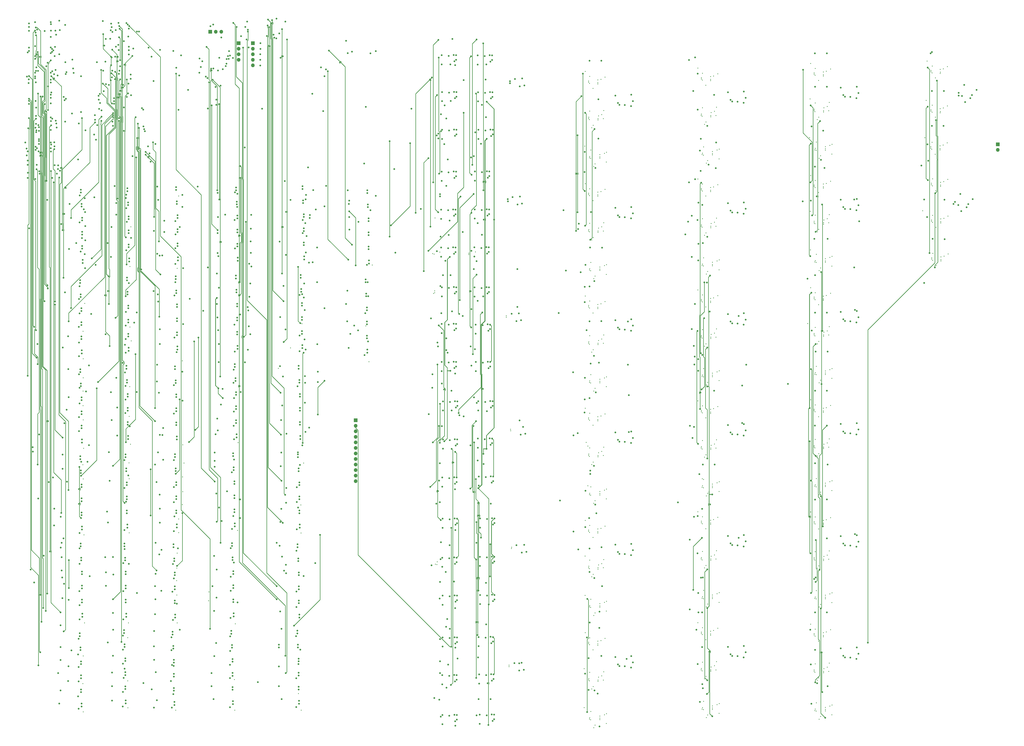
<source format=gbr>
%TF.GenerationSoftware,KiCad,Pcbnew,(6.99.0-3937-g3e53426b6c)*%
%TF.CreationDate,2025-03-10T01:13:02-04:00*%
%TF.ProjectId,AnalogFNN,416e616c-6f67-4464-9e4e-2e6b69636164,rev?*%
%TF.SameCoordinates,Original*%
%TF.FileFunction,Copper,L9,Inr*%
%TF.FilePolarity,Positive*%
%FSLAX46Y46*%
G04 Gerber Fmt 4.6, Leading zero omitted, Abs format (unit mm)*
G04 Created by KiCad (PCBNEW (6.99.0-3937-g3e53426b6c)) date 2025-03-10 01:13:02*
%MOMM*%
%LPD*%
G01*
G04 APERTURE LIST*
%TA.AperFunction,ComponentPad*%
%ADD10R,1.700000X1.700000*%
%TD*%
%TA.AperFunction,ComponentPad*%
%ADD11O,1.700000X1.700000*%
%TD*%
%TA.AperFunction,ViaPad*%
%ADD12C,0.800000*%
%TD*%
%TA.AperFunction,ViaPad*%
%ADD13C,0.400000*%
%TD*%
%TA.AperFunction,Conductor*%
%ADD14C,0.250000*%
%TD*%
%TA.AperFunction,Conductor*%
%ADD15C,0.350200*%
%TD*%
%TA.AperFunction,Conductor*%
%ADD16C,0.450400*%
%TD*%
G04 APERTURE END LIST*
D10*
%TO.N,-5V*%
%TO.C,J2*%
X125599999Y-26824999D03*
D11*
%TO.N,GND*%
X125599999Y-29364999D03*
%TO.N,+5V*%
X125599999Y-31904999D03*
%TO.N,GND*%
X125599999Y-34444999D03*
%TO.N,+3V3*%
X125599999Y-36984999D03*
%TD*%
D10*
%TO.N,GND*%
%TO.C,J1*%
X119099999Y-26799999D03*
D11*
%TO.N,/SWCLK*%
X119099999Y-29339999D03*
%TO.N,/SWDIO*%
X119099999Y-31879999D03*
%TO.N,+3V3*%
X119099999Y-34419999D03*
%TD*%
D10*
%TO.N,GND*%
%TO.C,SW1*%
X106074999Y-21499999D03*
D11*
%TO.N,Net-(SW1-B)*%
X108614999Y-21499999D03*
%TO.N,+3V3*%
X111154999Y-21499999D03*
%TD*%
D10*
%TO.N,/L5_OUT1*%
%TO.C,J4*%
X467306099Y-73225199D03*
D11*
%TO.N,/L5_OUT2*%
X467306099Y-75765199D03*
%TD*%
D10*
%TO.N,/L1_IN1*%
%TO.C,J3*%
X172724999Y-199784999D03*
D11*
%TO.N,/L1_IN2*%
X172724999Y-202324999D03*
%TO.N,/L1_IN3*%
X172724999Y-204864999D03*
%TO.N,/L1_IN4*%
X172724999Y-207404999D03*
%TO.N,/L1_IN5*%
X172724999Y-209944999D03*
%TO.N,/L1_IN6*%
X172724999Y-212484999D03*
%TO.N,/L1_IN7*%
X172724999Y-215024999D03*
%TO.N,/L1_IN8*%
X172724999Y-217564999D03*
%TO.N,/L1_IN9*%
X172724999Y-220104999D03*
%TO.N,/L1_IN10*%
X172724999Y-222644999D03*
%TO.N,/L1_IN11*%
X172724999Y-225184999D03*
%TO.N,/L1_IN12*%
X172724999Y-227724999D03*
%TD*%
D12*
%TO.N,GND*%
X116000000Y-304100000D03*
D13*
X388198000Y-127306000D03*
D12*
X177325000Y-136465000D03*
X46650000Y-143200000D03*
X249569000Y-202775000D03*
X178075000Y-95565000D03*
D13*
X387398000Y-315582000D03*
X284756000Y-182550000D03*
D12*
X219028000Y-68600000D03*
D13*
X383574000Y-126506000D03*
D12*
X68050000Y-94650000D03*
X402498000Y-51986700D03*
X46700000Y-224000000D03*
X299156000Y-153450000D03*
X68650000Y-107450000D03*
D13*
X283956000Y-62049700D03*
D12*
X350856000Y-150690000D03*
X218828000Y-157700000D03*
X146600000Y-316850000D03*
D13*
X380098700Y-155400000D03*
X279609000Y-147125000D03*
D12*
X68200000Y-195400000D03*
D13*
X279609000Y-250125000D03*
D12*
X219066000Y-318805000D03*
D13*
X434500000Y-53000000D03*
D12*
X68400000Y-208400000D03*
X68650000Y-167900000D03*
X90800000Y-154300000D03*
X236466000Y-246900000D03*
X89400000Y-323800000D03*
X89200000Y-258000000D03*
X146300000Y-216700000D03*
X118500000Y-120000000D03*
X90425000Y-94135000D03*
X68150000Y-142000000D03*
X147200000Y-188900000D03*
D13*
X329756000Y-89120200D03*
X284756000Y-337050000D03*
D12*
X46800000Y-318100000D03*
D13*
X335656000Y-60549700D03*
D12*
X91000000Y-167300000D03*
X116300000Y-323400000D03*
D13*
X383574000Y-280838000D03*
D12*
X248087000Y-97150000D03*
X47500000Y-127600000D03*
X402498000Y-309207000D03*
X146900000Y-182500000D03*
X116000000Y-257450000D03*
D13*
X283956000Y-268050000D03*
X383574000Y-75062200D03*
D12*
X89800000Y-277300000D03*
X117125000Y-241885000D03*
X90500000Y-229450000D03*
D13*
X381400000Y-121594400D03*
D12*
X250040000Y-256900000D03*
X129100000Y-29400000D03*
D13*
X279665000Y-163775000D03*
X387398000Y-161250000D03*
D12*
X219436000Y-193200000D03*
X326900000Y-157900000D03*
X350756000Y-206785000D03*
D13*
X331309000Y-144365000D03*
X387297000Y-247605000D03*
X284756000Y-131050000D03*
D12*
X178675000Y-121265000D03*
X299156000Y-50450200D03*
X233928000Y-140900000D03*
X218790000Y-87850000D03*
D13*
X381498000Y-36062200D03*
D12*
X47200000Y-210000000D03*
X234463000Y-175125000D03*
D13*
X383574000Y-229394000D03*
X383107000Y-108531000D03*
X436694000Y-39319900D03*
D12*
X236466000Y-282000000D03*
X147100000Y-249000000D03*
D13*
X209000000Y-140437100D03*
D12*
X148650000Y-100100000D03*
X68200000Y-188900000D03*
X118400000Y-160400000D03*
X46200000Y-298800000D03*
X243526000Y-44200000D03*
X350756000Y-308525000D03*
D13*
X208453116Y-141604858D03*
X278056000Y-194250000D03*
D12*
X89400000Y-317400000D03*
X299056000Y-313175000D03*
X219066000Y-228150000D03*
D13*
X383107000Y-211419000D03*
D12*
X67300000Y-276900000D03*
D13*
X440940000Y-58712200D03*
D12*
X234398000Y-157975000D03*
X235528000Y-51400000D03*
D13*
X278056000Y-91250200D03*
D12*
X402498000Y-154875000D03*
X67800000Y-242400000D03*
D13*
X329756000Y-241730000D03*
D12*
X114700000Y-30400000D03*
X117325000Y-248485000D03*
D13*
X335656000Y-314900000D03*
D12*
X116825000Y-222585000D03*
X47200000Y-249900000D03*
X116600000Y-270250000D03*
D13*
X383107000Y-159975000D03*
D12*
X47000000Y-203400000D03*
D13*
X280132000Y-233250000D03*
D12*
X68650000Y-113950000D03*
X147200000Y-201800000D03*
X90800000Y-147800000D03*
X146400000Y-264400000D03*
X101100000Y-33800000D03*
X402498000Y-206319000D03*
X178675000Y-114865000D03*
X447706000Y-99600200D03*
X299056000Y-261675000D03*
D13*
X210057000Y-266000000D03*
X279665000Y-112275000D03*
D12*
X118200000Y-100700000D03*
X350756000Y-155915000D03*
X46900000Y-264000000D03*
D13*
X329756000Y-139990000D03*
X331309000Y-195235000D03*
X335656000Y-213160000D03*
D12*
X68450000Y-154900000D03*
D13*
X387297000Y-299049000D03*
X387297000Y-196161000D03*
D12*
X147400000Y-208400000D03*
D13*
X331309000Y-246105000D03*
X336456000Y-281530000D03*
X224676500Y-123700000D03*
D12*
X46600000Y-257600000D03*
D13*
X383574000Y-332282000D03*
D12*
X233790000Y-122550000D03*
X117125000Y-228985000D03*
X89900000Y-176300000D03*
X46950000Y-162500000D03*
D13*
X329756000Y-190860000D03*
X278000000Y-262100000D03*
D12*
X219371000Y-210675000D03*
X177925000Y-149265000D03*
X219131000Y-337105000D03*
X67300000Y-270400000D03*
X177925000Y-155765000D03*
D13*
X277600000Y-331600000D03*
D12*
X148100000Y-147200000D03*
D13*
X279609000Y-44124900D03*
D12*
X66700000Y-257600000D03*
X146600000Y-176100000D03*
X178875000Y-127865000D03*
D13*
X331832000Y-331600000D03*
D12*
X328137248Y-174175044D03*
D13*
X388198000Y-230194000D03*
D12*
X177625000Y-142865000D03*
D13*
X331832000Y-280730000D03*
X380941078Y-70158922D03*
D12*
X249126000Y-43000000D03*
D13*
X383107000Y-57087000D03*
X279609000Y-301625000D03*
D12*
X235731000Y-301305000D03*
D13*
X436859000Y-91074900D03*
X381274500Y-103900000D03*
D12*
X67200000Y-216700000D03*
X47400000Y-289900000D03*
X47300000Y-108100000D03*
X47300000Y-121000000D03*
X90500000Y-202000000D03*
X116600000Y-283150000D03*
X67300000Y-283300000D03*
X210728000Y-70500000D03*
D13*
X336456000Y-128920000D03*
D12*
X67000000Y-264000000D03*
D13*
X441155000Y-109267000D03*
D12*
X47000000Y-243300000D03*
X218590000Y-122650000D03*
X116500000Y-330000000D03*
X402598000Y-201094000D03*
D13*
X284756000Y-285550000D03*
D12*
X116600000Y-276750000D03*
X46700000Y-95300000D03*
D13*
X434900000Y-35000000D03*
D12*
X117925000Y-194595000D03*
D13*
X335555000Y-196627000D03*
D12*
X146900000Y-236000000D03*
X47000000Y-101700000D03*
X90200000Y-223050000D03*
X218933000Y-140875000D03*
X146600000Y-323250000D03*
X299156000Y-204950000D03*
X47000000Y-190500000D03*
X148100000Y-160100000D03*
D13*
X210196900Y-264695500D03*
X278056000Y-142750000D03*
D12*
X68200000Y-201800000D03*
X146700000Y-270800000D03*
X116300000Y-263850000D03*
D13*
X387398000Y-264138000D03*
D12*
X90500000Y-242350000D03*
X247626000Y-150700000D03*
X118400000Y-147500000D03*
X218590000Y-105250000D03*
X350856000Y-201560000D03*
X218828000Y-34400000D03*
D13*
X336456000Y-78050200D03*
D12*
X46500000Y-305200000D03*
X67100000Y-310150000D03*
X350856000Y-48950200D03*
X67100000Y-323050000D03*
X46400000Y-217600000D03*
X457606000Y-48200200D03*
X402498000Y-103431000D03*
D13*
X280132000Y-78750200D03*
X436594000Y-74319900D03*
X279609000Y-95624900D03*
D12*
X299056000Y-210175000D03*
X47200000Y-270400000D03*
D13*
X432847840Y-103658746D03*
D12*
X116300000Y-317000000D03*
X299056000Y-107175000D03*
X248881000Y-311005000D03*
D13*
X383051000Y-40436900D03*
X335555000Y-298367000D03*
D12*
X90700000Y-248950000D03*
D13*
X283855000Y-148517000D03*
X436694000Y-57319900D03*
X387398000Y-212694000D03*
D12*
X235328000Y-34500000D03*
D13*
X331365000Y-110145000D03*
D12*
X91025000Y-119835000D03*
X68350000Y-101050000D03*
X147500000Y-134400000D03*
D13*
X331365000Y-161015000D03*
D12*
X148950000Y-106500000D03*
D13*
X280132000Y-284750000D03*
X436909000Y-107875000D03*
D12*
X177925000Y-162165000D03*
D13*
X279665000Y-266775000D03*
D12*
X47200000Y-276900000D03*
D13*
X383051000Y-143325000D03*
D12*
X235571000Y-193175000D03*
D13*
X383574000Y-177950000D03*
D12*
X90200000Y-182700000D03*
X149150000Y-126000000D03*
D13*
X383107000Y-314307000D03*
D12*
X299156000Y-256450000D03*
X235663000Y-68625000D03*
X146700000Y-277300000D03*
X46800000Y-324500000D03*
X219266000Y-247000000D03*
D13*
X278056000Y-297250000D03*
D12*
X46350000Y-136800000D03*
D13*
X387297000Y-41829200D03*
X331309000Y-42624900D03*
D12*
X68450000Y-161300000D03*
X146600000Y-310350000D03*
X118500000Y-107100000D03*
D13*
X335656000Y-111420000D03*
D12*
X118700000Y-126600000D03*
X109600000Y-39300000D03*
D13*
X283855000Y-251517000D03*
D12*
X117125000Y-235485000D03*
X146900000Y-242400000D03*
X148300000Y-166700000D03*
X350856000Y-303300000D03*
X236366000Y-264500000D03*
X47150000Y-169100000D03*
D13*
X279665000Y-60775000D03*
D12*
X146600000Y-223100000D03*
X68650000Y-120350000D03*
D13*
X284756000Y-79550200D03*
D12*
X66800000Y-303750000D03*
D13*
X331365000Y-59275000D03*
X244266000Y-258000000D03*
D12*
X402498000Y-257763000D03*
X116525000Y-216185000D03*
X235871000Y-227675000D03*
X67300000Y-329650000D03*
D13*
X437009000Y-125275000D03*
D12*
X350856000Y-252430000D03*
D13*
X227714500Y-122575500D03*
D12*
X146900000Y-229500000D03*
X178675000Y-108365000D03*
X178125000Y-168765000D03*
X148950000Y-113000000D03*
D13*
X280132000Y-181750000D03*
D12*
X402598000Y-149650000D03*
X118100000Y-141100000D03*
X148350000Y-93700000D03*
X67500000Y-289900000D03*
X47200000Y-283300000D03*
X147200000Y-195400000D03*
X146800000Y-329850000D03*
X90200000Y-135000000D03*
X89400000Y-310900000D03*
X117800000Y-134700000D03*
X68850000Y-126950000D03*
X90500000Y-195600000D03*
X67600000Y-176100000D03*
X67900000Y-182500000D03*
D13*
X335555000Y-44017200D03*
X383051000Y-246213000D03*
D12*
X66500000Y-297350000D03*
X402598000Y-46762200D03*
X106100000Y-19000000D03*
D13*
X387398000Y-58361700D03*
X329756000Y-292600000D03*
D12*
X116300000Y-310500000D03*
D13*
X243839000Y-203921000D03*
D12*
X218828000Y-175100000D03*
X146900000Y-290300000D03*
X219231000Y-301505000D03*
D13*
X283956000Y-165050000D03*
X277600000Y-313700000D03*
X211379500Y-122650500D03*
D12*
X47000000Y-197000000D03*
D13*
X381498000Y-293282000D03*
X280132000Y-130250000D03*
D12*
X117625000Y-181695000D03*
D13*
X331832000Y-128120000D03*
X335555000Y-247497000D03*
D12*
X146100000Y-258000000D03*
D13*
X209180803Y-106933075D03*
X336456000Y-332400000D03*
D12*
X146700000Y-283700000D03*
X90700000Y-208600000D03*
X90725000Y-100535000D03*
X327240400Y-207900000D03*
X350756000Y-257655000D03*
X118500000Y-113600000D03*
D13*
X278056000Y-245750000D03*
X381498000Y-87506200D03*
X283855000Y-97017200D03*
D12*
X89800000Y-270800000D03*
D13*
X331832000Y-178990000D03*
X383051000Y-297657000D03*
D12*
X67500000Y-223100000D03*
X235371000Y-210275000D03*
X146000000Y-297550000D03*
D13*
X329756000Y-38250200D03*
D12*
X46950000Y-149600000D03*
D13*
X241825000Y-151825000D03*
D12*
X67100000Y-316650000D03*
D13*
X284756000Y-234050000D03*
X335656000Y-264030000D03*
D12*
X402598000Y-252538000D03*
X90800000Y-160700000D03*
D13*
X335555000Y-94887200D03*
X331309000Y-93494900D03*
X383107000Y-262863000D03*
D12*
X178375000Y-101965000D03*
D13*
X331762178Y-226562178D03*
D12*
X455806000Y-98300200D03*
X47000000Y-331100000D03*
D13*
X336456000Y-230660000D03*
X387297000Y-93273200D03*
D12*
X350756000Y-54174700D03*
D13*
X383051000Y-91880900D03*
D12*
X89500000Y-264400000D03*
X118125000Y-207595000D03*
X68450000Y-148400000D03*
D13*
X388198000Y-281638000D03*
D12*
X148950000Y-119400000D03*
X129000000Y-34400000D03*
D13*
X433901300Y-70100000D03*
D12*
X91025000Y-106935000D03*
X402598000Y-98206200D03*
X236001000Y-318480000D03*
X68000000Y-249000000D03*
X117900000Y-94300000D03*
X46400000Y-177700000D03*
X117925000Y-200995000D03*
D13*
X383051000Y-194769000D03*
D12*
X90500000Y-189100000D03*
D13*
X388198000Y-333082000D03*
X388198000Y-75862200D03*
X387297000Y-144717000D03*
D12*
X326917692Y-105913388D03*
X47300000Y-114600000D03*
X117925000Y-188095000D03*
X89600000Y-330400000D03*
X146300000Y-303950000D03*
X90500000Y-141400000D03*
D13*
X278056000Y-39750200D03*
X331365000Y-262755000D03*
X381498000Y-241838000D03*
X331365000Y-211885000D03*
X283855000Y-45517200D03*
X331309000Y-296975000D03*
D12*
X147800000Y-140800000D03*
X219266000Y-282300000D03*
X275103010Y-109582555D03*
D13*
X335555000Y-145757000D03*
D12*
X47000000Y-230400000D03*
D13*
X336456000Y-179790000D03*
D12*
X47000000Y-236900000D03*
X67800000Y-229500000D03*
X210728000Y-68300000D03*
X91025000Y-113435000D03*
X326904592Y-124825820D03*
D13*
X280132000Y-336250000D03*
X381498000Y-138950000D03*
D12*
X350856000Y-99820200D03*
D13*
X381200000Y-52400000D03*
X441255000Y-126667000D03*
D12*
X299156000Y-307950000D03*
X89900000Y-216650000D03*
D13*
X440940000Y-40712200D03*
X279665000Y-215275000D03*
D12*
X116800000Y-289750000D03*
X90000000Y-290300000D03*
D13*
X283855000Y-303017000D03*
D12*
X236296000Y-336930000D03*
D13*
X283855000Y-200017000D03*
D12*
X219028000Y-51300000D03*
D13*
X283956000Y-319550000D03*
D12*
X91225000Y-126435000D03*
X118400000Y-154000000D03*
D13*
X283956000Y-216550000D03*
D12*
X115700000Y-297700000D03*
X46800000Y-311600000D03*
D13*
X388198000Y-178750000D03*
X278000000Y-280100000D03*
D12*
X46950000Y-156100000D03*
X299156000Y-101950000D03*
X88800000Y-298100000D03*
D13*
X331832000Y-77250200D03*
X243131000Y-312105000D03*
X331832000Y-229860000D03*
D12*
X233990000Y-105150000D03*
D13*
X441105000Y-92467200D03*
X279295200Y-229800000D03*
D12*
X219066000Y-264900000D03*
X89800000Y-283700000D03*
D13*
X279665000Y-318275000D03*
D12*
X148100000Y-153700000D03*
X67850000Y-135600000D03*
D13*
X440840000Y-75712200D03*
D12*
X90500000Y-235950000D03*
X299056000Y-55674700D03*
X118600000Y-167000000D03*
D13*
X331365000Y-313625000D03*
D12*
X117325000Y-175295000D03*
X299056000Y-158675000D03*
X449406000Y-49600200D03*
X46700000Y-184100000D03*
X402598000Y-303982000D03*
X350756000Y-105045000D03*
D13*
X208715000Y-123600000D03*
X335656000Y-162290000D03*
D12*
X89100000Y-304500000D03*
X453772000Y-100655000D03*
X455507000Y-50600200D03*
X234090000Y-87750000D03*
X242491000Y-98347500D03*
D13*
X277856000Y-74050200D03*
X283956000Y-113550000D03*
X279609000Y-198625000D03*
X381498000Y-190394000D03*
D12*
X67800000Y-236000000D03*
D13*
X387398000Y-109806000D03*
X279295200Y-211600000D03*
D12*
%TO.N,+3V3*%
X116500000Y-33600000D03*
X129000000Y-37000000D03*
X111100000Y-24200000D03*
%TO.N,Net-(U27B-+)*%
X291856000Y-50850200D03*
X293756000Y-55050200D03*
%TO.N,Net-(C20-Pad2)*%
X299956000Y-53350200D03*
X296245000Y-55150200D03*
%TO.N,Net-(U44B-+)*%
X291856000Y-256850000D03*
X293756000Y-261050000D03*
%TO.N,Net-(U31B-+)*%
X293756000Y-106550000D03*
X291856000Y-102350000D03*
%TO.N,Net-(C23-Pad2)*%
X296245000Y-106650000D03*
X299956000Y-104850000D03*
%TO.N,Net-(U36B-+)*%
X291856000Y-153850000D03*
X293756000Y-158050000D03*
%TO.N,Net-(C26-Pad2)*%
X299956000Y-156350000D03*
X296245000Y-158150000D03*
%TO.N,Net-(U63B-+)*%
X345456000Y-206160000D03*
X343556000Y-201960000D03*
%TO.N,Net-(U40B-+)*%
X293756000Y-209550000D03*
X291856000Y-205350000D03*
%TO.N,Net-(C29-Pad2)*%
X299956000Y-207850000D03*
X296245000Y-209650000D03*
%TO.N,Net-(C32-Pad2)*%
X296245000Y-261150000D03*
X299956000Y-259350000D03*
%TO.N,Net-(U48B-+)*%
X293756000Y-312550000D03*
X291856000Y-308350000D03*
%TO.N,Net-(C35-Pad2)*%
X296245000Y-312650000D03*
X299956000Y-310850000D03*
%TO.N,Net-(U51B-+)*%
X345456000Y-53550200D03*
X343556000Y-49350200D03*
%TO.N,Net-(C38-Pad2)*%
X347945000Y-53650200D03*
X351656000Y-51850200D03*
%TO.N,Net-(U55B-+)*%
X343556000Y-100220000D03*
X345456000Y-104420000D03*
%TO.N,Net-(C41-Pad2)*%
X347945000Y-104520000D03*
X351656000Y-102720000D03*
%TO.N,Net-(U59B-+)*%
X343556000Y-151090000D03*
X345456000Y-155290000D03*
%TO.N,Net-(C44-Pad2)*%
X351656000Y-153590000D03*
X347945000Y-155390000D03*
%TO.N,Net-(C47-Pad2)*%
X351656000Y-204460000D03*
X347945000Y-206260000D03*
%TO.N,Net-(U67B-+)*%
X343556000Y-252830000D03*
X345456000Y-257030000D03*
%TO.N,Net-(C50-Pad2)*%
X351656000Y-255330000D03*
X347945000Y-257130000D03*
%TO.N,Net-(U71B-+)*%
X343556000Y-303700000D03*
X345456000Y-307900000D03*
%TO.N,Net-(C53-Pad2)*%
X347945000Y-308000000D03*
X351656000Y-306200000D03*
%TO.N,Net-(U75B-+)*%
X395298000Y-47162200D03*
X397198000Y-51362200D03*
%TO.N,Net-(C56-Pad2)*%
X403398000Y-49662200D03*
X399687000Y-51462200D03*
%TO.N,Net-(U79B-+)*%
X395298000Y-98606200D03*
X397198000Y-102806000D03*
%TO.N,Net-(C59-Pad2)*%
X399687000Y-102906000D03*
X403398000Y-101106000D03*
%TO.N,Net-(U83B-+)*%
X395298000Y-150050000D03*
X397198000Y-154250000D03*
%TO.N,Net-(C62-Pad2)*%
X399687000Y-154350000D03*
X403398000Y-152550000D03*
%TO.N,Net-(U87B-+)*%
X397198000Y-205694000D03*
X395298000Y-201494000D03*
%TO.N,Net-(C65-Pad2)*%
X399687000Y-205794000D03*
X403398000Y-203994000D03*
%TO.N,Net-(U91B-+)*%
X397198000Y-257138000D03*
X395298000Y-252938000D03*
%TO.N,Net-(C68-Pad2)*%
X403398000Y-255438000D03*
X399687000Y-257238000D03*
%TO.N,Net-(U95B-+)*%
X395298000Y-304382000D03*
X397198000Y-308582000D03*
%TO.N,Net-(C71-Pad2)*%
X403398000Y-306882000D03*
X399687000Y-308682000D03*
%TO.N,Net-(C3002-Pad2)*%
X249087000Y-100350000D03*
X246987000Y-100750000D03*
%TO.N,Net-(U13001B-+)*%
X451906000Y-45900200D03*
X450906000Y-51000200D03*
%TO.N,Net-(U13001C--)*%
X452306000Y-53800200D03*
X454706000Y-52000200D03*
%TO.N,Net-(U17001B-+)*%
X449171000Y-101055000D03*
X450171000Y-95955200D03*
%TO.N,Net-(U17001C--)*%
X450571000Y-103855000D03*
X452971000Y-102055000D03*
%TO.N,Net-(C23002-Pad2)*%
X248026000Y-46600000D03*
X250126000Y-46200000D03*
%TO.N,Net-(C33002-Pad2)*%
X246526000Y-154300000D03*
X248626000Y-153900000D03*
%TO.N,Net-(C131002-Pad2)*%
X248469000Y-206375000D03*
X250569000Y-205975000D03*
%TO.N,Net-(C139002-Pad2)*%
X248940000Y-260500000D03*
X251040000Y-260100000D03*
%TO.N,Net-(C148002-Pad2)*%
X249881000Y-314205000D03*
X247781000Y-314605000D03*
%TO.N,Net-(Q2001A-S1)*%
X211990000Y-103150000D03*
X211990000Y-107350000D03*
%TO.N,/InNeuron_1/OUT*%
X278103700Y-248747400D03*
X277792400Y-196203100D03*
X278832500Y-299409900D03*
X276983900Y-40798000D03*
X277835500Y-145602200D03*
X277835500Y-94580500D03*
%TO.N,/InNeuron_3/OUT*%
X278203300Y-232069900D03*
X279058500Y-281744100D03*
X278181200Y-128454700D03*
X246956900Y-130447300D03*
X246956900Y-147775000D03*
X278936100Y-333620000D03*
X277870600Y-76647100D03*
X277885500Y-180262300D03*
%TO.N,/Neuron6_1/OUT*%
X331279500Y-90789700D03*
X329641800Y-243737500D03*
X330768200Y-194608700D03*
X329026200Y-295833100D03*
X329608800Y-40780300D03*
%TO.N,/Neuron6_10/IN3*%
X329900500Y-177100600D03*
X330636100Y-76064700D03*
X297635200Y-154478300D03*
X329888600Y-126462100D03*
X297635200Y-174284500D03*
X330405300Y-224457300D03*
X330636100Y-328986000D03*
X329898100Y-278988300D03*
%TO.N,/Neuron6_10/IN4*%
X336347500Y-233822500D03*
X334058300Y-184238700D03*
X298053400Y-188232700D03*
X336347500Y-335562500D03*
X334625600Y-82483600D03*
X298053400Y-205198400D03*
X335361500Y-133348200D03*
X334058300Y-285978700D03*
%TO.N,/Neuron6_10/IN5*%
X329825800Y-210622400D03*
X329673100Y-57288300D03*
X329591800Y-158772700D03*
X329558800Y-107907500D03*
X329558800Y-260765200D03*
X329689100Y-311643600D03*
%TO.N,/Neuron6_10/IN6*%
X334036100Y-217292600D03*
X334036100Y-319052000D03*
X334036100Y-166416000D03*
X297062800Y-309242400D03*
X334073000Y-64694600D03*
X334036100Y-268181400D03*
X334036100Y-115579200D03*
%TO.N,/Neuron6_13/IN1*%
X381805600Y-141241400D03*
X377993400Y-38962200D03*
X380843900Y-244025500D03*
X381061900Y-194210500D03*
X381403200Y-90595300D03*
X381281400Y-295833100D03*
%TO.N,/Neuron6_13/IN3*%
X381621500Y-279042300D03*
X351894000Y-174284500D03*
X381627800Y-176277100D03*
X348448600Y-151955400D03*
X381314000Y-124469500D03*
X381550300Y-72806300D03*
X381811000Y-329814900D03*
X381663700Y-227416500D03*
%TO.N,/Neuron6_10/OUT*%
X350074000Y-201023400D03*
X386219500Y-234613900D03*
X386155600Y-286113100D03*
X386283400Y-131762700D03*
X386192700Y-80323200D03*
X350074000Y-183822400D03*
X388141900Y-336231700D03*
X386431200Y-183184900D03*
%TO.N,/Neuron6_11/OUT*%
X381403600Y-260819200D03*
X382178300Y-105763200D03*
X381987700Y-158656000D03*
X348448600Y-253712700D03*
X381572900Y-311773900D03*
X381425100Y-55312300D03*
X381061900Y-209399800D03*
%TO.N,/Neuron6_12/OUT*%
X383788000Y-113295800D03*
X383789100Y-216140900D03*
X383580200Y-319981400D03*
X383763500Y-164778400D03*
X385778300Y-62525100D03*
X385550100Y-268373000D03*
%TO.N,/Neuron6_13/OUT*%
X436022900Y-123031900D03*
X435186100Y-37962600D03*
%TO.N,/Neuron6_14/OUT*%
X439368400Y-43934600D03*
X401448700Y-98462800D03*
X438419800Y-129667900D03*
X401448700Y-129667900D03*
%TO.N,/Neuron6_15/OUT*%
X401816000Y-149119900D03*
X403740700Y-108528700D03*
X435094900Y-73170500D03*
X434850800Y-106536100D03*
%TO.N,/Neuron6_17/OUT*%
X435144900Y-55910200D03*
X435227400Y-89635800D03*
X401816000Y-252018700D03*
%TO.N,/Neuron6_18/OUT*%
X438944400Y-62084000D03*
X407728900Y-301810900D03*
X438634100Y-95580100D03*
%TO.N,/InNeuron_4/OUT*%
X282250500Y-135939200D03*
X284574200Y-287595700D03*
X282656500Y-238475400D03*
X282733500Y-84018900D03*
X282889500Y-187003100D03*
X247943600Y-199889000D03*
X284574200Y-340247100D03*
%TO.N,/InNeuron_5/OUT*%
X277974600Y-58713700D03*
D13*
X278549500Y-209947500D03*
D12*
X277997800Y-110521300D03*
X278644600Y-158435100D03*
X274831300Y-259036200D03*
X278000400Y-315974000D03*
%TO.N,/InNeuron_6/OUT*%
X282336100Y-66193900D03*
X247817400Y-311266300D03*
X282053500Y-220667800D03*
X282249400Y-272177000D03*
X282100600Y-170176200D03*
X282336100Y-323679800D03*
X280352600Y-116971000D03*
D13*
%TO.N,-5V*%
X387306000Y-41229800D03*
X335564000Y-43417800D03*
X387306000Y-195562000D03*
D12*
X233353000Y-88475700D03*
D13*
X440949000Y-58112800D03*
D12*
X235134000Y-228401000D03*
D13*
X284762000Y-284905000D03*
X335564000Y-94287800D03*
X335564000Y-145158000D03*
X283864000Y-147918000D03*
X284762000Y-78904600D03*
D12*
X218091000Y-35125700D03*
X233253000Y-105876000D03*
X218329000Y-319531000D03*
D13*
X387398000Y-212094000D03*
D12*
X235559000Y-337656000D03*
X218634000Y-211401000D03*
X234591000Y-35225700D03*
X218494000Y-302231000D03*
D13*
X441114000Y-91867800D03*
X283956000Y-164450000D03*
D12*
X235729000Y-282726000D03*
D13*
X388204000Y-280993000D03*
X336462000Y-179145000D03*
X388204000Y-332437000D03*
X387306000Y-298450000D03*
X336462000Y-77404600D03*
X388204000Y-178105000D03*
X441264000Y-126068000D03*
D12*
X234834000Y-193901000D03*
X233726000Y-175851000D03*
D13*
X335656000Y-263430000D03*
X283956000Y-267450000D03*
D12*
X234994000Y-302031000D03*
D13*
X387398000Y-314982000D03*
X283956000Y-112950000D03*
D12*
X234791000Y-52125700D03*
D13*
X441164000Y-108668000D03*
X283864000Y-250918000D03*
X387306000Y-144118000D03*
X336462000Y-331755000D03*
D12*
X129100000Y-26800000D03*
X218394000Y-337831000D03*
D13*
X283956000Y-215950000D03*
X284762000Y-181905000D03*
D12*
X218091000Y-158426000D03*
X218053000Y-88575700D03*
D13*
X335656000Y-314300000D03*
X387398000Y-57762200D03*
X387398000Y-263538000D03*
D12*
X218699000Y-193926000D03*
D13*
X388204000Y-126661000D03*
D12*
X233191000Y-141626000D03*
D13*
X336462000Y-280885000D03*
D12*
X218291000Y-52025700D03*
X218329000Y-265626000D03*
D13*
X284762000Y-130405000D03*
X283864000Y-302418000D03*
X284762000Y-233405000D03*
X283956000Y-318950000D03*
D12*
X218291000Y-69325700D03*
X217853000Y-123376000D03*
X234926000Y-69350700D03*
X233661000Y-158701000D03*
D13*
X335656000Y-59950200D03*
X335656000Y-161690000D03*
D12*
X217853000Y-105976000D03*
D13*
X336462000Y-230015000D03*
D12*
X218529000Y-247726000D03*
D13*
X284762000Y-336405000D03*
X440849000Y-75112800D03*
X335564000Y-297768000D03*
X283864000Y-44917800D03*
X335564000Y-196028000D03*
X387398000Y-160650000D03*
X387306000Y-247006000D03*
X440949000Y-40112800D03*
X387398000Y-109206000D03*
D12*
X235264000Y-319206000D03*
X218196000Y-141601000D03*
X218091000Y-175826000D03*
D13*
X283864000Y-199418000D03*
D12*
X218329000Y-228876000D03*
X235629000Y-265226000D03*
X235729000Y-247626000D03*
D13*
X283864000Y-96417800D03*
X388204000Y-229549000D03*
X283956000Y-61450200D03*
X335656000Y-110820000D03*
X335656000Y-212560000D03*
X388204000Y-75216600D03*
X387306000Y-92673800D03*
D12*
X218529000Y-283026000D03*
D13*
X336462000Y-128275000D03*
D12*
X233053000Y-123276000D03*
X234634000Y-211001000D03*
D13*
X335564000Y-246898000D03*
D12*
%TO.N,+5V*%
X90700000Y-247550000D03*
X117900000Y-93000000D03*
D13*
X331296000Y-314221000D03*
D12*
X67300000Y-328250000D03*
X147100000Y-247600000D03*
X146600000Y-221900000D03*
X149100000Y-137000000D03*
X396490000Y-50553400D03*
X118125000Y-206195000D03*
X150000000Y-96400000D03*
X46950000Y-148400000D03*
D13*
X279596000Y-61370600D03*
X147800000Y-332756800D03*
X147700000Y-251500000D03*
D12*
X46500000Y-304000000D03*
D13*
X69221300Y-157016600D03*
D12*
X118200000Y-99500000D03*
D13*
X48000000Y-212668400D03*
D12*
X47300000Y-106900000D03*
X46350000Y-135500000D03*
D13*
X178882778Y-172882778D03*
D12*
X124800000Y-105500000D03*
X117325000Y-173995000D03*
X90500000Y-187900000D03*
D13*
X383039000Y-109127000D03*
D12*
X344747000Y-154481000D03*
X116300000Y-315700000D03*
X147500000Y-133100000D03*
X47000000Y-100500000D03*
X48500000Y-123600000D03*
D13*
X436708000Y-57931100D03*
D12*
X177625000Y-141665000D03*
X177925000Y-160965000D03*
D13*
X383039000Y-314903000D03*
D12*
X177925000Y-148065000D03*
X117125000Y-234185000D03*
D13*
X241827000Y-152495000D03*
D12*
X146300000Y-302750000D03*
X147800000Y-139600000D03*
X146900000Y-241200000D03*
X90800000Y-153000000D03*
D13*
X331703000Y-77879100D03*
D12*
X116300000Y-262650000D03*
D13*
X208100000Y-123300000D03*
D12*
X48600000Y-130000000D03*
X89400000Y-322600000D03*
X178125000Y-167365000D03*
D13*
X93316468Y-225744928D03*
D12*
X148100000Y-152400000D03*
X89600000Y-329000000D03*
D13*
X331296000Y-110741000D03*
D12*
X67200000Y-215400000D03*
D13*
X383445000Y-75691100D03*
D12*
X90500000Y-194300000D03*
D13*
X91600000Y-96923700D03*
D12*
X90500000Y-241150000D03*
D13*
X437023000Y-125886000D03*
D12*
X67850000Y-134300000D03*
X46650000Y-142000000D03*
D13*
X68500000Y-292722700D03*
D12*
X118700000Y-125200000D03*
D13*
X331296000Y-212481000D03*
D12*
X117325000Y-247085000D03*
D13*
X47800000Y-226700000D03*
D12*
X147400000Y-207000000D03*
X293047000Y-260241000D03*
X47300000Y-119800000D03*
X90500000Y-228250000D03*
D13*
X383065000Y-41048100D03*
D12*
X396490000Y-256329000D03*
D13*
X94047546Y-219417261D03*
D12*
X89800000Y-269600000D03*
X90200000Y-133700000D03*
X117800000Y-133400000D03*
X68450000Y-153600000D03*
X118500000Y-105900000D03*
X47000000Y-195700000D03*
D13*
X279623000Y-250736000D03*
X148100000Y-155510900D03*
D12*
X89500000Y-263200000D03*
X68000000Y-247600000D03*
D13*
X383065000Y-298268000D03*
D12*
X124400000Y-137000000D03*
X344747000Y-256221000D03*
D13*
X279596000Y-112871000D03*
D12*
X146400000Y-263200000D03*
X123700000Y-156700000D03*
X66800000Y-302550000D03*
X116800000Y-288350000D03*
X242600000Y-99341000D03*
D13*
X90900000Y-292700000D03*
D12*
X146900000Y-181300000D03*
X147200000Y-200600000D03*
D13*
X436873000Y-91686100D03*
X177462256Y-156456460D03*
X91531700Y-251352900D03*
X48508278Y-146208278D03*
D12*
X148950000Y-105300000D03*
X67600000Y-174800000D03*
D13*
X47800000Y-180300000D03*
D12*
X209928000Y-69100000D03*
X124700000Y-111900000D03*
D13*
X47800000Y-333500000D03*
D12*
X89900000Y-175000000D03*
D13*
X279623000Y-44736100D03*
D12*
X66700000Y-256300000D03*
D13*
X68300000Y-331707800D03*
X279623000Y-96236100D03*
X147641872Y-238641872D03*
D12*
X149800000Y-167300000D03*
D13*
X47800000Y-307900000D03*
X331703000Y-281359000D03*
D12*
X89100000Y-303300000D03*
X89400000Y-309700000D03*
X91025000Y-105735000D03*
D13*
X331296000Y-59870600D03*
X93433600Y-211000000D03*
D12*
X48700000Y-117200000D03*
D13*
X209374688Y-265839364D03*
D12*
X68650000Y-106250000D03*
X68150000Y-140800000D03*
X148650000Y-98900000D03*
X48500000Y-97900000D03*
X344747000Y-103611000D03*
D13*
X148857664Y-219377564D03*
D12*
X118400000Y-146300000D03*
X446976000Y-100510000D03*
X178875000Y-126465000D03*
X293047000Y-54241400D03*
X146300000Y-215400000D03*
X149600000Y-182606400D03*
D13*
X331703000Y-179619000D03*
D12*
X46400000Y-216300000D03*
X46800000Y-310400000D03*
X118400000Y-159200000D03*
D13*
X279596000Y-164371000D03*
D12*
X178675000Y-113565000D03*
X46900000Y-262800000D03*
X47150000Y-167700000D03*
X68200000Y-194100000D03*
X150200000Y-115300000D03*
X90425000Y-92835000D03*
D13*
X117300000Y-332756800D03*
X331323000Y-94106100D03*
D12*
X67800000Y-234700000D03*
D13*
X47700000Y-193100000D03*
D12*
X396490000Y-204885000D03*
D13*
X383065000Y-195380000D03*
D12*
X90500000Y-200800000D03*
X68650000Y-166500000D03*
D13*
X69612178Y-110992478D03*
D12*
X149400000Y-149200000D03*
X117125000Y-240685000D03*
X146600000Y-322050000D03*
X118600000Y-165600000D03*
X47200000Y-275600000D03*
X47000000Y-229200000D03*
X396490000Y-307773000D03*
D13*
X209021590Y-141237090D03*
X280003000Y-285379000D03*
D12*
X147200000Y-194100000D03*
X47000000Y-329700000D03*
X90000000Y-288900000D03*
D13*
X69221300Y-129200000D03*
X383039000Y-212015000D03*
D12*
X89400000Y-316100000D03*
X146600000Y-174800000D03*
D13*
X93248402Y-238435257D03*
D12*
X47000000Y-242100000D03*
D13*
X331323000Y-43236100D03*
D12*
X89900000Y-215350000D03*
X146700000Y-269600000D03*
D13*
X68800000Y-219359500D03*
X383065000Y-143936000D03*
D12*
X88800000Y-296800000D03*
X46950000Y-154800000D03*
X47200000Y-248500000D03*
X47200000Y-208600000D03*
D13*
X68200000Y-319300000D03*
D12*
X147200000Y-187700000D03*
X116000000Y-302900000D03*
X146900000Y-234700000D03*
D13*
X47649372Y-220149372D03*
D12*
X148950000Y-111700000D03*
D13*
X68900000Y-226600000D03*
D12*
X116600000Y-281950000D03*
X117925000Y-199795000D03*
X67800000Y-228300000D03*
X67100000Y-321850000D03*
X68850000Y-125550000D03*
X118500000Y-95900000D03*
X148200000Y-141900000D03*
X116500000Y-328600000D03*
X148100000Y-158900000D03*
D13*
X383065000Y-92492100D03*
D12*
X151700000Y-107000000D03*
X48700000Y-110700000D03*
X67100000Y-315350000D03*
D13*
X48100000Y-252300000D03*
D12*
X66500000Y-296050000D03*
X116300000Y-309300000D03*
D13*
X244243000Y-258647000D03*
D12*
X90500000Y-234650000D03*
D13*
X47600000Y-320600000D03*
X331296000Y-263351000D03*
D12*
X146900000Y-288900000D03*
D13*
X383039000Y-57682600D03*
D12*
X146700000Y-276000000D03*
D13*
X280003000Y-79379100D03*
D12*
X124000000Y-143100000D03*
X293047000Y-105741000D03*
X117925000Y-193295000D03*
X116600000Y-275450000D03*
D13*
X436608000Y-74931100D03*
D12*
X67800000Y-241200000D03*
D13*
X48400000Y-292722700D03*
D12*
X148950000Y-118200000D03*
X146800000Y-328450000D03*
X67500000Y-221900000D03*
X67100000Y-308950000D03*
X91000000Y-165900000D03*
X178075000Y-94265000D03*
D13*
X180382218Y-128532818D03*
X280003000Y-233879000D03*
D12*
X396490000Y-153441000D03*
X146000000Y-296250000D03*
X67500000Y-288500000D03*
X123500000Y-149400000D03*
X68650000Y-112650000D03*
X46800000Y-323300000D03*
X117925000Y-186895000D03*
X115700000Y-296400000D03*
X46400000Y-176400000D03*
X153000000Y-127300000D03*
D13*
X280003000Y-182379000D03*
X117100000Y-318700000D03*
D12*
X47300000Y-113300000D03*
D13*
X90700000Y-279900000D03*
D12*
X146100000Y-256700000D03*
X90700000Y-207200000D03*
D13*
X243862000Y-204557000D03*
D12*
X149300000Y-162700000D03*
X68050000Y-93350000D03*
X151800000Y-105600000D03*
X46700000Y-222800000D03*
X46950000Y-161300000D03*
D13*
X118801500Y-210000000D03*
X331703000Y-128749000D03*
X47800000Y-171563200D03*
D12*
X116825000Y-221385000D03*
D13*
X47800000Y-199600000D03*
X93447820Y-232493872D03*
D12*
X47000000Y-235600000D03*
D13*
X331323000Y-297586000D03*
D12*
X89200000Y-256700000D03*
D13*
X68200000Y-299510500D03*
D12*
X178675000Y-107165000D03*
D13*
X68900000Y-251400000D03*
X383065000Y-246824000D03*
X93286176Y-172527284D03*
D12*
X90200000Y-181500000D03*
D13*
X69100000Y-184321800D03*
X90900000Y-260700000D03*
D12*
X243526000Y-45199500D03*
D13*
X69800000Y-163372900D03*
X280003000Y-336879000D03*
D12*
X46700000Y-94000000D03*
X91025000Y-112135000D03*
X67300000Y-282100000D03*
X47200000Y-282100000D03*
D13*
X279623000Y-199236000D03*
X280003000Y-130879000D03*
D12*
X116525000Y-214885000D03*
D13*
X383039000Y-160571000D03*
D12*
X146900000Y-228300000D03*
X396490000Y-101997000D03*
D13*
X279596000Y-318871000D03*
D12*
X68450000Y-160100000D03*
X178375000Y-100765000D03*
X91225000Y-125035000D03*
D13*
X90653222Y-273353222D03*
D12*
X67000000Y-262800000D03*
X68200000Y-187700000D03*
X117625000Y-180495000D03*
D13*
X383445000Y-281467000D03*
D12*
X89800000Y-276000000D03*
X90800000Y-146600000D03*
D13*
X436923000Y-108486000D03*
X118600000Y-250303900D03*
D12*
X177925000Y-154465000D03*
D13*
X90700000Y-267600000D03*
X383445000Y-230023000D03*
D12*
X124600000Y-117700000D03*
X47400000Y-288500000D03*
D13*
X68900000Y-198000000D03*
D12*
X68650000Y-119150000D03*
X149150000Y-124600000D03*
X117125000Y-227785000D03*
X67900000Y-181300000D03*
X47000000Y-189300000D03*
D13*
X331323000Y-144976000D03*
D12*
X344747000Y-307091000D03*
D13*
X47700000Y-186400000D03*
D12*
X149900000Y-122800000D03*
X46200000Y-297500000D03*
D13*
X383445000Y-332911000D03*
X69500000Y-210800000D03*
D12*
X89800000Y-282500000D03*
X148100000Y-146000000D03*
X47200000Y-269200000D03*
X148350000Y-92400000D03*
X67300000Y-269200000D03*
X146600000Y-309150000D03*
X118400000Y-152700000D03*
D13*
X243093000Y-312776000D03*
X224676500Y-123100000D03*
D12*
X46800000Y-316800000D03*
X68200000Y-200600000D03*
X91025000Y-118635000D03*
D13*
X383039000Y-263459000D03*
D12*
X148300000Y-211300000D03*
X90800000Y-159500000D03*
X149700000Y-205100000D03*
X47000000Y-202200000D03*
X177325000Y-135165000D03*
X118100000Y-139900000D03*
D13*
X279596000Y-267371000D03*
D12*
X293047000Y-311741000D03*
D13*
X90900000Y-130082200D03*
X91531700Y-245100000D03*
D12*
X46700000Y-182900000D03*
D13*
X383445000Y-178579000D03*
X436708000Y-39931100D03*
D12*
X116600000Y-269050000D03*
X90500000Y-140200000D03*
X47500000Y-126200000D03*
X124433549Y-160266451D03*
D13*
X331296000Y-161611000D03*
X331703000Y-230489000D03*
X117600000Y-293121400D03*
D12*
X118500000Y-118800000D03*
X178675000Y-120065000D03*
X68400000Y-207000000D03*
D13*
X90200000Y-332800000D03*
D12*
X67300000Y-275600000D03*
X124700000Y-123000000D03*
X344747000Y-205351000D03*
X118500000Y-112300000D03*
X449406000Y-50800200D03*
X148300000Y-165300000D03*
X116300000Y-322200000D03*
X123300000Y-167400000D03*
D13*
X331323000Y-195846000D03*
X331703000Y-332229000D03*
D12*
X68450000Y-147200000D03*
X293047000Y-157241000D03*
X46600000Y-256300000D03*
X149500000Y-179500000D03*
X90200000Y-221850000D03*
X293047000Y-208741000D03*
X116000000Y-256150000D03*
X344747000Y-52741400D03*
D13*
X383445000Y-127135000D03*
X279596000Y-215871000D03*
D12*
X146600000Y-315550000D03*
X146700000Y-282500000D03*
X90725000Y-99335000D03*
D13*
X279623000Y-147736000D03*
X331323000Y-246716000D03*
X47700000Y-158955100D03*
D12*
X48600000Y-104300000D03*
D13*
X279623000Y-302236000D03*
D12*
X124900000Y-129200000D03*
X68350000Y-99850000D03*
X129000000Y-31900000D03*
X149500000Y-191700000D03*
%TO.N,/L1_IN1*%
X211453200Y-300180700D03*
X211626400Y-138168400D03*
X211763000Y-245564500D03*
X210869300Y-33366200D03*
X211030100Y-86610100D03*
X211458400Y-192217900D03*
%TO.N,/L1_IN2*%
X216662300Y-249115000D03*
X216602600Y-303613800D03*
X216832300Y-195315000D03*
X216215400Y-36513700D03*
%TO.N,/L1_IN3*%
X210855000Y-156262900D03*
X211390000Y-210089900D03*
X211734100Y-263491700D03*
X210103500Y-50600000D03*
X211453200Y-315759100D03*
X210642300Y-104373500D03*
%TO.N,/L1_IN4*%
X215901000Y-108117200D03*
X216433600Y-321134700D03*
X216764500Y-212903900D03*
X216337800Y-53281100D03*
%TO.N,/L1_IN5*%
X210313000Y-174169000D03*
X208113300Y-209945000D03*
X211841000Y-67184800D03*
X211307900Y-281569200D03*
X210020000Y-122240200D03*
X211020400Y-227479100D03*
X211771500Y-335698400D03*
%TO.N,/L1_IN6*%
X213379300Y-209374400D03*
X215965000Y-124864700D03*
X216171500Y-177054900D03*
%TO.N,/L1_IN7*%
X228102600Y-246459500D03*
X228657400Y-298338700D03*
X225391000Y-211269900D03*
X228294500Y-191769700D03*
X225516900Y-140581200D03*
X225929100Y-87180500D03*
X225679700Y-32809900D03*
%TO.N,/L1_IN8*%
X231290600Y-142914600D03*
X233003000Y-195622000D03*
X232703300Y-36563500D03*
X231665800Y-90358500D03*
%TO.N,/L1_IN9*%
X228048600Y-317977500D03*
X227100100Y-209889900D03*
X228064200Y-263702500D03*
X228000700Y-49904700D03*
X225879100Y-104627200D03*
X225800600Y-157186100D03*
%TO.N,/L1_IN10*%
X231505300Y-107698400D03*
X236236300Y-107698400D03*
X231342800Y-215158700D03*
X232891400Y-53619700D03*
X233337600Y-320414500D03*
X232758400Y-212855000D03*
%TO.N,/L1_IN11*%
X225832800Y-122027200D03*
X227624000Y-67659000D03*
X227849700Y-226757500D03*
X228254400Y-335140500D03*
X229078300Y-277899700D03*
X225840800Y-174709200D03*
%TO.N,/L1_IN12*%
X228959300Y-230923300D03*
X232839100Y-70664800D03*
X233841100Y-284267100D03*
X233605100Y-339536700D03*
%TO.N,Net-(Q4001A-S1)*%
X211990000Y-124750000D03*
X211990000Y-120550000D03*
%TO.N,/W124*%
X207343000Y-153050000D03*
X45765400Y-156898100D03*
X211462100Y-97077900D03*
%TO.N,/W123*%
X52906400Y-97521600D03*
X46094400Y-150709800D03*
X211480300Y-96075000D03*
%TO.N,Net-(Q5001A-S1)*%
X212190000Y-89950000D03*
X212190000Y-85750000D03*
%TO.N,/W126*%
X45839300Y-170399800D03*
X215460000Y-114754600D03*
X214937700Y-168784200D03*
%TO.N,/W125*%
X45825800Y-164087300D03*
X211676000Y-115523400D03*
X210313000Y-164087300D03*
%TO.N,Net-(Q6001A-S1)*%
X227190000Y-124650000D03*
X227190000Y-120450000D03*
%TO.N,/W1212*%
X230660000Y-114637700D03*
X69745800Y-116148800D03*
X67292800Y-168734300D03*
%TO.N,/W121*%
X206103000Y-79502000D03*
X46099600Y-138275600D03*
X204020100Y-131383300D03*
D13*
%TO.N,Net-(Q14001A-S1)*%
X437141000Y-72245200D03*
X437041000Y-75445200D03*
D12*
%TO.N,/W122*%
X45448400Y-80161100D03*
X215054200Y-80161100D03*
X45843200Y-144175600D03*
%TO.N,/W1211*%
X221847400Y-113375000D03*
X67292800Y-162520400D03*
X221847300Y-151966000D03*
D13*
%TO.N,Net-(Q14001B-G2)*%
X444141000Y-72545200D03*
X438641000Y-77745200D03*
%TO.N,Net-(Q15001A-S1)*%
X437141000Y-58445200D03*
X437241000Y-55245200D03*
D12*
%TO.N,/W114*%
X207053300Y-43733100D03*
X207053300Y-110955100D03*
X47200100Y-116226100D03*
%TO.N,/W513*%
X437064400Y-64691500D03*
X188964000Y-110329800D03*
X197718000Y-72669700D03*
D13*
%TO.N,Net-(Q15001B-G2)*%
X438741000Y-60745200D03*
X444241000Y-55545200D03*
%TO.N,Net-(Q16001A-S1)*%
X437141000Y-40445200D03*
X437241000Y-37245200D03*
D12*
%TO.N,/W514*%
X442455400Y-64691500D03*
X188338700Y-71736800D03*
X188377900Y-115523400D03*
%TO.N,/W515*%
X437114400Y-48750700D03*
X190995400Y-122843200D03*
X198362300Y-56807400D03*
D13*
%TO.N,Net-(Q16001B-G2)*%
X444241000Y-37545200D03*
X438741000Y-42745200D03*
%TO.N,Net-(Q18001A-S1)*%
X437356000Y-109000000D03*
X437456000Y-105800000D03*
D12*
%TO.N,/W516*%
X442595100Y-48750700D03*
X177917600Y-128486500D03*
X177399300Y-56006800D03*
%TO.N,/W113*%
X46098500Y-108995000D03*
X207732800Y-42549600D03*
X200303200Y-104585800D03*
D13*
%TO.N,Net-(Q18001B-G2)*%
X444456000Y-106100000D03*
X438956000Y-111300000D03*
%TO.N,Net-(Q19001A-S1)*%
X437406000Y-89000200D03*
X437306000Y-92200200D03*
D12*
%TO.N,/W512*%
X436463500Y-31442700D03*
X179540200Y-31403000D03*
X179540200Y-103401100D03*
%TO.N,/W511*%
X182020500Y-96800000D03*
X182020500Y-30467000D03*
X437114400Y-30817300D03*
D13*
%TO.N,Net-(Q19001B-G2)*%
X438906000Y-94500200D03*
X444406000Y-89300200D03*
%TO.N,Net-(Q20001A-S1)*%
X437456000Y-126400000D03*
X437556000Y-123200000D03*
D12*
%TO.N,/W524*%
X442812200Y-98565700D03*
X174047500Y-108706100D03*
X173848200Y-158518100D03*
%TO.N,/W523*%
X177139600Y-150692100D03*
X433552800Y-136740800D03*
X433552800Y-98525200D03*
D13*
%TO.N,Net-(Q20001B-G2)*%
X444556000Y-123500000D03*
X439056000Y-128700000D03*
D12*
%TO.N,Net-(Q22001A-S1)*%
X212428000Y-49200000D03*
X212428000Y-53400000D03*
%TO.N,/W526*%
X176868000Y-169912100D03*
X432268600Y-82962600D03*
X176693800Y-81953000D03*
%TO.N,/W525*%
X435397200Y-80732600D03*
X190446600Y-84495200D03*
X178407400Y-163618700D03*
%TO.N,Net-(Q24001A-S1)*%
X212428000Y-70700000D03*
X212428000Y-66500000D03*
%TO.N,/W522*%
X442923200Y-116718700D03*
X178551800Y-142833700D03*
%TO.N,/W521*%
X437428700Y-116518400D03*
X178238000Y-136443500D03*
%TO.N,Net-(Q25001A-S1)*%
X212228000Y-32300000D03*
X212228000Y-36500000D03*
%TO.N,/W1112*%
X67674700Y-128297800D03*
X71800000Y-60737600D03*
X232533000Y-60737600D03*
%TO.N,/W115*%
X52779100Y-68676700D03*
X46572200Y-122415000D03*
X211887300Y-59425000D03*
%TO.N,Net-(Q26001A-S1)*%
X229063000Y-70725000D03*
X229063000Y-66525000D03*
%TO.N,/W116*%
X53612200Y-71065200D03*
X214301200Y-61307600D03*
X53428800Y-128454700D03*
%TO.N,/W111*%
X210698500Y-25225000D03*
X208318900Y-90595300D03*
X46151000Y-96597000D03*
%TO.N,Net-(Q27001A-S1)*%
X228928000Y-53500000D03*
X228928000Y-49300000D03*
%TO.N,/W112*%
X202629000Y-102842900D03*
X217160300Y-24839500D03*
X48074500Y-102985000D03*
%TO.N,/W1111*%
X222277600Y-58713700D03*
X206110700Y-122038200D03*
X67537900Y-121763100D03*
%TO.N,Net-(Q28001A-S1)*%
X228728000Y-36600000D03*
X228728000Y-32400000D03*
%TO.N,/W128*%
X67275300Y-142882400D03*
X72075000Y-79220200D03*
X225679700Y-79193000D03*
%TO.N,/W119*%
X222277600Y-43721000D03*
X67736900Y-108712500D03*
X80015000Y-44135000D03*
%TO.N,Net-(Q29001A-S1)*%
X227390000Y-103050000D03*
X227390000Y-107250000D03*
%TO.N,/W1110*%
X232398000Y-43497800D03*
X67345300Y-115883000D03*
X67794400Y-43497800D03*
%TO.N,/W117*%
X228210400Y-25082200D03*
X67514300Y-96278300D03*
X226265800Y-82624900D03*
%TO.N,Net-(Q30001A-S1)*%
X227490000Y-89850000D03*
X227490000Y-85650000D03*
%TO.N,/W118*%
X67526900Y-102478400D03*
X231231700Y-26863000D03*
X231355000Y-94266700D03*
%TO.N,/W133*%
X212047400Y-150641900D03*
X51422600Y-151011000D03*
X46123600Y-192035500D03*
%TO.N,Net-(Q32001A-S1)*%
X212228000Y-159800000D03*
X212228000Y-155600000D03*
%TO.N,/W1210*%
X220891000Y-97180600D03*
X67292800Y-156302100D03*
X220234000Y-150959000D03*
%TO.N,/W129*%
X226863900Y-95975000D03*
X220516900Y-144662300D03*
X67334800Y-150063200D03*
D13*
%TO.N,Net-(Q19A-S1)*%
X280556000Y-79650200D03*
X280656000Y-75850200D03*
%TO.N,Net-(Q19B-G2)*%
X287856000Y-76850200D03*
X282556000Y-82150200D03*
D12*
%TO.N,/W134*%
X45855500Y-198321000D03*
X216696300Y-186240100D03*
X216943900Y-149830400D03*
%TO.N,/W127*%
X70410200Y-78575000D03*
X68717600Y-136835000D03*
X226966800Y-78575000D03*
D13*
%TO.N,Net-(Q20A-S1)*%
X279956000Y-61850200D03*
X280156000Y-57950200D03*
%TO.N,Net-(Q20B-G2)*%
X286556000Y-57650200D03*
X281756000Y-64450200D03*
D12*
%TO.N,/W136*%
X50411800Y-211185000D03*
X214322200Y-167615500D03*
X50411900Y-174654500D03*
%TO.N,/W135*%
X45880600Y-204735000D03*
X206324800Y-196928500D03*
X210503900Y-165894000D03*
D13*
%TO.N,Net-(Q21A-S1)*%
X280156000Y-42050200D03*
X280056000Y-45250200D03*
%TO.N,Net-(Q21B-G2)*%
X281656000Y-47550200D03*
X287156000Y-42350200D03*
D12*
%TO.N,/W1312*%
X71746700Y-169424500D03*
X67347600Y-209852200D03*
X227454300Y-167151200D03*
%TO.N,/W131*%
X45854400Y-178708000D03*
X212803400Y-133189400D03*
X208008100Y-178708000D03*
D13*
%TO.N,Net-(Q22A-S1)*%
X280656000Y-127350000D03*
X280556000Y-131150000D03*
%TO.N,Net-(Q22B-G2)*%
X282556000Y-133650000D03*
X287856000Y-128350000D03*
D12*
%TO.N,/W132*%
X216295300Y-133176800D03*
X207862700Y-184846300D03*
X46139800Y-184846300D03*
%TO.N,/W1311*%
X69133600Y-202581900D03*
X225499500Y-165891800D03*
X222277600Y-197971500D03*
D13*
%TO.N,Net-(Q23A-S1)*%
X279956000Y-113350000D03*
X280156000Y-109450000D03*
%TO.N,Net-(Q23B-G2)*%
X286556000Y-109150000D03*
X281756000Y-115950000D03*
D12*
%TO.N,/W1310*%
X220011600Y-196482500D03*
X67080900Y-196482500D03*
X230808400Y-150314500D03*
%TO.N,/W139*%
X72372000Y-150352300D03*
X67167800Y-190268600D03*
X225842000Y-148800000D03*
D13*
%TO.N,Net-(Q24A-S1)*%
X280056000Y-96750200D03*
X280156000Y-93550200D03*
%TO.N,Net-(Q24B-G2)*%
X287156000Y-93850200D03*
X281656000Y-99050200D03*
D12*
%TO.N,/W138*%
X67167800Y-184050300D03*
X74382900Y-130606700D03*
X226983700Y-130447300D03*
%TO.N,/W137*%
X228259900Y-132995100D03*
X66966000Y-177851600D03*
X226507600Y-169424500D03*
D13*
%TO.N,Net-(Q25A-S1)*%
X280556000Y-182650000D03*
X280656000Y-178850000D03*
%TO.N,Net-(Q25B-G2)*%
X287856000Y-179850000D03*
X282556000Y-185150000D03*
D12*
%TO.N,/W214*%
X284094700Y-70576000D03*
X90101700Y-114541400D03*
X274797800Y-112037500D03*
%TO.N,/W213*%
X274522600Y-104352400D03*
X90068300Y-108408400D03*
X274522700Y-69075200D03*
D13*
%TO.N,Net-(Q26A-S1)*%
X280156000Y-160950000D03*
X279956000Y-164850000D03*
%TO.N,Net-(Q26B-G2)*%
X281756000Y-167450000D03*
X286556000Y-160650000D03*
D12*
%TO.N,/W216*%
X90023700Y-128021400D03*
X91507200Y-57372800D03*
X284094700Y-52535800D03*
%TO.N,/W215*%
X273836300Y-112900000D03*
X90065700Y-120882800D03*
X276342900Y-51121200D03*
D13*
%TO.N,Net-(Q27A-S1)*%
X280156000Y-145050000D03*
X280056000Y-148250000D03*
%TO.N,Net-(Q27B-G2)*%
X287156000Y-145350000D03*
X281656000Y-150550000D03*
D12*
%TO.N,/W212*%
X285476100Y-34802500D03*
X93247200Y-101928900D03*
X101076800Y-40341000D03*
%TO.N,/W211*%
X280047600Y-34802500D03*
X93247200Y-96424900D03*
X101699300Y-37725900D03*
D13*
%TO.N,Net-(Q28A-S1)*%
X280556000Y-234150000D03*
X280656000Y-230350000D03*
%TO.N,Net-(Q28B-G2)*%
X282556000Y-236650000D03*
X287856000Y-231350000D03*
D12*
%TO.N,/W224*%
X93578000Y-129975000D03*
X93577900Y-155632900D03*
X285789700Y-120567900D03*
%TO.N,/W223*%
X102795900Y-149588300D03*
X104972300Y-129681200D03*
X280311500Y-120484300D03*
D13*
%TO.N,Net-(Q29A-S1)*%
X279956000Y-216350000D03*
X280156000Y-212450000D03*
%TO.N,Net-(Q29B-G2)*%
X286556000Y-212150000D03*
X281756000Y-218950000D03*
D12*
%TO.N,/W226*%
X92056200Y-111107000D03*
X280752000Y-104299000D03*
X90652300Y-168485000D03*
%TO.N,/W225*%
X89639500Y-161838900D03*
X268097400Y-103390400D03*
X265912700Y-150557000D03*
D13*
%TO.N,Net-(Q30A-S1)*%
X280056000Y-199750000D03*
X280156000Y-196550000D03*
%TO.N,Net-(Q30B-G2)*%
X287156000Y-196850000D03*
X281656000Y-202050000D03*
D12*
%TO.N,/W222*%
X89639500Y-142557100D03*
X277740800Y-85856900D03*
X275969400Y-131819100D03*
%TO.N,/W221*%
X269225000Y-131080700D03*
X90082800Y-136390000D03*
X274179500Y-86610100D03*
D13*
%TO.N,Net-(Q31A-S1)*%
X280556000Y-285650000D03*
X280656000Y-281850000D03*
%TO.N,Net-(Q31B-G2)*%
X287856000Y-282850000D03*
X282556000Y-288150000D03*
D12*
%TO.N,/W234*%
X284326100Y-173353200D03*
X89403000Y-196705500D03*
%TO.N,/W233*%
X280534800Y-173805200D03*
X93312100Y-190794600D03*
D13*
%TO.N,Net-(Q32A-S1)*%
X280156000Y-263950000D03*
X279956000Y-267850000D03*
%TO.N,Net-(Q32B-G2)*%
X286556000Y-263650000D03*
X281756000Y-270450000D03*
D12*
%TO.N,/W236*%
X96282900Y-209785000D03*
X98643400Y-163618700D03*
X285475300Y-154328600D03*
%TO.N,/W235*%
X99229500Y-204173500D03*
X100637500Y-161838900D03*
X280020600Y-154358500D03*
D13*
%TO.N,Net-(Q33A-S1)*%
X280056000Y-251250000D03*
X280156000Y-248050000D03*
%TO.N,Net-(Q33B-G2)*%
X287156000Y-248350000D03*
X281656000Y-253550000D03*
D12*
%TO.N,/W232*%
X272507100Y-177741100D03*
X89403000Y-183709700D03*
X277874400Y-138544200D03*
%TO.N,/W231*%
X280006800Y-138417700D03*
X93254100Y-177474900D03*
X96649300Y-144040000D03*
D13*
%TO.N,Net-(Q34A-S1)*%
X280556000Y-337150000D03*
X280656000Y-333350000D03*
%TO.N,Net-(Q34B-G2)*%
X282556000Y-339650000D03*
X287856000Y-334350000D03*
D12*
%TO.N,/W244*%
X280341200Y-222875900D03*
X89403000Y-237387000D03*
%TO.N,/W243*%
X89403000Y-230444300D03*
X280347500Y-224378800D03*
D13*
%TO.N,Net-(Q35A-S1)*%
X279956000Y-319350000D03*
X280156000Y-315450000D03*
%TO.N,Net-(Q35B-G2)*%
X286556000Y-315150000D03*
X281756000Y-321950000D03*
D12*
%TO.N,/W246*%
X272670100Y-250828400D03*
X272670100Y-206706100D03*
X89403000Y-250679800D03*
%TO.N,/W245*%
X266488300Y-236625400D03*
X274615100Y-205675200D03*
X89609000Y-243864300D03*
D13*
%TO.N,Net-(Q36A-S1)*%
X280056000Y-302750000D03*
X280156000Y-299550000D03*
%TO.N,Net-(Q36B-G2)*%
X287156000Y-299850000D03*
X281656000Y-305050000D03*
D12*
%TO.N,/W242*%
X90191500Y-224335000D03*
X91970400Y-190161700D03*
X277817700Y-190161700D03*
%TO.N,/W241*%
X280031900Y-189570800D03*
X89403000Y-218052600D03*
D13*
%TO.N,Net-(Q37A-S1)*%
X332256000Y-78150200D03*
X332356000Y-74350200D03*
%TO.N,Net-(Q37B-G2)*%
X334256000Y-80650200D03*
X339556000Y-75350200D03*
D12*
%TO.N,/W254*%
X88651700Y-278379100D03*
X285793000Y-275907100D03*
%TO.N,/W253*%
X89390200Y-272296400D03*
X280019600Y-269379400D03*
D13*
%TO.N,Net-(Q38A-S1)*%
X331856000Y-56450200D03*
X331656000Y-60350200D03*
%TO.N,Net-(Q38B-G2)*%
X338256000Y-56150200D03*
X333456000Y-62950200D03*
D12*
%TO.N,/W256*%
X88935300Y-265728100D03*
X88935300Y-291404300D03*
X285498900Y-257973700D03*
%TO.N,/W255*%
X90704600Y-283923000D03*
X280009600Y-258607900D03*
D13*
%TO.N,Net-(Q39A-S1)*%
X331756000Y-43750200D03*
X331856000Y-40550200D03*
%TO.N,Net-(Q39B-G2)*%
X338856000Y-40850200D03*
X333356000Y-46050200D03*
D12*
%TO.N,/W252*%
X90832300Y-266596900D03*
X93241600Y-242335700D03*
X283176100Y-242415000D03*
%TO.N,/W251*%
X279867000Y-244635800D03*
X91208100Y-258514100D03*
D13*
%TO.N,Net-(Q40A-S1)*%
X332356000Y-125220000D03*
X332256000Y-129020000D03*
%TO.N,Net-(Q40B-G2)*%
X339556000Y-126220000D03*
X334256000Y-131520000D03*
D12*
%TO.N,/W264*%
X88017000Y-319364100D03*
X283765700Y-325137600D03*
%TO.N,/W263*%
X89308300Y-312486800D03*
X279575900Y-323432100D03*
D13*
%TO.N,Net-(Q41A-S1)*%
X331656000Y-111220000D03*
X331856000Y-107320000D03*
%TO.N,Net-(Q41B-G2)*%
X338256000Y-107020000D03*
X333456000Y-113820000D03*
D12*
%TO.N,/W266*%
X285464500Y-307871800D03*
X88496500Y-312028300D03*
X88445100Y-331585000D03*
%TO.N,/W265*%
X89133000Y-325399800D03*
X279613600Y-308903400D03*
D13*
%TO.N,Net-(Q42A-S1)*%
X331856000Y-91420200D03*
X331756000Y-94620200D03*
%TO.N,Net-(Q42B-G2)*%
X333356000Y-96920200D03*
X338856000Y-91720200D03*
D12*
%TO.N,/W262*%
X88282000Y-305241300D03*
X284485700Y-294979400D03*
%TO.N,/W261*%
X280086800Y-292596900D03*
X88277500Y-299335000D03*
D13*
%TO.N,Net-(Q43A-S1)*%
X332256000Y-179890000D03*
X332356000Y-176090000D03*
%TO.N,Net-(Q43B-G2)*%
X334256000Y-182390000D03*
X339556000Y-177090000D03*
D12*
%TO.N,/W314*%
X119545200Y-115109600D03*
X338087600Y-72378300D03*
X121884200Y-74654500D03*
%TO.N,/W313*%
X117244000Y-107882800D03*
X331053500Y-70617300D03*
X325248300Y-108623900D03*
D13*
%TO.N,Net-(Q44A-S1)*%
X331856000Y-158190000D03*
X331656000Y-162090000D03*
%TO.N,Net-(Q44B-G2)*%
X338256000Y-157890000D03*
X333456000Y-164690000D03*
D12*
%TO.N,/W316*%
X337162200Y-50476300D03*
X123870100Y-127962700D03*
X129842700Y-56854300D03*
%TO.N,/W315*%
X327611400Y-48750700D03*
X117375400Y-120965300D03*
X323976700Y-114506500D03*
D13*
%TO.N,Net-(Q45A-S1)*%
X331756000Y-145490000D03*
X331856000Y-142290000D03*
%TO.N,Net-(Q45B-G2)*%
X338856000Y-142590000D03*
X333356000Y-147790000D03*
D12*
%TO.N,/W312*%
X325651300Y-90595300D03*
X118373100Y-101928900D03*
X325651400Y-34484600D03*
%TO.N,/W311*%
X328430100Y-89201100D03*
X328430200Y-33275200D03*
X117389600Y-95163400D03*
D13*
%TO.N,Net-(Q46A-S1)*%
X332356000Y-226960000D03*
X332256000Y-230760000D03*
%TO.N,Net-(Q46B-G2)*%
X334256000Y-233260000D03*
X339556000Y-227960000D03*
D12*
%TO.N,/W324*%
X328422700Y-146388100D03*
X117114000Y-155866000D03*
X329980200Y-118792000D03*
%TO.N,/W323*%
X123213900Y-147853500D03*
X332047800Y-118491700D03*
D13*
%TO.N,Net-(Q47A-S1)*%
X331656000Y-212960000D03*
X331856000Y-209060000D03*
%TO.N,Net-(Q47B-G2)*%
X333456000Y-215560000D03*
X338256000Y-208760000D03*
D12*
%TO.N,/W326*%
X327879400Y-165608200D03*
X117267300Y-168229900D03*
X329982100Y-99966000D03*
%TO.N,/W325*%
X121486000Y-161498200D03*
X331795000Y-100966800D03*
X122345000Y-108706100D03*
D13*
%TO.N,Net-(Q48A-S1)*%
X331756000Y-196360000D03*
X331856000Y-193160000D03*
%TO.N,Net-(Q48B-G2)*%
X333356000Y-198660000D03*
X338856000Y-193460000D03*
D12*
%TO.N,/W322*%
X337935400Y-84074500D03*
X119545200Y-142402900D03*
X119860600Y-83210600D03*
%TO.N,/W321*%
X119545200Y-136460900D03*
X331013400Y-85415700D03*
X119860600Y-88602700D03*
D13*
%TO.N,Net-(Q49A-S1)*%
X332256000Y-281630000D03*
X332356000Y-277830000D03*
%TO.N,Net-(Q49B-G2)*%
X339556000Y-278830000D03*
X334256000Y-284130000D03*
D12*
%TO.N,/W334*%
X328296900Y-170555700D03*
X121922900Y-173216700D03*
X116892600Y-195819100D03*
%TO.N,/W333*%
X119545200Y-184088600D03*
X331791300Y-169816700D03*
D13*
%TO.N,Net-(Q50A-S1)*%
X331856000Y-259930000D03*
X331656000Y-263830000D03*
%TO.N,Net-(Q50B-G2)*%
X333456000Y-266430000D03*
X338256000Y-259630000D03*
D12*
%TO.N,/W336*%
X335192900Y-149918700D03*
X116956500Y-208482500D03*
X119791100Y-151277800D03*
%TO.N,/W335*%
X331418100Y-185650900D03*
X332634000Y-152901500D03*
X116779400Y-202330000D03*
D13*
%TO.N,Net-(Q51A-S1)*%
X331756000Y-247230000D03*
X331856000Y-244030000D03*
%TO.N,Net-(Q51B-G2)*%
X333356000Y-249530000D03*
X338856000Y-244330000D03*
D12*
%TO.N,/W332*%
X329873700Y-171772800D03*
X333895900Y-136598400D03*
X116750300Y-182608200D03*
%TO.N,/W331*%
X332726500Y-136494300D03*
X116807200Y-176530000D03*
X331124100Y-168996200D03*
D13*
%TO.N,Net-(Q52A-S1)*%
X332356000Y-328700000D03*
X332256000Y-332500000D03*
%TO.N,Net-(Q52B-G2)*%
X334256000Y-335000000D03*
X339556000Y-329700000D03*
D12*
%TO.N,/W344*%
X337468300Y-220114300D03*
X119791100Y-236055100D03*
%TO.N,/W343*%
X113756800Y-232393600D03*
X332040500Y-220114300D03*
D13*
%TO.N,Net-(Q53A-S1)*%
X331656000Y-314700000D03*
X331856000Y-310800000D03*
%TO.N,Net-(Q53B-G2)*%
X333456000Y-317300000D03*
X338256000Y-310500000D03*
D12*
%TO.N,/W346*%
X327964900Y-244074700D03*
X327964900Y-202818700D03*
X116007800Y-249670000D03*
%TO.N,/W345*%
X116590300Y-243700200D03*
X326075100Y-202285200D03*
X320618400Y-237422300D03*
D13*
%TO.N,Net-(Q54A-S1)*%
X331756000Y-298100000D03*
X331856000Y-294900000D03*
%TO.N,Net-(Q54B-G2)*%
X333356000Y-300400000D03*
X338856000Y-295200000D03*
D12*
%TO.N,/W342*%
X116956500Y-189607800D03*
X115981200Y-223625500D03*
X337173300Y-186240100D03*
%TO.N,/W341*%
X330948100Y-187098200D03*
X119983500Y-186840500D03*
X116987400Y-217827500D03*
D13*
%TO.N,Net-(Q55A-S1)*%
X384098000Y-72162200D03*
X383998000Y-75962200D03*
%TO.N,Net-(Q55B-G2)*%
X385998000Y-78462200D03*
X391298000Y-73162200D03*
D12*
%TO.N,/W354*%
X331136300Y-272010300D03*
X115455500Y-278013600D03*
%TO.N,/W353*%
X115462400Y-271585000D03*
X332038600Y-271867700D03*
D13*
%TO.N,Net-(Q56A-S1)*%
X383398000Y-58162200D03*
X383598000Y-54262200D03*
%TO.N,Net-(Q56B-G2)*%
X385198000Y-60762200D03*
X389998000Y-53962200D03*
D12*
%TO.N,/W356*%
X115373300Y-290437700D03*
X325970800Y-254574200D03*
X325970800Y-286570800D03*
%TO.N,/W355*%
X327600200Y-277535800D03*
X331578200Y-253670600D03*
X118584400Y-283314500D03*
D13*
%TO.N,Net-(Q57A-S1)*%
X383598000Y-38362200D03*
X383498000Y-41562200D03*
%TO.N,Net-(Q57B-G2)*%
X385098000Y-43862200D03*
X390598000Y-38662200D03*
D12*
%TO.N,/W352*%
X116850100Y-265075200D03*
X335286300Y-238412400D03*
X119791100Y-244635700D03*
%TO.N,/W351*%
X115453900Y-258460200D03*
X331661900Y-240405900D03*
D13*
%TO.N,Net-(Q58A-S1)*%
X384098000Y-123606000D03*
X383998000Y-127406000D03*
%TO.N,Net-(Q58B-G2)*%
X391298000Y-124606000D03*
X385998000Y-129906000D03*
D12*
%TO.N,/W364*%
X115147000Y-318056800D03*
X332028000Y-322672700D03*
%TO.N,/W363*%
X331774200Y-320832800D03*
X115147000Y-311954900D03*
D13*
%TO.N,Net-(Q59A-S1)*%
X383398000Y-109606000D03*
X383598000Y-105706000D03*
%TO.N,Net-(Q59B-G2)*%
X389998000Y-105406000D03*
X385198000Y-112206000D03*
D12*
%TO.N,/W366*%
X334949400Y-305921600D03*
X115147000Y-331380400D03*
X333870000Y-325364800D03*
%TO.N,/W365*%
X331719100Y-303803500D03*
X127897500Y-319865500D03*
D13*
%TO.N,Net-(Q60A-S1)*%
X383598000Y-89806200D03*
X383498000Y-93006200D03*
%TO.N,Net-(Q60B-G2)*%
X390598000Y-90106200D03*
X385098000Y-95306200D03*
D12*
%TO.N,/W362*%
X115176300Y-305624600D03*
X329982100Y-287894000D03*
%TO.N,/W361*%
X115159400Y-298935000D03*
X331716100Y-287862700D03*
D13*
%TO.N,Net-(Q61A-S1)*%
X383998000Y-178850000D03*
X384098000Y-175050000D03*
%TO.N,Net-(Q61B-G2)*%
X391298000Y-176050000D03*
X385998000Y-181350000D03*
D12*
%TO.N,/W414*%
X384261400Y-97036900D03*
X148495900Y-113938200D03*
X387244300Y-66881000D03*
%TO.N,/W413*%
X377817400Y-99356000D03*
X381885400Y-64995900D03*
X148495900Y-107882800D03*
D13*
%TO.N,Net-(Q62A-S1)*%
X383598000Y-157150000D03*
X383398000Y-161050000D03*
%TO.N,Net-(Q62B-G2)*%
X389998000Y-156850000D03*
X385198000Y-163650000D03*
D12*
%TO.N,/W416*%
X151312000Y-127450300D03*
X152899100Y-49956600D03*
X388951100Y-46758100D03*
%TO.N,/W415*%
X155064300Y-120484300D03*
X157859700Y-57960700D03*
X383468300Y-46758100D03*
D13*
%TO.N,Net-(Q63A-S1)*%
X383598000Y-141250000D03*
X383498000Y-144450000D03*
%TO.N,Net-(Q63B-G2)*%
X385098000Y-146750000D03*
X390598000Y-141550000D03*
D12*
%TO.N,/W412*%
X388913700Y-31442700D03*
X158447500Y-41982400D03*
X158485300Y-101654200D03*
%TO.N,/W411*%
X153277700Y-94167200D03*
X383372600Y-31442700D03*
X156810800Y-37912400D03*
D13*
%TO.N,Net-(Q64A-S1)*%
X383998000Y-230294000D03*
X384098000Y-226494000D03*
%TO.N,Net-(Q64B-G2)*%
X385998000Y-232794000D03*
X391298000Y-227494000D03*
D12*
%TO.N,/W424*%
X147336900Y-155258100D03*
X146360900Y-129396400D03*
X389258700Y-116499100D03*
%TO.N,/W423*%
X383119500Y-116499100D03*
X149014600Y-143435400D03*
D13*
%TO.N,Net-(Q65A-S1)*%
X383398000Y-212494000D03*
X383598000Y-208594000D03*
%TO.N,Net-(Q65B-G2)*%
X389998000Y-208294000D03*
X385198000Y-215094000D03*
D12*
%TO.N,/W426*%
X146987000Y-168079900D03*
X386720300Y-100755700D03*
X386862000Y-158765300D03*
%TO.N,/W425*%
X154478200Y-103080000D03*
X381511500Y-98974900D03*
X146999800Y-160898800D03*
D13*
%TO.N,Net-(Q66A-S1)*%
X383498000Y-195894000D03*
X383598000Y-192694000D03*
%TO.N,Net-(Q66B-G2)*%
X385098000Y-198194000D03*
X390598000Y-192994000D03*
D12*
%TO.N,/W422*%
X146999800Y-142278000D03*
X387827300Y-84029700D03*
X150961800Y-83760800D03*
%TO.N,/W421*%
X159192700Y-92197800D03*
X383372600Y-83456900D03*
X155064300Y-136425100D03*
D13*
%TO.N,Net-(Q67A-S1)*%
X384098000Y-277938000D03*
X383998000Y-281738000D03*
%TO.N,Net-(Q67B-G2)*%
X391298000Y-278938000D03*
X385998000Y-284238000D03*
D12*
%TO.N,/W434*%
X158466400Y-181645300D03*
X389234700Y-168306700D03*
X155396200Y-197151500D03*
%TO.N,/W433*%
X383782400Y-168306700D03*
X155396200Y-182207200D03*
D13*
%TO.N,Net-(Q68A-S1)*%
X383598000Y-260038000D03*
X383398000Y-263938000D03*
%TO.N,Net-(Q68B-G2)*%
X385198000Y-266538000D03*
X389998000Y-259738000D03*
D12*
%TO.N,/W436*%
X148896700Y-168752200D03*
X148482000Y-210137400D03*
X388943600Y-150373300D03*
%TO.N,/W435*%
X151445600Y-203135000D03*
X155142000Y-164907500D03*
X383487500Y-150373300D03*
D13*
%TO.N,Net-(Q69A-S1)*%
X383498000Y-247338000D03*
X383598000Y-244138000D03*
%TO.N,Net-(Q69B-G2)*%
X390598000Y-244438000D03*
X385098000Y-249638000D03*
D12*
%TO.N,/W432*%
X380032500Y-134816300D03*
X146079800Y-184184200D03*
X371017600Y-183075400D03*
%TO.N,/W431*%
X155396200Y-177474900D03*
X383471100Y-133251600D03*
X158466400Y-148380700D03*
D13*
%TO.N,Net-(Q70A-S1)*%
X384098000Y-329382000D03*
X383998000Y-333182000D03*
%TO.N,Net-(Q70B-G2)*%
X391298000Y-330382000D03*
X385998000Y-335682000D03*
D12*
%TO.N,/W444*%
X389228700Y-220114300D03*
X145770500Y-237285000D03*
%TO.N,/W443*%
X145777300Y-230480000D03*
X383522600Y-219528600D03*
D13*
%TO.N,Net-(Q71A-S1)*%
X383398000Y-315382000D03*
X383598000Y-311482000D03*
%TO.N,Net-(Q71B-G2)*%
X385198000Y-317982000D03*
X389998000Y-311182000D03*
D12*
%TO.N,/W446*%
X388917700Y-202180900D03*
X387095800Y-248431000D03*
X145785200Y-249830100D03*
%TO.N,/W445*%
X383442500Y-202180900D03*
X146344400Y-239767500D03*
D13*
%TO.N,Net-(Q72A-S1)*%
X383498000Y-298782000D03*
X383598000Y-295582000D03*
%TO.N,Net-(Q72B-G2)*%
X385098000Y-301082000D03*
X390598000Y-295882000D03*
D12*
%TO.N,/W442*%
X388924200Y-186240100D03*
X147206600Y-220223900D03*
%TO.N,/W441*%
X146292600Y-214484500D03*
X383472400Y-186240100D03*
%TO.N,Net-(Q34001A-S1)*%
X212228000Y-173000000D03*
X212228000Y-177200000D03*
%TO.N,/W454*%
X383095100Y-272575400D03*
X145554700Y-278323000D03*
%TO.N,/W453*%
X383756600Y-271921900D03*
X148899200Y-271228300D03*
%TO.N,Net-(Q35001A-S1)*%
X212333000Y-142975000D03*
X212333000Y-138775000D03*
%TO.N,/W456*%
X144507700Y-293971200D03*
X156461700Y-252350600D03*
X388947800Y-253988500D03*
%TO.N,/W455*%
X383794200Y-273968100D03*
X383799700Y-254669100D03*
X145579100Y-285461600D03*
%TO.N,Net-(Q36001A-S1)*%
X227863000Y-177225000D03*
X227863000Y-173025000D03*
%TO.N,/W452*%
X154206800Y-265314500D03*
X388911400Y-236055100D03*
%TO.N,/W451*%
X383473600Y-236156100D03*
X145576000Y-259649900D03*
%TO.N,Net-(Q37001A-S1)*%
X227798000Y-160075000D03*
X227798000Y-155875000D03*
%TO.N,/W464*%
X389219200Y-321791300D03*
X145484900Y-318135000D03*
%TO.N,/W463*%
X384413500Y-320448500D03*
X146501800Y-311574100D03*
%TO.N,Net-(Q38001A-S1)*%
X227328000Y-138800000D03*
X227328000Y-143000000D03*
%TO.N,/W466*%
X145461100Y-331351500D03*
X386560800Y-306262600D03*
X386803000Y-324513700D03*
%TO.N,/W465*%
X383466500Y-305113700D03*
D13*
X146501800Y-325149700D03*
D12*
%TO.N,Net-(Q130001A-S1)*%
X212771000Y-212775000D03*
X212771000Y-208575000D03*
%TO.N,/W462*%
X147332800Y-304966600D03*
X388933500Y-287862700D03*
%TO.N,/W461*%
X383491700Y-287862700D03*
X145458600Y-298785000D03*
%TO.N,Net-(Q132001A-S1)*%
X212466000Y-230250000D03*
X212466000Y-226050000D03*
%TO.N,/W144*%
X210542100Y-232306000D03*
X212262200Y-202480200D03*
X45825500Y-238129500D03*
%TO.N,/W143*%
X206977600Y-230294200D03*
X210950500Y-202347700D03*
X45825500Y-231343500D03*
%TO.N,Net-(Q133001A-S1)*%
X212836000Y-191100000D03*
X212836000Y-195300000D03*
%TO.N,/W146*%
X49705500Y-218835000D03*
X217556500Y-219158800D03*
X46076100Y-251524500D03*
%TO.N,/W145*%
X211411400Y-219523900D03*
X46796800Y-244611200D03*
X46026300Y-221224500D03*
%TO.N,Net-(Q134001A-S1)*%
X229271000Y-225575000D03*
X229271000Y-229775000D03*
%TO.N,/W1412*%
X229129700Y-243574700D03*
X66682700Y-250145800D03*
X231457000Y-219849200D03*
%TO.N,/W141*%
X49096000Y-186544400D03*
X213305200Y-185654400D03*
X46873300Y-218835000D03*
%TO.N,Net-(Q135001A-S1)*%
X228771000Y-208175000D03*
X228771000Y-212375000D03*
%TO.N,/W142*%
X53962100Y-185132600D03*
X212330000Y-182933700D03*
X46762200Y-225285000D03*
%TO.N,/W1411*%
X78702400Y-222251400D03*
X78702400Y-243439800D03*
X228725200Y-218248200D03*
%TO.N,Net-(Q136001A-S1)*%
X228971000Y-195275000D03*
X228971000Y-191075000D03*
%TO.N,/W1410*%
X67441000Y-237073600D03*
X226808800Y-202380400D03*
X226770100Y-232679800D03*
%TO.N,/W149*%
X227995300Y-200188300D03*
X66655600Y-230835000D03*
X225351500Y-231105200D03*
%TO.N,Net-(Q138001A-S1)*%
X212466000Y-267000000D03*
X212466000Y-262800000D03*
%TO.N,/W148*%
X68469700Y-225085400D03*
X72372000Y-186825800D03*
X231065400Y-185359800D03*
%TO.N,/W147*%
X227067400Y-189246100D03*
X66660800Y-218090000D03*
%TO.N,Net-(Q140001A-S1)*%
X212666000Y-280200000D03*
X212666000Y-284400000D03*
%TO.N,/W154*%
X215862900Y-257060800D03*
X46054400Y-278123000D03*
%TO.N,/W153*%
X211860200Y-255688200D03*
X50785000Y-271336200D03*
%TO.N,Net-(Q141001A-S1)*%
X212666000Y-244900000D03*
X212666000Y-249100000D03*
%TO.N,/W156*%
X46060600Y-291085000D03*
X214753500Y-290964700D03*
X217913700Y-273760700D03*
%TO.N,/W155*%
X211434500Y-273914500D03*
X46088100Y-284635000D03*
%TO.N,Net-(Q142001A-S1)*%
X229866000Y-279900000D03*
X229866000Y-284100000D03*
%TO.N,/W1512*%
X232560400Y-274333800D03*
X66174700Y-291085000D03*
%TO.N,/W151*%
X209751800Y-238047700D03*
X46075400Y-258510000D03*
%TO.N,Net-(Q143001A-S1)*%
X229766000Y-262400000D03*
X229766000Y-266600000D03*
%TO.N,/W152*%
X46100000Y-265648600D03*
X207531600Y-266351000D03*
X211411400Y-237350600D03*
%TO.N,/W1511*%
X228901500Y-272191800D03*
X72447800Y-279013700D03*
%TO.N,Net-(Q145001A-S1)*%
X229866000Y-249000000D03*
X229866000Y-244800000D03*
%TO.N,/W1510*%
X66151300Y-278185000D03*
X234418300Y-271406600D03*
X234488300Y-256620000D03*
%TO.N,/W159*%
X228099000Y-255981100D03*
X68731900Y-265628400D03*
%TO.N,Net-(Q147001A-S1)*%
X212466000Y-320905000D03*
X212466000Y-316705000D03*
%TO.N,/W158*%
X66164400Y-265285000D03*
X234780500Y-238047700D03*
%TO.N,/W157*%
X229255200Y-237735000D03*
X66737800Y-258827500D03*
X230254000Y-253645700D03*
%TO.N,Net-(Q149001A-S1)*%
X212531000Y-335005000D03*
X212531000Y-339205000D03*
%TO.N,/W164*%
X45668000Y-319598700D03*
X215199600Y-311832800D03*
%TO.N,/W163*%
X211453200Y-310367000D03*
X45662900Y-312935000D03*
%TO.N,Net-(Q179001A-S1)*%
X212631000Y-303605000D03*
X212631000Y-299405000D03*
%TO.N,/W166*%
X45682200Y-332123100D03*
X208864700Y-327168900D03*
%TO.N,/W165*%
X211102900Y-327930100D03*
X45456100Y-326408000D03*
%TO.N,Net-(Q180001A-S1)*%
X229696000Y-339030000D03*
X229696000Y-334830000D03*
%TO.N,/W1612*%
X65953500Y-331108300D03*
X234642100Y-327714700D03*
%TO.N,/W161*%
X45689200Y-300035000D03*
X214209800Y-294533200D03*
%TO.N,Net-(Q181001A-S1)*%
X229401000Y-316380000D03*
X229401000Y-320580000D03*
%TO.N,/W162*%
X215952200Y-295456400D03*
X45456100Y-307164100D03*
%TO.N,/W1611*%
X65968000Y-324385000D03*
X229177900Y-327714700D03*
%TO.N,Net-(Q182001A-S1)*%
X229131000Y-299205000D03*
X229131000Y-303405000D03*
%TO.N,/W1610*%
X228889800Y-308546900D03*
X66370100Y-317935000D03*
X66737800Y-313691800D03*
%TO.N,/W169*%
X219536700Y-309035300D03*
X65982800Y-311418700D03*
%TO.N,/W168*%
X232645200Y-293396100D03*
X65987700Y-305035000D03*
%TO.N,/W167*%
X65957400Y-298585000D03*
X228394400Y-292385700D03*
D13*
%TO.N,Net-(U26D--)*%
X284756000Y-77950200D03*
X286856000Y-77350200D03*
D12*
%TO.N,/InNeuron_2/Adder3/SUM_IN*%
X213872000Y-126579400D03*
X244767000Y-97438600D03*
X234090000Y-85650000D03*
X218590000Y-120550000D03*
X228742300Y-109367700D03*
X233990000Y-103050000D03*
X214301200Y-92250000D03*
X228259900Y-126804400D03*
X233790000Y-120450000D03*
X218790000Y-85750000D03*
X218590000Y-103150000D03*
D13*
%TO.N,Net-(U28D--)*%
X285656000Y-59550200D03*
X284156000Y-60150200D03*
%TO.N,Net-(U29D--)*%
X283856000Y-43650200D03*
X285256000Y-43350200D03*
%TO.N,Net-(U30D--)*%
X284756000Y-129450000D03*
X286856000Y-128850000D03*
%TO.N,Net-(U32D--)*%
X285656000Y-111050000D03*
X284156000Y-111650000D03*
%TO.N,Net-(U33D--)*%
X283856000Y-95150200D03*
X285256000Y-94850200D03*
%TO.N,Net-(U34D--)*%
X284756000Y-180950000D03*
X286856000Y-180350000D03*
%TO.N,Net-(U35D--)*%
X285656000Y-162550000D03*
X284156000Y-163150000D03*
%TO.N,Net-(U37D--)*%
X283856000Y-146650000D03*
X285256000Y-146350000D03*
%TO.N,Net-(U38D--)*%
X286856000Y-231850000D03*
X284756000Y-232450000D03*
%TO.N,Net-(U39D--)*%
X285656000Y-214050000D03*
X284156000Y-214650000D03*
%TO.N,Net-(U41D--)*%
X285256000Y-197850000D03*
X283856000Y-198150000D03*
%TO.N,Net-(U42D--)*%
X286856000Y-283350000D03*
X284756000Y-283950000D03*
%TO.N,Net-(U47D--)*%
X285656000Y-317050000D03*
X284156000Y-317650000D03*
%TO.N,Net-(U43D--)*%
X285656000Y-265550000D03*
X284156000Y-266150000D03*
%TO.N,Net-(U45D--)*%
X283856000Y-249650000D03*
X285256000Y-249350000D03*
%TO.N,Net-(U49D--)*%
X283856000Y-301150000D03*
X285256000Y-300850000D03*
%TO.N,Net-(U52D--)*%
X337356000Y-58050200D03*
X335856000Y-58650200D03*
D12*
%TO.N,/InNeuron_1/Adder3/SUM_IN*%
X235663000Y-66525000D03*
X218357800Y-36863700D03*
X235328000Y-32400000D03*
X245806000Y-43219100D03*
X219028000Y-66500000D03*
X230254000Y-72941800D03*
X235528000Y-49300000D03*
X218828000Y-32300000D03*
X230714800Y-55055300D03*
X219028000Y-49200000D03*
X213428000Y-73100000D03*
X213584400Y-55312600D03*
D13*
%TO.N,Net-(U46D--)*%
X286856000Y-334850000D03*
X284756000Y-335450000D03*
%TO.N,Net-(U53D--)*%
X336956000Y-41850200D03*
X335556000Y-42150200D03*
%TO.N,Net-(U56D--)*%
X335856000Y-109520000D03*
X337356000Y-108920000D03*
%TO.N,Net-(U57D--)*%
X336956000Y-92720200D03*
X335556000Y-93020200D03*
%TO.N,Net-(U58D--)*%
X338556000Y-177590000D03*
X336456000Y-178190000D03*
%TO.N,Net-(U69D--)*%
X336956000Y-245330000D03*
X335556000Y-245630000D03*
%TO.N,Net-(U60D--)*%
X337356000Y-159790000D03*
X335856000Y-160390000D03*
%TO.N,Net-(U61D--)*%
X336956000Y-143590000D03*
X335556000Y-143890000D03*
D12*
%TO.N,/InNeuron_3/Adder3/SUM_IN*%
X234398000Y-155875000D03*
X233928000Y-138800000D03*
X234463000Y-173025000D03*
X214301200Y-162200000D03*
X218933000Y-138775000D03*
X218828000Y-173000000D03*
X228711300Y-144946100D03*
X218359900Y-178340300D03*
X244306000Y-150910000D03*
X218828000Y-155600000D03*
D13*
%TO.N,Net-(U62D--)*%
X338556000Y-228460000D03*
X336456000Y-229060000D03*
%TO.N,Net-(U50D--)*%
X338556000Y-75850200D03*
X336456000Y-76450200D03*
%TO.N,Net-(U54D--)*%
X338556000Y-126720000D03*
X336456000Y-127320000D03*
%TO.N,Net-(U65D--)*%
X336956000Y-194460000D03*
X335556000Y-194760000D03*
%TO.N,Net-(U66D--)*%
X336456000Y-279930000D03*
X338556000Y-279330000D03*
%TO.N,Net-(U73D--)*%
X335556000Y-296500000D03*
X336956000Y-296200000D03*
%TO.N,/Neuron6_1/Adder2/SUM_IN*%
X281056000Y-65550200D03*
X281956000Y-83350200D03*
X286356000Y-61450200D03*
X287756000Y-81350200D03*
%TO.N,Net-(U68D--)*%
X335856000Y-262130000D03*
X337356000Y-261530000D03*
%TO.N,Net-(U70D--)*%
X336456000Y-330800000D03*
X338556000Y-330200000D03*
%TO.N,Net-(U77D--)*%
X388698000Y-39662200D03*
X387298000Y-39962200D03*
%TO.N,/Neuron6_2/Adder2/SUM_IN*%
X281956000Y-134850000D03*
X281056000Y-117050000D03*
X287756000Y-132850000D03*
X286356000Y-112950000D03*
%TO.N,Net-(U72D--)*%
X337356000Y-312400000D03*
X335856000Y-313000000D03*
%TO.N,Net-(U74D--)*%
X390298000Y-73662200D03*
X388198000Y-74262200D03*
%TO.N,Net-(U81D--)*%
X387298000Y-91406200D03*
X388698000Y-91106200D03*
%TO.N,/Neuron6_3/Adder2/SUM_IN*%
X281956000Y-186350000D03*
X281056000Y-168550000D03*
X286356000Y-164450000D03*
X287756000Y-184350000D03*
%TO.N,Net-(U76D--)*%
X387598000Y-56462200D03*
X389098000Y-55862200D03*
%TO.N,Net-(U78D--)*%
X390298000Y-125106000D03*
X388198000Y-125706000D03*
%TO.N,Net-(U85D--)*%
X388698000Y-142550000D03*
X387298000Y-142850000D03*
%TO.N,/Neuron6_4/Adder2/SUM_IN*%
X281956000Y-237850000D03*
X286356000Y-215950000D03*
X287756000Y-235850000D03*
X281056000Y-220050000D03*
%TO.N,Net-(U80D--)*%
X387598000Y-107906000D03*
X389098000Y-107306000D03*
%TO.N,Net-(U82D--)*%
X390298000Y-176550000D03*
X388198000Y-177150000D03*
%TO.N,Net-(U89D--)*%
X388698000Y-193994000D03*
X387298000Y-194294000D03*
%TO.N,/Neuron6_5/Adder2/SUM_IN*%
X281056000Y-271550000D03*
X281956000Y-289350000D03*
X287756000Y-287350000D03*
X286356000Y-267450000D03*
%TO.N,Net-(U84D--)*%
X387598000Y-159350000D03*
X389098000Y-158750000D03*
%TO.N,Net-(U86D--)*%
X388198000Y-228594000D03*
X390298000Y-227994000D03*
%TO.N,Net-(U93D--)*%
X388698000Y-245438000D03*
X387298000Y-245738000D03*
%TO.N,/Neuron6_6/Adder2/SUM_IN*%
X281056000Y-323050000D03*
X286356000Y-318950000D03*
X287756000Y-338850000D03*
X281956000Y-340850000D03*
%TO.N,Net-(U88D--)*%
X387598000Y-210794000D03*
X389098000Y-210194000D03*
%TO.N,Net-(U90D--)*%
X390298000Y-279438000D03*
X388198000Y-280038000D03*
%TO.N,Net-(U97D--)*%
X388698000Y-296882000D03*
X387298000Y-297182000D03*
%TO.N,/Neuron6_7/Adder2/SUM_IN*%
X333656000Y-81850200D03*
X338056000Y-59950200D03*
X332756000Y-64050200D03*
X339456000Y-79850200D03*
%TO.N,Net-(U92D--)*%
X389098000Y-261638000D03*
X387598000Y-262238000D03*
%TO.N,Net-(U94D--)*%
X388198000Y-331482000D03*
X390298000Y-330882000D03*
%TO.N,/Neuron6_8/Adder2/SUM_IN*%
X338056000Y-110820000D03*
X339456000Y-130720000D03*
X333656000Y-132720000D03*
X332756000Y-114920000D03*
%TO.N,Net-(U96D--)*%
X389098000Y-313082000D03*
X387598000Y-313682000D03*
%TO.N,/Neuron6_9/Adder2/SUM_IN*%
X338056000Y-161690000D03*
X332756000Y-165790000D03*
X339456000Y-181590000D03*
X333656000Y-183590000D03*
%TO.N,/Neuron6_10/Adder2/SUM_IN*%
X338056000Y-212560000D03*
X339456000Y-232460000D03*
X333656000Y-234460000D03*
X332756000Y-216660000D03*
%TO.N,/Neuron6_11/Adder2/SUM_IN*%
X338056000Y-263430000D03*
X333656000Y-285330000D03*
X339456000Y-283330000D03*
X332756000Y-267530000D03*
%TO.N,/Neuron6_12/Adder2/SUM_IN*%
X338056000Y-314300000D03*
X339456000Y-334200000D03*
X332756000Y-318400000D03*
X333656000Y-336200000D03*
D12*
%TO.N,Net-(U2001D--)*%
X217490000Y-103050000D03*
X215190000Y-103450000D03*
%TO.N,Net-(U4001D--)*%
X217490000Y-120450000D03*
X215190000Y-120850000D03*
%TO.N,Net-(U5001D--)*%
X215390000Y-86050000D03*
X217690000Y-85650000D03*
D13*
%TO.N,/Neuron6_13/Adder2/SUM_IN*%
X385398000Y-79662200D03*
X384498000Y-61862200D03*
X389798000Y-57762200D03*
X391198000Y-77662200D03*
D12*
%TO.N,Net-(U6001D--)*%
X232690000Y-120350000D03*
X230390000Y-120750000D03*
D13*
%TO.N,Net-(U14001D--)*%
X442241000Y-73545200D03*
X440841000Y-73845200D03*
%TO.N,Net-(U15001D--)*%
X440941000Y-56845200D03*
X442341000Y-56545200D03*
%TO.N,/Neuron6_14/Adder2/SUM_IN*%
X385398000Y-131106000D03*
X389798000Y-109206000D03*
X384498000Y-113306000D03*
X391198000Y-129106000D03*
%TO.N,Net-(U16001D--)*%
X442341000Y-38545200D03*
X440941000Y-38845200D03*
%TO.N,Net-(U18001D--)*%
X442556000Y-107100000D03*
X441156000Y-107400000D03*
%TO.N,Net-(U19001D--)*%
X441106000Y-90600200D03*
X442506000Y-90300200D03*
%TO.N,/Neuron6_15/Adder2/SUM_IN*%
X384498000Y-164750000D03*
X391198000Y-180550000D03*
X385398000Y-182550000D03*
X389798000Y-160650000D03*
%TO.N,Net-(U20001D--)*%
X441256000Y-124800000D03*
X442656000Y-124500000D03*
D12*
%TO.N,Net-(U22001D--)*%
X215628000Y-49500000D03*
X217928000Y-49100000D03*
%TO.N,Net-(U24001D--)*%
X215628000Y-66800000D03*
X217928000Y-66400000D03*
D13*
%TO.N,/Neuron6_16/Adder2/SUM_IN*%
X389798000Y-212094000D03*
X391198000Y-231994000D03*
X384498000Y-216194000D03*
X385398000Y-233994000D03*
D12*
%TO.N,Net-(U25001D--)*%
X217728000Y-32200000D03*
X215428000Y-32600000D03*
%TO.N,Net-(U26001D--)*%
X232263000Y-66825000D03*
X234563000Y-66425000D03*
%TO.N,Net-(U27001D--)*%
X232128000Y-49600000D03*
X234428000Y-49200000D03*
D13*
%TO.N,/Neuron6_17/Adder2/SUM_IN*%
X385398000Y-285438000D03*
X391198000Y-283438000D03*
X384498000Y-267638000D03*
X389798000Y-263538000D03*
D12*
%TO.N,Net-(U28001D--)*%
X231928000Y-32700000D03*
X234228000Y-32300000D03*
%TO.N,Net-(U29001D--)*%
X230590000Y-103350000D03*
X232890000Y-102950000D03*
%TO.N,Net-(U30001D--)*%
X232990000Y-85550000D03*
X230690000Y-85950000D03*
%TO.N,Net-(U32001D--)*%
X215428000Y-155900000D03*
X217728000Y-155500000D03*
D13*
%TO.N,/Neuron6_18/Adder2/SUM_IN*%
X391198000Y-334882000D03*
X384498000Y-319082000D03*
X389798000Y-314982000D03*
X385398000Y-336882000D03*
D12*
%TO.N,Net-(U34001D--)*%
X215428000Y-173300000D03*
X217728000Y-172900000D03*
%TO.N,Net-(U35001D--)*%
X215533000Y-139075000D03*
X217833000Y-138675000D03*
%TO.N,Net-(U36001D--)*%
X233363000Y-172925000D03*
X231063000Y-173325000D03*
%TO.N,/InNeuron_4/Adder3/SUM_IN*%
X235571000Y-191075000D03*
X218292800Y-231417900D03*
X220380300Y-197483400D03*
X219066000Y-226050000D03*
X235371000Y-208175000D03*
X219371000Y-208575000D03*
X218391300Y-214238500D03*
X219436000Y-191100000D03*
X235871000Y-225575000D03*
%TO.N,Net-(U37001D--)*%
X230998000Y-156175000D03*
X233298000Y-155775000D03*
D13*
%TO.N,Net-(U64D--)*%
X335856000Y-211260000D03*
X337356000Y-210660000D03*
D12*
%TO.N,Net-(U38001D--)*%
X232828000Y-138700000D03*
X230528000Y-139100000D03*
%TO.N,Net-(U130001D--)*%
X218271000Y-208475000D03*
X215971000Y-208875000D03*
%TO.N,Net-(U132001D--)*%
X217966000Y-225950000D03*
X215666000Y-226350000D03*
%TO.N,Net-(U133001D--)*%
X216036000Y-191400000D03*
X218336000Y-191000000D03*
%TO.N,/InNeuron_5/Adder3/SUM_IN*%
X214066000Y-269400000D03*
X246487700Y-257079800D03*
X218364600Y-285945400D03*
X236366000Y-262400000D03*
X236466000Y-279900000D03*
X219066000Y-262800000D03*
X219266000Y-244900000D03*
X219266000Y-280200000D03*
X218505400Y-250163100D03*
X236466000Y-244800000D03*
%TO.N,Net-(U134001D--)*%
X232471000Y-225875000D03*
X234771000Y-225475000D03*
%TO.N,Net-(U135001D--)*%
X231971000Y-208475000D03*
X234271000Y-208075000D03*
%TO.N,Net-(U136001D--)*%
X234471000Y-190975000D03*
X232171000Y-191375000D03*
%TO.N,Net-(U138001D--)*%
X217966000Y-262700000D03*
X215666000Y-263100000D03*
%TO.N,Net-(U140001D--)*%
X215866000Y-280500000D03*
X218166000Y-280100000D03*
%TO.N,Net-(U141001D--)*%
X215866000Y-245200000D03*
X218166000Y-244800000D03*
%TO.N,/InNeuron_6/Adder3/SUM_IN*%
X235731000Y-299205000D03*
X219131000Y-335005000D03*
X219066000Y-316705000D03*
X236296000Y-334830000D03*
X218473400Y-339854300D03*
X218519200Y-304033300D03*
X214430700Y-322456400D03*
X219231000Y-299405000D03*
X236001000Y-316380000D03*
X245617800Y-311182100D03*
%TO.N,Net-(U142001D--)*%
X233066000Y-280200000D03*
X235366000Y-279800000D03*
%TO.N,Net-(U143001D--)*%
X235266000Y-262300000D03*
X232966000Y-262700000D03*
%TO.N,Net-(U145001D--)*%
X235366000Y-244700000D03*
X233066000Y-245100000D03*
%TO.N,Net-(U147001D--)*%
X215666000Y-317005000D03*
X217966000Y-316605000D03*
%TO.N,Net-(U149001D--)*%
X218031000Y-334905000D03*
X215731000Y-335305000D03*
%TO.N,Net-(U179001D--)*%
X215831000Y-299705000D03*
X218131000Y-299305000D03*
%TO.N,Net-(U180001D--)*%
X232896000Y-335130000D03*
X235196000Y-334730000D03*
%TO.N,Net-(U181001D--)*%
X234901000Y-316280000D03*
X232601000Y-316680000D03*
%TO.N,Net-(U182001D--)*%
X232331000Y-299505000D03*
X234631000Y-299105000D03*
%TO.N,/CS*%
X42808600Y-34342900D03*
X102442100Y-35044500D03*
%TO.N,/SCK*%
X84941100Y-108223200D03*
D13*
X105300000Y-282600000D03*
D12*
X80229800Y-331601900D03*
X138257800Y-246435300D03*
X84934100Y-113363500D03*
D13*
X137300000Y-176000000D03*
D12*
X41105500Y-282150600D03*
X79234300Y-323198300D03*
X137517200Y-312706800D03*
X81990500Y-142005900D03*
X109268400Y-94274900D03*
X137558400Y-303960000D03*
D13*
X142900000Y-166600000D03*
D12*
X81739100Y-123427600D03*
D13*
X105457000Y-278463000D03*
D12*
X112896000Y-105431000D03*
X41231100Y-263944700D03*
X137849300Y-257348400D03*
X106450000Y-38434900D03*
X109446300Y-113938200D03*
X41231100Y-276689300D03*
X111304000Y-246018100D03*
%TO.N,/MOSI*%
X172773900Y-128736000D03*
X61559500Y-270578200D03*
X37480800Y-258224700D03*
X111839400Y-189607800D03*
X140833300Y-237576700D03*
X169799400Y-103921100D03*
X108114600Y-218383400D03*
X109787200Y-185132600D03*
X80988500Y-270185900D03*
X84001300Y-124122800D03*
X61426700Y-262524800D03*
X109449100Y-95415700D03*
X107450000Y-38425600D03*
X109474100Y-123018400D03*
X84443100Y-217885000D03*
X84419000Y-203318500D03*
X172083900Y-156358300D03*
X109507600Y-204437800D03*
X37412400Y-293840500D03*
X83571900Y-278002100D03*
X169804400Y-98982900D03*
X140833600Y-269924400D03*
X109122700Y-143647600D03*
X141044300Y-205951400D03*
X149672100Y-109351900D03*
X41031100Y-312590100D03*
X140933600Y-230837700D03*
X84126000Y-206513300D03*
X40889900Y-319385000D03*
X83718600Y-259235000D03*
X140743200Y-266039500D03*
X149800700Y-98428700D03*
%TO.N,/S0*%
X21991900Y-42137900D03*
X54204900Y-64343200D03*
X60602700Y-33049700D03*
X22548400Y-65789800D03*
X61010700Y-54481000D03*
X60560700Y-36857900D03*
X113120400Y-37310100D03*
X60394700Y-43837600D03*
X21843200Y-75110500D03*
X56916400Y-22666200D03*
X22910200Y-54663200D03*
%TO.N,/S1*%
X26082800Y-23113900D03*
X22299200Y-88622600D03*
X22771000Y-45085600D03*
X55479200Y-54212200D03*
X113489700Y-36148800D03*
X25689900Y-33999100D03*
X21867700Y-78264900D03*
X58139300Y-24808000D03*
%TO.N,/S2*%
X70357500Y-32619900D03*
X28353500Y-78387800D03*
X66410100Y-66965300D03*
X31493000Y-35785700D03*
X65929700Y-47204700D03*
X32870000Y-66586400D03*
X114521100Y-34023900D03*
X30916900Y-89939800D03*
X32889500Y-44849900D03*
X30762400Y-58099500D03*
%TO.N,/S3*%
X32916000Y-23926400D03*
X32919100Y-34649100D03*
X31649000Y-46560200D03*
X31663400Y-57445400D03*
X64256400Y-24100700D03*
X66410100Y-56294200D03*
X113603200Y-34045500D03*
X64747200Y-34542100D03*
X66093400Y-45907500D03*
%TO.N,/S4*%
X111839400Y-38711400D03*
X40116100Y-40056700D03*
%TO.N,/S5*%
X114157100Y-32750000D03*
X110192900Y-33455600D03*
X39722800Y-40896400D03*
%TO.N,/S7*%
X115097400Y-32421200D03*
X46787300Y-41955800D03*
%TO.N,/VariableWeights/CS117*%
X62179600Y-92337000D03*
X63611200Y-35104400D03*
%TO.N,/VariableWeights/CS118*%
X62941400Y-100097600D03*
X68731900Y-30024800D03*
%TO.N,/VariableWeights/CS119*%
X62934300Y-105432600D03*
X68731900Y-31992800D03*
%TO.N,/VariableWeights/CS1110*%
X63654300Y-33094300D03*
X60743900Y-111081100D03*
%TO.N,/VariableWeights/CS1111*%
X59009700Y-118491700D03*
X58232800Y-45589200D03*
%TO.N,/VariableWeights/CS1112*%
X60947600Y-42411600D03*
X60493900Y-124794100D03*
%TO.N,/VariableWeights/CS127*%
X59387900Y-133685700D03*
X56735100Y-45348600D03*
%TO.N,/VariableWeights/CS128*%
X62318300Y-43330700D03*
X59178800Y-140509500D03*
%TO.N,/VariableWeights/CS129*%
X59581700Y-146388100D03*
X60770300Y-40619500D03*
%TO.N,/VariableWeights/CS1210*%
X62602000Y-152811100D03*
X62411200Y-39914300D03*
%TO.N,/VariableWeights/CS1211*%
X56918400Y-39368800D03*
X58028400Y-160336300D03*
%TO.N,/VariableWeights/CS1212*%
X59895200Y-165756000D03*
X55977700Y-39057100D03*
%TO.N,/VariableWeights/CS137*%
X64720400Y-37402800D03*
X65930600Y-173398500D03*
%TO.N,/VariableWeights/CS138*%
X62952300Y-180262300D03*
X64396700Y-39368800D03*
%TO.N,/VariableWeights/CS139*%
X60535000Y-186875600D03*
X61128400Y-39368800D03*
%TO.N,/VariableWeights/CS1310*%
X69578500Y-43140500D03*
X63380600Y-193894500D03*
%TO.N,/VariableWeights/CS1311*%
X64118300Y-40879900D03*
X60863000Y-199718100D03*
%TO.N,/VariableWeights/CS1312*%
X63380600Y-206801900D03*
X69578500Y-41203100D03*
%TO.N,/VariableWeights/CS147*%
X68523700Y-45348600D03*
X59552700Y-214444300D03*
X59551700Y-45907500D03*
%TO.N,/VariableWeights/CS148*%
X61452600Y-220714800D03*
X64755200Y-43363700D03*
%TO.N,/VariableWeights/CS149*%
X56184300Y-57615200D03*
X59895200Y-227516300D03*
X57808800Y-142402900D03*
%TO.N,/VariableWeights/CS1411*%
X58751200Y-241667600D03*
X54941900Y-52705200D03*
%TO.N,/VariableWeights/CS1412*%
X59168100Y-246685100D03*
X55062100Y-56887900D03*
%TO.N,/VariableWeights/CS158*%
X55441500Y-50075000D03*
X57885200Y-262544600D03*
%TO.N,/VariableWeights/CS159*%
X54784000Y-50948200D03*
X58231800Y-269523600D03*
%TO.N,/VariableWeights/CS1510*%
X58231800Y-275737500D03*
X57169500Y-48775000D03*
%TO.N,/VariableWeights/CS1511*%
X61440100Y-281871400D03*
X68398900Y-49823400D03*
X64456800Y-50132100D03*
%TO.N,/VariableWeights/CS1512*%
X61426700Y-288116400D03*
X64774300Y-48611700D03*
%TO.N,/VariableWeights/CS167*%
X61551100Y-295833100D03*
X69751300Y-50671900D03*
%TO.N,/VariableWeights/CS168*%
X59052600Y-301674600D03*
X63852900Y-51644200D03*
%TO.N,/VariableWeights/CS169*%
X61426700Y-307788700D03*
X67755200Y-51419400D03*
%TO.N,/VariableWeights/CS1610*%
X61006300Y-315538500D03*
X61911100Y-52025000D03*
%TO.N,/VariableWeights/CS1611*%
X61911100Y-53385100D03*
X61009200Y-321736900D03*
%TO.N,/VariableWeights/CS1612*%
X61911100Y-54517500D03*
X61007700Y-328386400D03*
%TO.N,/VariableWeights/CS111*%
X42630200Y-59071700D03*
X39717200Y-93181600D03*
%TO.N,/VariableWeights/CS112*%
X53089500Y-59825000D03*
X41546400Y-100558300D03*
%TO.N,/VariableWeights/CS113*%
X42215500Y-106954700D03*
X56169100Y-60475000D03*
%TO.N,/VariableWeights/CS114*%
X47215500Y-61125000D03*
X38299000Y-112513900D03*
%TO.N,/VariableWeights/CS115*%
X44539400Y-118475000D03*
X53215100Y-61886800D03*
%TO.N,/VariableWeights/CS116*%
X56124100Y-62425000D03*
X51679400Y-125546100D03*
%TO.N,/VariableWeights/CS121*%
X38720100Y-134383800D03*
X53252700Y-63137500D03*
%TO.N,/VariableWeights/CS122*%
X39375000Y-141092700D03*
X45746600Y-63642800D03*
%TO.N,/VariableWeights/CS123*%
X61546000Y-58846300D03*
X42193200Y-148298700D03*
%TO.N,/VariableWeights/CS124*%
X61546100Y-59785900D03*
X41106100Y-154358500D03*
%TO.N,/VariableWeights/CS125*%
X61546100Y-60777800D03*
X40882800Y-161197200D03*
%TO.N,/VariableWeights/CS126*%
X64201600Y-61125000D03*
X39540000Y-62803700D03*
X38430800Y-166383000D03*
%TO.N,/VariableWeights/CS131*%
X40908600Y-176277100D03*
X61188000Y-62736200D03*
%TO.N,/VariableWeights/CS132*%
X64198000Y-62425000D03*
X54605400Y-182254900D03*
%TO.N,/VariableWeights/CS133*%
X41131100Y-189145400D03*
X61449200Y-64711800D03*
%TO.N,/VariableWeights/CS134*%
X48817900Y-66711100D03*
X40206600Y-194939100D03*
%TO.N,/VariableWeights/CS135*%
X31625000Y-200188300D03*
X39169700Y-201117300D03*
X27654200Y-85527300D03*
%TO.N,/VariableWeights/CS136*%
X38285700Y-207728300D03*
X34815500Y-146675200D03*
X26422800Y-82624900D03*
%TO.N,/VariableWeights/CS141*%
X22299200Y-82624900D03*
X38282600Y-215538500D03*
X24640900Y-214136500D03*
%TO.N,/VariableWeights/CS142*%
X26872600Y-220114300D03*
X26341000Y-84618700D03*
X38274100Y-221997200D03*
%TO.N,/VariableWeights/CS143*%
X27841100Y-86666400D03*
X31996300Y-228084700D03*
X40353200Y-227966300D03*
%TO.N,/VariableWeights/CS144*%
X27100900Y-235645000D03*
X22406300Y-86239800D03*
%TO.N,/VariableWeights/CS145*%
X34208900Y-90595300D03*
X37689000Y-242232900D03*
%TO.N,/VariableWeights/CS146*%
X34415700Y-248010700D03*
X25755500Y-89076500D03*
%TO.N,/VariableWeights/CS151*%
X34671500Y-82737600D03*
X37889000Y-255981100D03*
%TO.N,/VariableWeights/CS152*%
X36272500Y-82822500D03*
X37889000Y-262544600D03*
%TO.N,/VariableWeights/CS153*%
X36168400Y-84533100D03*
X37889000Y-268671600D03*
%TO.N,/VariableWeights/CS154*%
X39021600Y-274817100D03*
X37144100Y-85326200D03*
%TO.N,/VariableWeights/CS155*%
X38255400Y-281360500D03*
X35727300Y-86610100D03*
%TO.N,/VariableWeights/CS156*%
X32970000Y-85481900D03*
X37412400Y-287862700D03*
%TO.N,/VariableWeights/CS161*%
X36791600Y-88410200D03*
X38820400Y-296658200D03*
%TO.N,/VariableWeights/CS162*%
X37412400Y-303803500D03*
X33571000Y-88602700D03*
%TO.N,/VariableWeights/CS163*%
X27501900Y-71697900D03*
X37412400Y-309781300D03*
%TO.N,/VariableWeights/CS164*%
X36240200Y-315759100D03*
X21195600Y-72339800D03*
%TO.N,/VariableWeights/CS165*%
X37412400Y-323729500D03*
X27501900Y-72989800D03*
%TO.N,/VariableWeights/CS166*%
X36826300Y-329707300D03*
X27265300Y-76392000D03*
%TO.N,/VariableWeights/CS211*%
X81754500Y-92587900D03*
X78175400Y-77302600D03*
X25941200Y-74289800D03*
%TO.N,/VariableWeights/CS212*%
X82187100Y-98629300D03*
X26570900Y-74939800D03*
X31254300Y-98669700D03*
%TO.N,/VariableWeights/CS213*%
X76399700Y-77949600D03*
X80269600Y-106489400D03*
X25918900Y-75689900D03*
%TO.N,/VariableWeights/CS214*%
X22961600Y-111706400D03*
X80262800Y-112855400D03*
X22299200Y-76370100D03*
%TO.N,/VariableWeights/CS215*%
X82503200Y-117723100D03*
X79769700Y-72266700D03*
X34504600Y-72266700D03*
%TO.N,/VariableWeights/CS216*%
X80921500Y-73043000D03*
X32912800Y-72339800D03*
X82833000Y-124243600D03*
%TO.N,/VariableWeights/CS221*%
X83158200Y-132861500D03*
X33043000Y-73264700D03*
X76399700Y-76647100D03*
%TO.N,/VariableWeights/CS222*%
X77528600Y-74080600D03*
X34573900Y-74080600D03*
X80058500Y-140464200D03*
%TO.N,/VariableWeights/CS223*%
X82176600Y-145359100D03*
X34535000Y-75416700D03*
X34878000Y-145359100D03*
%TO.N,/VariableWeights/CS224*%
X32914300Y-74939800D03*
X73397500Y-74939800D03*
X82690600Y-152230500D03*
%TO.N,/VariableWeights/CS225*%
X28353500Y-77032200D03*
X82912800Y-157985800D03*
X78718600Y-81127500D03*
%TO.N,/VariableWeights/CS226*%
X77852800Y-78878800D03*
X32938400Y-76505800D03*
X82943400Y-164822900D03*
%TO.N,/VariableWeights/CS231*%
X26085700Y-61427500D03*
X81690300Y-174284500D03*
X26899800Y-174023800D03*
%TO.N,/VariableWeights/CS232*%
X22894400Y-61174000D03*
X22336300Y-179347500D03*
X81535700Y-182001800D03*
%TO.N,/VariableWeights/CS233*%
X82491800Y-187118600D03*
X27452300Y-65333200D03*
X76088800Y-67184800D03*
%TO.N,/VariableWeights/CS234*%
X80712000Y-194195100D03*
X27220300Y-64391200D03*
X73397500Y-65613900D03*
%TO.N,/VariableWeights/CS235*%
X26085700Y-63824200D03*
X72831400Y-63708900D03*
X80696500Y-200188300D03*
%TO.N,/VariableWeights/CS236*%
X26234000Y-67630700D03*
X82925000Y-206442200D03*
X27550800Y-206266400D03*
%TO.N,/VariableWeights/CS261*%
X28278800Y-51219400D03*
X80331700Y-296488400D03*
X28674700Y-292198200D03*
%TO.N,/VariableWeights/CS262*%
X26218400Y-56346900D03*
X74723500Y-56555500D03*
X80249400Y-303485700D03*
%TO.N,/VariableWeights/CS263*%
X22906700Y-52251100D03*
X80347600Y-309699600D03*
X28083900Y-306193000D03*
%TO.N,/VariableWeights/CS264*%
X27250600Y-312235000D03*
X22895100Y-53169400D03*
X81102800Y-315322600D03*
%TO.N,/VariableWeights/CS266*%
X25951000Y-53285000D03*
X75343600Y-57262600D03*
X81545600Y-328219500D03*
%TO.N,/VariableWeights/CS251*%
X38709900Y-253988500D03*
X80980300Y-255981100D03*
X35430600Y-63622300D03*
%TO.N,/VariableWeights/CS252*%
X32563000Y-259966300D03*
X33074900Y-64486200D03*
X82690600Y-261353400D03*
%TO.N,/VariableWeights/CS253*%
X72495100Y-70281500D03*
X81440000Y-268671600D03*
X27501900Y-66965300D03*
%TO.N,/VariableWeights/CS254*%
X38129800Y-271921900D03*
X80748500Y-275907100D03*
X35593500Y-65449900D03*
%TO.N,/VariableWeights/CS255*%
X28176200Y-279892300D03*
X27071800Y-49919400D03*
X80932000Y-281884900D03*
%TO.N,/VariableWeights/CS256*%
X29194400Y-51223800D03*
X80744500Y-288785400D03*
X29436000Y-285870100D03*
%TO.N,/VariableWeights/CS241*%
X24600800Y-212143900D03*
X26251200Y-66714000D03*
X82094200Y-214514200D03*
%TO.N,/VariableWeights/CS242*%
X75774400Y-66239200D03*
X80696500Y-220114300D03*
X25900900Y-65580500D03*
%TO.N,/VariableWeights/CS243*%
X81407400Y-228084700D03*
X33869300Y-226040200D03*
X32899900Y-60804600D03*
%TO.N,/VariableWeights/CS244*%
X33559000Y-61454600D03*
X75378000Y-64988600D03*
X82866400Y-233881000D03*
%TO.N,/VariableWeights/CS245*%
X34496500Y-240339400D03*
X32941300Y-62542800D03*
X82925000Y-240339400D03*
%TO.N,/VariableWeights/CS246*%
X35163700Y-62368100D03*
X82925000Y-246769600D03*
X37451700Y-244025500D03*
%TO.N,/VariableWeights/CS311*%
X95911000Y-48180300D03*
X33130100Y-49358200D03*
X100271100Y-92587900D03*
%TO.N,/VariableWeights/CS312*%
X32917900Y-50395600D03*
X110076100Y-54728500D03*
X110158100Y-98533900D03*
%TO.N,/VariableWeights/CS313*%
X39050700Y-105072700D03*
X109633900Y-106536100D03*
X38820400Y-51457700D03*
%TO.N,/VariableWeights/CS314*%
X32909000Y-51869400D03*
X106702500Y-55332400D03*
X109446300Y-112513900D03*
%TO.N,/VariableWeights/CS315*%
X39872100Y-52302600D03*
X108836200Y-55048600D03*
X110932500Y-117969800D03*
%TO.N,/VariableWeights/CS316*%
X109766600Y-124469500D03*
X41281100Y-121156200D03*
X39248200Y-52978300D03*
%TO.N,/VariableWeights/CS321*%
X109128300Y-132439900D03*
X104967600Y-56721100D03*
X32877600Y-54424900D03*
%TO.N,/VariableWeights/CS322*%
X30111300Y-54733100D03*
X110021900Y-138932300D03*
X31534600Y-139282600D03*
%TO.N,/VariableWeights/CS323*%
X109128300Y-146388100D03*
X104787700Y-42821900D03*
X27077700Y-39510400D03*
%TO.N,/VariableWeights/CS324*%
X30000700Y-145151300D03*
X26155300Y-39488200D03*
X109317800Y-152564400D03*
%TO.N,/VariableWeights/CS325*%
X25690100Y-40334300D03*
X109652700Y-158430600D03*
X26105800Y-158430600D03*
%TO.N,/VariableWeights/CS326*%
X110021900Y-164778300D03*
X25736500Y-42900000D03*
X26761000Y-164778300D03*
%TO.N,/VariableWeights/CS331*%
X109968200Y-173131800D03*
X22911200Y-41898100D03*
X26369400Y-171038700D03*
%TO.N,/VariableWeights/CS332*%
X107109300Y-43561700D03*
X25676800Y-41999600D03*
X110608000Y-179677600D03*
%TO.N,/VariableWeights/CS333*%
X111700500Y-185361500D03*
X22820900Y-43373000D03*
X110754500Y-46228300D03*
%TO.N,/VariableWeights/CS334*%
X110959300Y-192535300D03*
X108869500Y-52735900D03*
X26077300Y-44765500D03*
%TO.N,/VariableWeights/CS335*%
X109275700Y-198969100D03*
X35118400Y-39034300D03*
X106630800Y-39334500D03*
%TO.N,/VariableWeights/CS336*%
X90483600Y-38042800D03*
X108470600Y-206164500D03*
X33542400Y-39684300D03*
%TO.N,/VariableWeights/CS341*%
X32879700Y-40334300D03*
X104040100Y-42138600D03*
X108114600Y-214573400D03*
%TO.N,/VariableWeights/CS342*%
X108070600Y-221103700D03*
X91813800Y-41626800D03*
X34426800Y-40984300D03*
%TO.N,/VariableWeights/CS343*%
X90355200Y-40779400D03*
X108070600Y-227893800D03*
X35985400Y-41599400D03*
%TO.N,/VariableWeights/CS344*%
X41055600Y-231788500D03*
X108823700Y-233401700D03*
X33130100Y-41959300D03*
%TO.N,/VariableWeights/CS345*%
X108470600Y-46872600D03*
X34432600Y-42958900D03*
X110138500Y-239838400D03*
%TO.N,/VariableWeights/CS346*%
X109023400Y-246310000D03*
X32914300Y-43584300D03*
X105507100Y-44760400D03*
%TO.N,/VariableWeights/CS351*%
X110827900Y-255981100D03*
X25710200Y-28149100D03*
X104314900Y-28509200D03*
%TO.N,/VariableWeights/CS352*%
X22915300Y-28799100D03*
X107784400Y-261958900D03*
X29694900Y-261919300D03*
%TO.N,/VariableWeights/CS353*%
X23682100Y-268235200D03*
X22292400Y-31032500D03*
X109025000Y-268235200D03*
%TO.N,/VariableWeights/CS354*%
X25306400Y-274146100D03*
X22917800Y-30334700D03*
X107087700Y-275907100D03*
%TO.N,/VariableWeights/CS355*%
X108899600Y-281142600D03*
X26855800Y-30817300D03*
X31312300Y-279306600D03*
%TO.N,/VariableWeights/CS356*%
X30572700Y-287198800D03*
X107784400Y-287198800D03*
X26547600Y-31842600D03*
%TO.N,/VariableWeights/CS361*%
X27937400Y-33014000D03*
X79137600Y-32957700D03*
X92056200Y-295833100D03*
%TO.N,/VariableWeights/CS362*%
X92661100Y-32369900D03*
X108725000Y-301992700D03*
X25687200Y-32699100D03*
%TO.N,/VariableWeights/CS363*%
X42392200Y-305347900D03*
X107951100Y-307975000D03*
X34832200Y-28455900D03*
%TO.N,/VariableWeights/CS364*%
X32889500Y-28773700D03*
X106619800Y-315759100D03*
X77754700Y-28822900D03*
%TO.N,/VariableWeights/CS365*%
X106619800Y-321736900D03*
X33488500Y-29423500D03*
X83052100Y-29830200D03*
%TO.N,/VariableWeights/CS366*%
X89083600Y-30375100D03*
X107555600Y-327714700D03*
X34120300Y-30099100D03*
%TO.N,/VariableWeights/CS411*%
X140236300Y-90009600D03*
X37508900Y-84015700D03*
X33464800Y-30736700D03*
%TO.N,/VariableWeights/CS412*%
X139294400Y-32809900D03*
X142870400Y-98629300D03*
X32883300Y-31399100D03*
%TO.N,/VariableWeights/CS413*%
X138340500Y-33514300D03*
X36826300Y-31858000D03*
X140876000Y-104145500D03*
%TO.N,/VariableWeights/CS414*%
X34706000Y-32699100D03*
X37729000Y-109779400D03*
X139294400Y-111107000D03*
%TO.N,/VariableWeights/CS415*%
X136436800Y-15512900D03*
X25690300Y-17146600D03*
X137859900Y-117777800D03*
%TO.N,/VariableWeights/CS416*%
X140721100Y-123883700D03*
X140519500Y-16869100D03*
X22921300Y-17766700D03*
%TO.N,/VariableWeights/CS421*%
X138966000Y-132439900D03*
X26604100Y-20484200D03*
X138966000Y-20359100D03*
%TO.N,/VariableWeights/CS422*%
X26072600Y-19622900D03*
X31388000Y-137861400D03*
X139650200Y-138089800D03*
%TO.N,/VariableWeights/CS423*%
X139650200Y-145114600D03*
X134413700Y-16241100D03*
X22917800Y-19332400D03*
%TO.N,/VariableWeights/CS424*%
X138096800Y-152458500D03*
X22897600Y-21108200D03*
X123620800Y-28751700D03*
%TO.N,/VariableWeights/CS425*%
X25301400Y-156890600D03*
X25690900Y-21014900D03*
X140597600Y-158082100D03*
%TO.N,/VariableWeights/CS426*%
X25956900Y-21942700D03*
X141232400Y-25058200D03*
X139728300Y-163853000D03*
%TO.N,/VariableWeights/CS431*%
X138063800Y-174921300D03*
X122939800Y-16869100D03*
X32883400Y-17115800D03*
%TO.N,/VariableWeights/CS432*%
X32943500Y-18025900D03*
X139380400Y-179695700D03*
X135385900Y-24259800D03*
%TO.N,/VariableWeights/CS433*%
X138302000Y-187126000D03*
X39532800Y-18406800D03*
X132543100Y-15969400D03*
%TO.N,/VariableWeights/CS434*%
X139063300Y-192946900D03*
X132000800Y-23474400D03*
X37039200Y-20813100D03*
%TO.N,/VariableWeights/CS435*%
X34999600Y-21006800D03*
X135062400Y-22930500D03*
X138555800Y-199718100D03*
%TO.N,/VariableWeights/CS436*%
X133262800Y-28106900D03*
X138439800Y-206325400D03*
X32940700Y-21003000D03*
%TO.N,/VariableWeights/CS441*%
X138665400Y-214567800D03*
X30088400Y-21163900D03*
X136373600Y-24623700D03*
%TO.N,/VariableWeights/CS442*%
X122742000Y-25053400D03*
X35388300Y-22909000D03*
X138393400Y-220871400D03*
%TO.N,/VariableWeights/CS443*%
X133042100Y-19402500D03*
X63957300Y-17494900D03*
X138701200Y-227538900D03*
%TO.N,/VariableWeights/CS444*%
X134215800Y-17618500D03*
X60552100Y-17793300D03*
X140450600Y-233969600D03*
%TO.N,/VariableWeights/CS445*%
X66778300Y-237700400D03*
X138602200Y-240370300D03*
X64316300Y-18875000D03*
%TO.N,/VariableWeights/CS446*%
X60838800Y-19454000D03*
X139325000Y-246799300D03*
X132416800Y-18629100D03*
%TO.N,/VariableWeights/CS451*%
X136531300Y-255981100D03*
X62666400Y-20762500D03*
X122169500Y-19357900D03*
%TO.N,/VariableWeights/CS452*%
X123342300Y-20586900D03*
X60419300Y-20825000D03*
X138975100Y-262328100D03*
%TO.N,/VariableWeights/CS453*%
X137724500Y-22301800D03*
X139953000Y-268767000D03*
X61187000Y-21608500D03*
%TO.N,/VariableWeights/CS454*%
X121136400Y-28851100D03*
X60125000Y-24790400D03*
X136531300Y-275907100D03*
%TO.N,/VariableWeights/CS455*%
X136531300Y-281884900D03*
X67594300Y-17575000D03*
X116590300Y-17494500D03*
%TO.N,/VariableWeights/CS456*%
X107404600Y-18249600D03*
X68227200Y-18264000D03*
X138099600Y-287437100D03*
%TO.N,/VariableWeights/CS461*%
X68885900Y-18875000D03*
X138759400Y-295414600D03*
X105981500Y-295414600D03*
%TO.N,/VariableWeights/CS462*%
X137516000Y-302695000D03*
X65280400Y-301479400D03*
X64488000Y-20161100D03*
%TO.N,/VariableWeights/CS463*%
X68731900Y-20111500D03*
X140519500Y-307820300D03*
X118171700Y-19356600D03*
%TO.N,/VariableWeights/CS464*%
X140652500Y-315775300D03*
X123345400Y-21446900D03*
X73324000Y-21416000D03*
%TO.N,/VariableWeights/CS465*%
X72437500Y-21475000D03*
X75358600Y-320346100D03*
X137525900Y-321736900D03*
%TO.N,/VariableWeights/CS466*%
X138775200Y-327681100D03*
X120175900Y-23569100D03*
X68491100Y-23735000D03*
%TO.N,/VariableWeights/CS511*%
X169088400Y-94260000D03*
X169088400Y-31333500D03*
X62759400Y-28364500D03*
%TO.N,/VariableWeights/CS512*%
X63894200Y-27511400D03*
X169610900Y-100558300D03*
X67383000Y-97798500D03*
%TO.N,/VariableWeights/CS513*%
X63545900Y-98044400D03*
X61047800Y-29755500D03*
X169814100Y-106536100D03*
%TO.N,/VariableWeights/CS514*%
X165593100Y-35651400D03*
X62406300Y-32967800D03*
X169896700Y-112317600D03*
%TO.N,/VariableWeights/CS515*%
X57427900Y-27895700D03*
X160460500Y-30172900D03*
X171100000Y-119242900D03*
%TO.N,/VariableWeights/CS516*%
X160007100Y-39659300D03*
X169335200Y-126143100D03*
X66672300Y-36729300D03*
%TO.N,/VariableWeights/CS522*%
X159092700Y-38787700D03*
X168995600Y-140340600D03*
X57966000Y-35219400D03*
%TO.N,/VariableWeights/CS523*%
X168382100Y-146388100D03*
X66440800Y-25880600D03*
X168382100Y-25690600D03*
%TO.N,/VariableWeights/CS524*%
X68731900Y-28423800D03*
X168836200Y-154358500D03*
X71161100Y-154986400D03*
%TO.N,/VariableWeights/CS525*%
X170350000Y-160112100D03*
X70726500Y-29225300D03*
X171050400Y-30700000D03*
%TO.N,/VariableWeights/CS526*%
X169528100Y-166588100D03*
X66900900Y-165135600D03*
X64057200Y-29930000D03*
%TO.N,/VariableWeights/WeightCtrlChipSel/MUX7*%
X36826300Y-16438400D03*
X39549700Y-35475000D03*
%TO.N,/VariableWeights/WeightCtrlChipSel/MUX3*%
X26085700Y-60176800D03*
X30844000Y-37337700D03*
%TO.N,/VariableWeights/WeightCtrlChipSel/MUX2*%
X27501900Y-70797500D03*
X43115400Y-38429500D03*
%TO.N,/VariableWeights/WeightCtrlChipSel/MUX1*%
X26258100Y-37900500D03*
X22299200Y-80632300D03*
%TO.N,/VariableWeights/WeightCtrlChipSel/MUX0*%
X46796800Y-58404500D03*
X43430500Y-40378500D03*
%TO.N,/VariableWeights/WeightCtrlChipSel/MUX8*%
X56767300Y-16659500D03*
X54070400Y-35475000D03*
%TD*%
D14*
%TO.N,/InNeuron_1/OUT*%
X276983900Y-93728900D02*
X276983900Y-40798000D01*
X277835500Y-94580500D02*
X276983900Y-93728900D01*
%TO.N,/InNeuron_3/OUT*%
X279058500Y-281744100D02*
X279498100Y-282183700D01*
X278936100Y-300297900D02*
X278936100Y-333620000D01*
X279498100Y-282183700D02*
X279498100Y-299735900D01*
X279498100Y-299735900D02*
X278936100Y-300297900D01*
%TO.N,/Neuron6_1/OUT*%
X330473000Y-151589800D02*
X330473000Y-170635900D01*
X330372900Y-187336400D02*
X330709900Y-187673400D01*
X330709900Y-187673400D02*
X330710000Y-187673400D01*
X330710000Y-186523000D02*
X330709900Y-186523000D01*
X330768200Y-186464800D02*
X330710000Y-186523000D01*
X330709900Y-186523000D02*
X330372900Y-186860000D01*
X330372900Y-186860000D02*
X330372900Y-187336400D01*
X330768200Y-91301000D02*
X330768200Y-151294600D01*
X330473000Y-170635900D02*
X330768200Y-170931100D01*
X330710000Y-187673400D02*
X330768200Y-187731600D01*
X330768200Y-170931100D02*
X330768200Y-186464800D01*
X330768200Y-187731600D02*
X330768200Y-194608700D01*
X330768200Y-151294600D02*
X330473000Y-151589800D01*
X331279500Y-90789700D02*
X330768200Y-91301000D01*
%TO.N,/Neuron6_10/IN4*%
X334705800Y-150482900D02*
X334705800Y-184238700D01*
D15*
X336347500Y-233822500D02*
X334905500Y-233822500D01*
D14*
X334524900Y-134184800D02*
X334524900Y-150302000D01*
X336347500Y-335562500D02*
X335129600Y-334344600D01*
X335129600Y-334344600D02*
X335129600Y-306554800D01*
X334058300Y-304217100D02*
X334058300Y-285978700D01*
X335187700Y-305346400D02*
X335187600Y-305346400D01*
X334905500Y-232380500D02*
X334905500Y-184438400D01*
X334524900Y-150302000D02*
X334705800Y-150482900D01*
D15*
X334905500Y-232380500D02*
X334905500Y-233822500D01*
X334661000Y-238153500D02*
X334661000Y-238671300D01*
D14*
X335187600Y-306496800D02*
X335187700Y-306496800D01*
D15*
X334705800Y-184238700D02*
X334058300Y-184238700D01*
X334661000Y-238671300D02*
X334905500Y-238915800D01*
D14*
X335361500Y-133348200D02*
X334524900Y-134184800D01*
X335524600Y-305683300D02*
X335187700Y-305346400D01*
X335187600Y-305346400D02*
X334058300Y-304217100D01*
D15*
X334905500Y-238915800D02*
X334905500Y-285131500D01*
D14*
X334905500Y-184438400D02*
X334705800Y-184238700D01*
D15*
X334905500Y-285131500D02*
X334058300Y-285978700D01*
X334905500Y-237909000D02*
X334661000Y-238153500D01*
D14*
X335129600Y-306554800D02*
X335187600Y-306496800D01*
X335187700Y-306496800D02*
X335524600Y-306159900D01*
X335524600Y-306159900D02*
X335524600Y-305683300D01*
D15*
X334905500Y-233822500D02*
X334905500Y-237909000D01*
D14*
%TO.N,/Neuron6_10/IN5*%
X329244800Y-159119700D02*
X329244800Y-210041400D01*
X329244800Y-210041400D02*
X329825800Y-210622400D01*
X329591800Y-158772700D02*
X329244800Y-159119700D01*
%TO.N,/Neuron6_10/IN6*%
X334036100Y-319052000D02*
X332868800Y-317884700D01*
X332868800Y-317884700D02*
X332868800Y-269348700D01*
X334036000Y-194959400D02*
X334036000Y-217292600D01*
X332868800Y-269348700D02*
X334036100Y-268181400D01*
X333230600Y-167221500D02*
X333230600Y-194154000D01*
X334036100Y-166416000D02*
X333230600Y-167221500D01*
X333230600Y-194154000D02*
X334036000Y-194959400D01*
X334036000Y-217292600D02*
X334036100Y-217292600D01*
%TO.N,/Neuron6_13/IN1*%
X382178300Y-89820200D02*
X382178300Y-72137900D01*
D15*
X380983700Y-194210500D02*
X380983700Y-142063300D01*
D14*
X380843900Y-244025500D02*
X380436600Y-243618200D01*
D15*
X380983700Y-194210500D02*
X380749300Y-194210500D01*
D14*
X380436600Y-194523200D02*
X380749300Y-194210500D01*
X382178300Y-72137900D02*
X377993400Y-67953000D01*
X380436600Y-243618200D02*
X380436600Y-194523200D01*
X377993400Y-67953000D02*
X377993400Y-38962200D01*
D15*
X381061900Y-194210500D02*
X380983700Y-194210500D01*
D14*
X381403200Y-90595300D02*
X382178300Y-89820200D01*
D15*
X380983700Y-142063300D02*
X381805600Y-141241400D01*
D14*
%TO.N,/Neuron6_13/IN3*%
X382050300Y-227803100D02*
X382050300Y-278613500D01*
X381944000Y-176593300D02*
X381944000Y-227136200D01*
X380750000Y-123905500D02*
X380750000Y-73606600D01*
X382050300Y-278613500D02*
X381621500Y-279042300D01*
X381944000Y-227136200D02*
X381663700Y-227416500D01*
X380750000Y-73606600D02*
X381550300Y-72806300D01*
X381663700Y-227416500D02*
X382050300Y-227803100D01*
X381627800Y-176277100D02*
X381944000Y-176593300D01*
X381314000Y-124469500D02*
X380750000Y-123905500D01*
%TO.N,/Neuron6_10/OUT*%
X385985600Y-306500800D02*
X386155600Y-306670800D01*
X386155600Y-305854400D02*
X385985600Y-306024400D01*
X386478500Y-234872900D02*
X386219500Y-234613900D01*
X386155600Y-334245400D02*
X388141900Y-336231700D01*
X386155600Y-286113100D02*
X386155600Y-305854400D01*
X386478500Y-285790200D02*
X386478500Y-234872900D01*
X386286800Y-159003500D02*
X386431200Y-159147900D01*
X386286800Y-158527100D02*
X386286800Y-159003500D01*
X386431200Y-215071500D02*
X386431200Y-183184900D01*
X386283400Y-131762700D02*
X386431200Y-131910500D01*
X386431200Y-131910500D02*
X386431200Y-158382700D01*
X386155600Y-306670800D02*
X386155600Y-334245400D01*
X385569900Y-233369500D02*
X385569900Y-215932800D01*
X386431200Y-158382700D02*
X386286800Y-158527100D01*
X386219500Y-234019100D02*
X385569900Y-233369500D01*
X385985600Y-306024400D02*
X385985600Y-306500800D01*
X386155600Y-286113100D02*
X386478500Y-285790200D01*
X386219500Y-234613900D02*
X386219500Y-234019100D01*
X385569900Y-215932800D02*
X386431200Y-215071500D01*
X386431200Y-159147900D02*
X386431200Y-183184900D01*
%TO.N,/Neuron6_11/OUT*%
X381061900Y-209399800D02*
X381054400Y-209407300D01*
X381082200Y-243450300D02*
X381419100Y-243787200D01*
X381082100Y-244600700D02*
X381054400Y-244628400D01*
X381082100Y-243450300D02*
X381082200Y-243450300D01*
X381054400Y-243422600D02*
X381082100Y-243450300D01*
X381419100Y-244263800D02*
X381082200Y-244600700D01*
X382178300Y-105763200D02*
X382528600Y-105412900D01*
X381082200Y-244600700D02*
X381082100Y-244600700D01*
X381054400Y-209407300D02*
X381054400Y-243422600D01*
X381054400Y-244628400D02*
X381054400Y-260470000D01*
X381054400Y-260470000D02*
X381403600Y-260819200D01*
X381419100Y-243787200D02*
X381419100Y-244263800D01*
X382528600Y-56415800D02*
X381425100Y-55312300D01*
X382528600Y-105412900D02*
X382528600Y-56415800D01*
%TO.N,/Neuron6_12/OUT*%
X384960800Y-268962300D02*
X384960800Y-300165900D01*
X382582100Y-165959800D02*
X382582100Y-214933900D01*
X385550100Y-268373000D02*
X385683000Y-268240100D01*
X384648000Y-96610000D02*
X384648000Y-63655400D01*
X385683000Y-268240100D02*
X385683000Y-235626600D01*
X382582100Y-214933900D02*
X383789100Y-216140900D01*
X384836600Y-97275200D02*
X384836600Y-96798600D01*
X384648000Y-97463800D02*
X384836600Y-97275200D01*
X384933500Y-234877100D02*
X384933500Y-217285300D01*
X384933500Y-217285300D02*
X383789100Y-216140900D01*
X384648000Y-112435800D02*
X384648000Y-97463800D01*
X385683000Y-235626600D02*
X384933500Y-234877100D01*
X384960800Y-300165900D02*
X385529700Y-300734800D01*
X385550100Y-268373000D02*
X384960800Y-268962300D01*
X385529700Y-300734800D02*
X385529700Y-316974800D01*
X383763500Y-164778400D02*
X382582100Y-165959800D01*
X383580200Y-318924300D02*
X383580200Y-319981400D01*
X383788000Y-113295800D02*
X384648000Y-112435800D01*
X384836600Y-96798600D02*
X384648000Y-96610000D01*
X384648000Y-63655400D02*
X385778300Y-62525100D01*
X385529700Y-316974800D02*
X383580200Y-318924300D01*
%TO.N,/Neuron6_13/OUT*%
X435186100Y-37962600D02*
X436022900Y-38799400D01*
X436022900Y-38799400D02*
X436022900Y-123031900D01*
%TO.N,/Neuron6_14/OUT*%
X438419800Y-128647300D02*
X439825400Y-127241700D01*
X439519600Y-62322300D02*
X439519600Y-61845700D01*
X439425000Y-62416900D02*
X439519600Y-62322300D01*
X439825400Y-69551600D02*
X439425000Y-69151200D01*
X439425000Y-43991200D02*
X439368400Y-43934600D01*
X439425000Y-61751100D02*
X439425000Y-43991200D01*
X439825400Y-127241700D02*
X439825400Y-69551600D01*
X439519600Y-61845700D02*
X439425000Y-61751100D01*
X438419800Y-129667900D02*
X438419800Y-128647300D01*
X439425000Y-69151200D02*
X439425000Y-62416900D01*
%TO.N,/Neuron6_17/OUT*%
X435227400Y-89635800D02*
X434425800Y-88834200D01*
X434425800Y-88834200D02*
X434425800Y-56629300D01*
X434425800Y-56629300D02*
X435144900Y-55910200D01*
%TO.N,/Neuron6_18/OUT*%
X439337400Y-69559000D02*
X438944400Y-69166000D01*
X438425200Y-95789000D02*
X438634100Y-95580100D01*
X407728900Y-301810900D02*
X407728900Y-158255000D01*
X439337400Y-94876800D02*
X439337400Y-80543700D01*
X439337400Y-80543700D02*
X439475100Y-80406000D01*
X439337400Y-79791700D02*
X439337400Y-69559000D01*
X438425200Y-127558700D02*
X438425200Y-95789000D01*
X407728900Y-158255000D02*
X438425200Y-127558700D01*
X439475100Y-80406000D02*
X439475100Y-79929400D01*
X438634100Y-95580100D02*
X439337400Y-94876800D01*
X439475100Y-79929400D02*
X439337400Y-79791700D01*
X438944400Y-69166000D02*
X438944400Y-62084000D01*
%TO.N,/InNeuron_5/OUT*%
X278510900Y-59250000D02*
X277974600Y-58713700D01*
X277997800Y-110521300D02*
X278510900Y-110008200D01*
X278510900Y-110008200D02*
X278510900Y-59250000D01*
%TO.N,/InNeuron_6/OUT*%
X281327200Y-104060700D02*
X281206000Y-103939500D01*
X281206000Y-67324000D02*
X282336100Y-66193900D01*
X281206000Y-103939500D02*
X281206000Y-67324000D01*
X281327200Y-104537300D02*
X281327200Y-104060700D01*
X281206000Y-104658500D02*
X281327200Y-104537300D01*
X280352600Y-116971000D02*
X281206000Y-116117600D01*
X281206000Y-116117600D02*
X281206000Y-104658500D01*
%TO.N,/L1_IN1*%
X211408100Y-86232100D02*
X211408100Y-67715400D01*
X210303900Y-232881200D02*
X210304000Y-232881200D01*
X210303900Y-231730800D02*
X209966900Y-232067800D01*
X211030100Y-86610100D02*
X211408100Y-86232100D01*
X210362700Y-209499300D02*
X210362700Y-231672100D01*
X211525700Y-202586000D02*
X211458400Y-202653300D01*
X210304000Y-231730800D02*
X210303900Y-231730800D01*
X211458400Y-202042100D02*
X211525700Y-202109400D01*
X210362700Y-232939900D02*
X210362700Y-244164200D01*
X211458400Y-192217900D02*
X211458400Y-202042100D01*
X210362700Y-231672100D02*
X210304000Y-231730800D01*
X211408100Y-67715400D02*
X210869300Y-67176600D01*
X211458400Y-202653300D02*
X211458400Y-208403600D01*
X209966900Y-232067800D02*
X209966900Y-232544200D01*
X210869300Y-67176600D02*
X210869300Y-33366200D01*
X210362700Y-244164200D02*
X211763000Y-245564500D01*
X211458400Y-208403600D02*
X210362700Y-209499300D01*
X209966900Y-232544200D02*
X210303900Y-232881200D01*
X211525700Y-202109400D02*
X211525700Y-202586000D01*
X210304000Y-232881200D02*
X210362700Y-232939900D01*
%TO.N,/L1_IN2*%
X216602600Y-303613800D02*
X216602600Y-249174700D01*
X216602600Y-249174700D02*
X216662300Y-249115000D01*
X215911000Y-303613800D02*
X216602600Y-303613800D01*
X172862600Y-203425000D02*
X173825000Y-204387400D01*
X173825000Y-204387400D02*
X173825000Y-261527800D01*
X172725000Y-203425000D02*
X172862600Y-203425000D01*
X173825000Y-261527800D02*
X215911000Y-303613800D01*
X172725000Y-202325000D02*
X172725000Y-203425000D01*
%TO.N,/L1_IN3*%
X213543500Y-185079200D02*
X213543400Y-185079200D01*
X213543500Y-186229600D02*
X213880400Y-185892700D01*
X213543400Y-186229600D02*
X213543500Y-186229600D01*
X213481400Y-206876100D02*
X213481400Y-186291600D01*
X213131100Y-184666900D02*
X213131100Y-158539000D01*
X213131100Y-158539000D02*
X210855000Y-156262900D01*
X209260200Y-102991400D02*
X209260200Y-51443300D01*
X211390000Y-208967500D02*
X213481400Y-206876100D01*
X210642300Y-104373500D02*
X209260200Y-102991400D01*
X211390000Y-210089900D02*
X211390000Y-208967500D01*
X213880400Y-185892700D02*
X213880400Y-185416100D01*
X209260200Y-51443300D02*
X210103500Y-50600000D01*
X213543400Y-185079200D02*
X213131100Y-184666900D01*
X213481400Y-186291600D02*
X213543400Y-186229600D01*
X213880400Y-185416100D02*
X213543500Y-185079200D01*
%TO.N,/L1_IN4*%
X217318300Y-219734000D02*
X217318400Y-219734000D01*
X217340600Y-219756200D02*
X217340600Y-273520400D01*
X217318400Y-218583600D02*
X217318300Y-218583600D01*
X217340600Y-274001000D02*
X217340600Y-320227700D01*
X217318300Y-218583600D02*
X216981300Y-218920600D01*
X217338500Y-273522500D02*
X217338500Y-273998900D01*
X217340600Y-320227700D02*
X216433600Y-321134700D01*
X217338500Y-273998900D02*
X217340600Y-274001000D01*
X217318400Y-219734000D02*
X217340600Y-219756200D01*
X216764500Y-212903900D02*
X217340600Y-213480000D01*
X217340600Y-213480000D02*
X217340600Y-218561400D01*
X216981300Y-219397000D02*
X217318300Y-219734000D01*
X217340600Y-218561400D02*
X217318400Y-218583600D01*
X217340600Y-273520400D02*
X217338500Y-273522500D01*
X216981300Y-218920600D02*
X216981300Y-219397000D01*
%TO.N,/L1_IN5*%
X210313000Y-174169000D02*
X210313000Y-207745300D01*
X210313000Y-207745300D02*
X208113300Y-209945000D01*
%TO.N,/L1_IN6*%
X213379300Y-209374400D02*
X214730500Y-208023200D01*
D15*
X213656500Y-174539800D02*
X214730500Y-175613800D01*
X214858100Y-153708600D02*
X213656500Y-154910200D01*
X214730500Y-177054900D02*
X216171500Y-177054900D01*
D14*
X214730500Y-175613800D02*
X214730500Y-177054900D01*
D15*
X214858100Y-125971600D02*
X214858100Y-153708600D01*
X215965000Y-124864700D02*
X214858100Y-125971600D01*
D14*
X214730500Y-208023200D02*
X214730500Y-177054900D01*
D15*
X213656500Y-154910200D02*
X213656500Y-174539800D01*
D14*
%TO.N,/L1_IN7*%
X228724600Y-252019300D02*
X228724600Y-271555400D01*
X228663400Y-271616600D02*
X228663300Y-271616600D01*
X228724600Y-272828200D02*
X228724600Y-277440000D01*
X228724600Y-292869000D02*
X228724600Y-298271500D01*
X228969600Y-292624000D02*
X228724600Y-292869000D01*
X228724600Y-298271500D02*
X228657400Y-298338700D01*
X228724600Y-277440000D02*
X228503100Y-277661500D01*
X228503100Y-278137900D02*
X228724600Y-278359400D01*
X228724600Y-278359400D02*
X228724600Y-291902400D01*
X228724600Y-271555400D02*
X228663400Y-271616600D01*
X225018900Y-86270300D02*
X225929100Y-87180500D01*
X228663300Y-272767000D02*
X228663400Y-272767000D01*
X228102600Y-251397300D02*
X228724600Y-252019300D01*
X228326300Y-272430000D02*
X228663300Y-272767000D01*
X228969600Y-292147400D02*
X228969600Y-292624000D01*
X228326300Y-271953600D02*
X228326300Y-272430000D01*
X228663400Y-272767000D02*
X228724600Y-272828200D01*
X228102600Y-246459500D02*
X228102600Y-251397300D01*
X228663300Y-271616600D02*
X228326300Y-271953600D01*
X225018900Y-33470700D02*
X225018900Y-86270300D01*
X228724600Y-291902400D02*
X228969600Y-292147400D01*
X225679700Y-32809900D02*
X225018900Y-33470700D01*
X228503100Y-277661500D02*
X228503100Y-278137900D01*
%TO.N,/L1_IN9*%
X225879100Y-103389300D02*
X228160300Y-101108100D01*
X227345300Y-232441500D02*
X227100100Y-232196300D01*
X225201000Y-140083700D02*
X224941700Y-140343000D01*
X227100100Y-262738400D02*
X227100100Y-233163300D01*
X225879100Y-104627200D02*
X225879100Y-103389300D01*
X227345300Y-232918100D02*
X227345300Y-232441500D01*
X227819200Y-292623900D02*
X228064200Y-292868900D01*
X228064200Y-291902500D02*
X227819200Y-292147500D01*
X228160300Y-67936200D02*
X228199200Y-67897300D01*
X228160300Y-67381800D02*
X228160300Y-50064300D01*
X228199200Y-67897300D02*
X228199200Y-67420700D01*
X228064200Y-263702500D02*
X227976000Y-263790700D01*
X225201000Y-141078700D02*
X225201000Y-156586500D01*
X228064200Y-272663300D02*
X228064200Y-291902500D01*
X228064200Y-292868900D02*
X228064200Y-317961900D01*
X227100100Y-232196300D02*
X227100100Y-209889900D01*
X227819200Y-292147500D02*
X227819200Y-292623900D01*
X227100100Y-233163300D02*
X227345300Y-232918100D01*
X228160300Y-50064300D02*
X228000700Y-49904700D01*
X228160300Y-101108100D02*
X228160300Y-67936200D01*
X227976000Y-272575100D02*
X228064200Y-272663300D01*
X228199200Y-67420700D02*
X228160300Y-67381800D01*
X225879100Y-104627200D02*
X225201000Y-105305300D01*
X227976000Y-263790700D02*
X227976000Y-272575100D01*
X224941700Y-140819400D02*
X225201000Y-141078700D01*
X228064200Y-317961900D02*
X228048600Y-317977500D01*
X228064200Y-263702500D02*
X227100100Y-262738400D01*
X225201000Y-105305300D02*
X225201000Y-140083700D01*
X224941700Y-140343000D02*
X224941700Y-140819400D01*
X225201000Y-156586500D02*
X225800600Y-157186100D01*
D15*
%TO.N,/L1_IN10*%
X231342800Y-212855000D02*
X232758400Y-212855000D01*
X232758400Y-206749400D02*
X236294100Y-203213700D01*
X236294100Y-107698400D02*
X236236300Y-107698400D01*
X232758400Y-212855000D02*
X232758400Y-206749400D01*
X236294100Y-107698400D02*
X236294100Y-57022400D01*
X236294100Y-203213700D02*
X236294100Y-107698400D01*
D14*
X231342800Y-215158700D02*
X231342800Y-212855000D01*
D15*
X236294100Y-57022400D02*
X232891400Y-53619700D01*
D14*
%TO.N,/L1_IN11*%
X229139800Y-272767000D02*
X229476700Y-272430100D01*
X229017200Y-237037500D02*
X227849700Y-235870000D01*
X228830600Y-244089000D02*
X228554500Y-243812900D01*
X229017200Y-237159700D02*
X229017200Y-237037500D01*
X229017100Y-238310200D02*
X229017000Y-238310200D01*
X229017200Y-238432500D02*
X229017200Y-238310300D01*
X228680000Y-237973200D02*
X228680000Y-237496800D01*
X228830600Y-251138800D02*
X228830600Y-244089000D01*
X228554500Y-243812900D02*
X228554500Y-243336500D01*
X229017000Y-238310200D02*
X228680000Y-237973200D01*
X229476700Y-272430100D02*
X229476700Y-271953500D01*
X229078300Y-251386500D02*
X228830600Y-251138800D01*
X229078300Y-277899700D02*
X229078300Y-272828400D01*
X229139700Y-272767000D02*
X229139800Y-272767000D01*
X229017100Y-237159800D02*
X229017200Y-237159700D01*
X229017200Y-238310300D02*
X229017100Y-238310200D01*
X229078300Y-272828400D02*
X229139700Y-272767000D01*
X229476700Y-271953500D02*
X229139800Y-271616600D01*
X228680000Y-237496800D02*
X229017000Y-237159800D01*
X228830600Y-243060400D02*
X228830600Y-238619100D01*
X229139800Y-271616600D02*
X229139700Y-271616600D01*
X228554500Y-243336500D02*
X228830600Y-243060400D01*
X228830600Y-238619100D02*
X229017200Y-238432500D01*
X227849700Y-235870000D02*
X227849700Y-226757500D01*
X229139700Y-271616600D02*
X229078300Y-271555200D01*
X229017000Y-237159800D02*
X229017100Y-237159800D01*
X229078300Y-271555200D02*
X229078300Y-251386500D01*
D16*
%TO.N,/L1_IN12*%
X230390000Y-185639500D02*
X230390000Y-185080100D01*
X230604400Y-185853900D02*
X230390000Y-185639500D01*
X232180700Y-107418600D02*
X232034900Y-107272800D01*
X232341200Y-90638300D02*
X232341200Y-90078700D01*
X232034900Y-89772400D02*
X232034900Y-71469000D01*
X232034900Y-108124000D02*
X232180700Y-107978200D01*
D14*
X233605100Y-319868500D02*
X233605100Y-284503100D01*
D16*
X232034900Y-90944600D02*
X232341200Y-90638300D01*
D14*
X233841100Y-284267100D02*
X233841100Y-235805100D01*
X233912800Y-320652800D02*
X233912800Y-320176200D01*
D16*
X232034900Y-154226500D02*
X232034900Y-108124000D01*
X232034900Y-71469000D02*
X232839100Y-70664800D01*
X232034900Y-107272800D02*
X232034900Y-90944600D01*
X230341500Y-155919900D02*
X232034900Y-154226500D01*
X230390000Y-185080100D02*
X230604400Y-184865700D01*
X229021800Y-230923300D02*
X230604400Y-229340700D01*
D14*
X233912800Y-320176200D02*
X233605100Y-319868500D01*
X233841100Y-235805100D02*
X228959300Y-230923300D01*
D16*
X232180700Y-107978200D02*
X232180700Y-107418600D01*
X230604400Y-178695900D02*
X230341500Y-178433000D01*
X230604400Y-229340700D02*
X230604400Y-185853900D01*
D14*
X233605100Y-284503100D02*
X233841100Y-284267100D01*
X233605100Y-339536700D02*
X233605100Y-320960500D01*
D16*
X228959300Y-230923300D02*
X229021800Y-230923300D01*
X232341200Y-90078700D02*
X232034900Y-89772400D01*
D14*
X233605100Y-320960500D02*
X233912800Y-320652800D01*
D16*
X230341500Y-178433000D02*
X230341500Y-155919900D01*
X230604400Y-184865700D02*
X230604400Y-178695900D01*
D14*
%TO.N,/W121*%
X206103000Y-79502000D02*
X204020100Y-81584900D01*
X204020100Y-81584900D02*
X204020100Y-131383300D01*
%TO.N,/W114*%
X207053300Y-43733100D02*
X207053300Y-110955100D01*
%TO.N,/W513*%
X197718000Y-72669700D02*
X197718000Y-101575800D01*
X197718000Y-101575800D02*
X188964000Y-110329800D01*
%TO.N,/W514*%
X188338700Y-115484200D02*
X188338700Y-71736800D01*
X188377900Y-115523400D02*
X188338700Y-115484200D01*
%TO.N,/W113*%
X200303200Y-49979200D02*
X200303200Y-104585800D01*
X206478100Y-43494900D02*
X206478100Y-43804300D01*
X207124500Y-43157900D02*
X206815100Y-43157900D01*
X206478100Y-43804300D02*
X200303200Y-49979200D01*
X206815100Y-43157900D02*
X206478100Y-43494900D01*
X207732800Y-42549600D02*
X207124500Y-43157900D01*
%TO.N,/W1112*%
X71449700Y-61087900D02*
X71800000Y-60737600D01*
X67674700Y-123266700D02*
X71449700Y-119491700D01*
X71449700Y-119491700D02*
X71449700Y-61087900D01*
X67674700Y-128297800D02*
X67674700Y-123266700D01*
%TO.N,/W111*%
X208318900Y-27604600D02*
X208318900Y-90595300D01*
X210698500Y-25225000D02*
X208318900Y-27604600D01*
%TO.N,/W1111*%
X222277600Y-92948900D02*
X222277600Y-58713700D01*
X219494000Y-108654900D02*
X219494000Y-95732500D01*
X219494000Y-95732500D02*
X222277600Y-92948900D01*
X206110700Y-122038200D02*
X219494000Y-108654900D01*
%TO.N,/W128*%
X72075000Y-79220200D02*
X72075000Y-135208100D01*
X67275300Y-140007800D02*
X67275300Y-142882400D01*
X72075000Y-135208100D02*
X67275300Y-140007800D01*
%TO.N,/W1110*%
X67345300Y-115883000D02*
X66856000Y-115393700D01*
X66807800Y-97560300D02*
X66856000Y-97512100D01*
X67035400Y-67224400D02*
X67035400Y-51095900D01*
X66856000Y-115393700D02*
X66856000Y-98084900D01*
X66807800Y-98036700D02*
X66807800Y-97560300D01*
X66856000Y-98084900D02*
X66807800Y-98036700D01*
X66856000Y-97512100D02*
X66856000Y-67403800D01*
X67794400Y-50336900D02*
X67794400Y-43497800D01*
X67035400Y-51095900D02*
X67794400Y-50336900D01*
X66856000Y-67403800D02*
X67035400Y-67224400D01*
%TO.N,/W117*%
X226265800Y-27026800D02*
X228210400Y-25082200D01*
X226265800Y-82624900D02*
X226265800Y-27026800D01*
%TO.N,/W118*%
X231231700Y-26863000D02*
X231231700Y-53448500D01*
X231231700Y-53448500D02*
X231355000Y-53571800D01*
X231355000Y-89855900D02*
X231090600Y-90120300D01*
X231355000Y-90861100D02*
X231355000Y-94266700D01*
X231090600Y-90120300D02*
X231090600Y-90596700D01*
X231355000Y-53571800D02*
X231355000Y-89855900D01*
X231090600Y-90596700D02*
X231355000Y-90861100D01*
%TO.N,/W1210*%
X220891000Y-97180600D02*
X219876700Y-98194900D01*
X219876700Y-150601700D02*
X220234000Y-150959000D01*
X219876700Y-98194900D02*
X219876700Y-150601700D01*
%TO.N,/W129*%
X226863900Y-95975000D02*
X220516900Y-102322000D01*
X220516900Y-102322000D02*
X220516900Y-144662300D01*
%TO.N,/W1312*%
X68895400Y-202006700D02*
X69064400Y-202006700D01*
X71746700Y-199324400D02*
X71746700Y-169424500D01*
X67347600Y-209852200D02*
X67347600Y-203723500D01*
X68558400Y-202512700D02*
X68558400Y-202343700D01*
X69064400Y-202006700D02*
X71746700Y-199324400D01*
X67347600Y-203723500D02*
X68558400Y-202512700D01*
X68558400Y-202343700D02*
X68895400Y-202006700D01*
%TO.N,/W1310*%
X230254000Y-184579000D02*
X230254000Y-178973200D01*
X220011600Y-196482500D02*
X220011600Y-194821400D01*
X220011600Y-194821400D02*
X230254000Y-184579000D01*
X229903700Y-151219200D02*
X230808400Y-150314500D01*
X229903700Y-178665600D02*
X229903700Y-151219200D01*
X230254000Y-178973200D02*
X230151600Y-178870800D01*
X230151600Y-178870800D02*
X230108900Y-178870800D01*
X230108900Y-178870800D02*
X229903700Y-178665600D01*
%TO.N,/W137*%
X226507600Y-134747400D02*
X226507600Y-169424500D01*
X228259900Y-132995100D02*
X226507600Y-134747400D01*
%TO.N,/W213*%
X274754700Y-86848400D02*
X274754700Y-86371800D01*
X274522600Y-104352400D02*
X274522600Y-87080500D01*
X274522600Y-87080500D02*
X274754700Y-86848400D01*
X274522600Y-86139700D02*
X274522600Y-69075200D01*
X274754700Y-86371800D02*
X274522600Y-86139700D01*
X274522600Y-69075200D02*
X274522700Y-69075200D01*
%TO.N,/W215*%
X273836300Y-87080300D02*
X273836300Y-112900000D01*
X276342900Y-51121200D02*
X273836300Y-53627800D01*
X273604300Y-86848300D02*
X273836300Y-87080300D01*
X273836300Y-86139900D02*
X273604300Y-86371900D01*
X273604300Y-86371900D02*
X273604300Y-86848300D01*
X273836300Y-53627800D02*
X273836300Y-86139900D01*
%TO.N,/W236*%
X98643400Y-207424500D02*
X98643400Y-163618700D01*
X96282900Y-209785000D02*
X98643400Y-207424500D01*
%TO.N,/W235*%
X100637500Y-202765500D02*
X100637500Y-161838900D01*
X99229500Y-204173500D02*
X100637500Y-202765500D01*
%TO.N,/W242*%
X91970400Y-190161700D02*
X91970400Y-222556100D01*
X91970400Y-222556100D02*
X90191500Y-224335000D01*
%TO.N,/W252*%
X90832300Y-266596900D02*
X93241600Y-264187600D01*
X93241600Y-264187600D02*
X93241600Y-242335700D01*
%TO.N,/W325*%
X122345000Y-160639200D02*
X122345000Y-108706100D01*
X121486000Y-161498200D02*
X122345000Y-160639200D01*
%TO.N,/W322*%
X120258000Y-88186600D02*
X120258000Y-83608000D01*
X120435800Y-88841000D02*
X120435800Y-88364400D01*
X120435800Y-88364400D02*
X120258000Y-88186600D01*
X120258000Y-118554000D02*
X120608300Y-118203700D01*
X120258000Y-113510600D02*
X120258000Y-89018800D01*
X120608300Y-113860900D02*
X120258000Y-113510600D01*
X120258000Y-141690100D02*
X120258000Y-118554000D01*
X120258000Y-89018800D02*
X120435800Y-88841000D01*
X120258000Y-83608000D02*
X119860600Y-83210600D01*
X120608300Y-118203700D02*
X120608300Y-113860900D01*
X119545200Y-142402900D02*
X120258000Y-141690100D01*
%TO.N,/W321*%
X119684300Y-136321800D02*
X119684300Y-118457300D01*
X119684300Y-118457300D02*
X120258000Y-117883600D01*
X119545200Y-136460900D02*
X119684300Y-136321800D01*
X119860600Y-113783900D02*
X119860600Y-88602700D01*
X120258000Y-117883600D02*
X120258000Y-114181300D01*
X120258000Y-114181300D02*
X119860600Y-113783900D01*
%TO.N,/W335*%
X332303800Y-169515700D02*
X332303800Y-153231700D01*
X332366500Y-169578400D02*
X332303800Y-169515700D01*
X332303800Y-170529800D02*
X332303800Y-170117700D01*
X332303800Y-153231700D02*
X332634000Y-152901500D01*
X331418100Y-185650900D02*
X332808100Y-184260900D01*
X332808100Y-171034100D02*
X332303800Y-170529800D01*
X332366500Y-170055000D02*
X332366500Y-169578400D01*
X332808100Y-184260900D02*
X332808100Y-171034100D01*
X332303800Y-170117700D02*
X332366500Y-170055000D01*
%TO.N,/W331*%
X332726500Y-136494300D02*
X332726500Y-150006700D01*
X330855700Y-151877500D02*
X330855700Y-168727800D01*
X330855700Y-168727800D02*
X331124100Y-168996200D01*
X332726500Y-150006700D02*
X330855700Y-151877500D01*
%TO.N,/W355*%
X327600200Y-277535800D02*
X327600200Y-257648600D01*
X327600200Y-257648600D02*
X331578200Y-253670600D01*
%TO.N,/W366*%
X334779200Y-306091800D02*
X334779200Y-324455600D01*
X334949400Y-305921600D02*
X334779200Y-306091800D01*
X334779200Y-324455600D02*
X333870000Y-325364800D01*
%TO.N,/W424*%
X147336900Y-155258100D02*
X146360900Y-154282100D01*
X146360900Y-154282100D02*
X146360900Y-129396400D01*
%TO.N,/W426*%
X386862000Y-142457300D02*
X386862000Y-158765300D01*
X386916500Y-100951900D02*
X386916500Y-142402800D01*
X386916500Y-142402800D02*
X386862000Y-142457300D01*
X386720300Y-100755700D02*
X386916500Y-100951900D01*
%TO.N,/W434*%
X155396200Y-197151500D02*
X155396200Y-184715500D01*
X155396200Y-184715500D02*
X158466400Y-181645300D01*
%TO.N,/W436*%
X148482000Y-169166900D02*
X148896700Y-168752200D01*
X148482000Y-210137400D02*
X148482000Y-169166900D01*
%TO.N,/W446*%
X386845100Y-248180300D02*
X386845100Y-204253500D01*
X387095800Y-248431000D02*
X386845100Y-248180300D01*
X386845100Y-204253500D02*
X388917700Y-202180900D01*
%TO.N,/W456*%
X144507700Y-293971200D02*
X156461700Y-282017200D01*
X156461700Y-282017200D02*
X156461700Y-252350600D01*
%TO.N,/W455*%
X384393300Y-273369000D02*
X384393300Y-268162200D01*
X383794200Y-273968100D02*
X384393300Y-273369000D01*
X384393300Y-268162200D02*
X384031400Y-267800300D01*
X384031400Y-267800300D02*
X384031400Y-254900800D01*
X384031400Y-254900800D02*
X383799700Y-254669100D01*
%TO.N,/W466*%
X386560800Y-324271500D02*
X386803000Y-324513700D01*
X386560800Y-306262600D02*
X386560800Y-324271500D01*
%TO.N,/W143*%
X209751800Y-208802000D02*
X209751800Y-227520000D01*
X210950500Y-207603300D02*
X209751800Y-208802000D01*
X210950500Y-202347700D02*
X210950500Y-207603300D01*
X209751800Y-227520000D02*
X206977600Y-230294200D01*
%TO.N,/W145*%
X46063700Y-231918700D02*
X46063800Y-231918700D01*
X46400700Y-231105200D02*
X46063800Y-230768300D01*
X46400700Y-237891200D02*
X46063800Y-237554300D01*
X46026300Y-237516900D02*
X46026300Y-231956100D01*
X46026300Y-243840700D02*
X46026300Y-238742100D01*
X46063700Y-238704700D02*
X46063800Y-238704700D01*
X46026300Y-231956100D02*
X46063700Y-231918700D01*
X46063800Y-238704700D02*
X46400700Y-238367800D01*
X46400700Y-231581800D02*
X46400700Y-231105200D01*
X46063800Y-230768300D02*
X46063700Y-230768300D01*
X46796800Y-244611200D02*
X46026300Y-243840700D01*
X46063800Y-231918700D02*
X46400700Y-231581800D01*
X46026300Y-230730900D02*
X46026300Y-221224500D01*
X46063800Y-237554300D02*
X46063700Y-237554300D01*
X46400700Y-238367800D02*
X46400700Y-237891200D01*
X46063700Y-230768300D02*
X46026300Y-230730900D01*
X46063700Y-237554300D02*
X46026300Y-237516900D01*
X46026300Y-238742100D02*
X46063700Y-238704700D01*
%TO.N,/W142*%
X53962100Y-185132600D02*
X53962100Y-218085100D01*
X53962100Y-218085100D02*
X46762200Y-225285000D01*
%TO.N,/W1411*%
X78702400Y-243439800D02*
X78702400Y-222251400D01*
%TO.N,/W1410*%
X226808800Y-202380400D02*
X226420200Y-202769000D01*
X226420200Y-232329900D02*
X226770100Y-232679800D01*
X226420200Y-202769000D02*
X226420200Y-232329900D01*
%TO.N,/W149*%
X227995300Y-200188300D02*
X226069800Y-202113800D01*
X226069800Y-202113800D02*
X226069800Y-230386900D01*
X226069800Y-230386900D02*
X225351500Y-231105200D01*
%TO.N,/W1510*%
X234418300Y-256690000D02*
X234488300Y-256620000D01*
X234418300Y-271406600D02*
X234418300Y-256690000D01*
%TO.N,/W157*%
X229428700Y-244089200D02*
X229704900Y-243813000D01*
X229428700Y-244174600D02*
X229428700Y-244089200D01*
X229428700Y-243060200D02*
X229428700Y-237908500D01*
X229704900Y-243336400D02*
X229428700Y-243060200D01*
X230254000Y-253645700D02*
X230254000Y-251891900D01*
X229231500Y-250869400D02*
X229231500Y-244371800D01*
X229231500Y-244371800D02*
X229428700Y-244174600D01*
X229704900Y-243813000D02*
X229704900Y-243336400D01*
X230254000Y-251891900D02*
X229231500Y-250869400D01*
X229428700Y-237908500D02*
X229255200Y-237735000D01*
%TO.N,/InNeuron_3/Adder3/SUM_IN*%
X234463000Y-173025000D02*
X235079700Y-172408300D01*
X235079700Y-156556700D02*
X234398000Y-155875000D01*
X235079700Y-172408300D02*
X235079700Y-156556700D01*
%TO.N,/InNeuron_4/Adder3/SUM_IN*%
X219066000Y-226050000D02*
X219066000Y-214913200D01*
X236034100Y-225411900D02*
X235871000Y-225575000D01*
X219066000Y-214913200D02*
X218391300Y-214238500D01*
X235371000Y-208175000D02*
X236034100Y-208838100D01*
X236034100Y-208838100D02*
X236034100Y-225411900D01*
D15*
%TO.N,/InNeuron_5/Adder3/SUM_IN*%
X235113600Y-256361000D02*
X235068200Y-256315600D01*
X235068200Y-256315600D02*
X235068200Y-246197800D01*
D14*
X234995500Y-263770500D02*
X236366000Y-262400000D01*
D15*
X235068200Y-256924400D02*
X235113600Y-256879000D01*
X235068200Y-261102200D02*
X235068200Y-256924400D01*
X235113600Y-256879000D02*
X235113600Y-256361000D01*
D14*
X219939100Y-261926900D02*
X219066000Y-262800000D01*
X219266000Y-244900000D02*
X219939100Y-245573100D01*
D15*
X235068200Y-246197800D02*
X236466000Y-244800000D01*
D14*
X234995500Y-278429500D02*
X234995500Y-263770500D01*
X219939100Y-245573100D02*
X219939100Y-261926900D01*
D15*
X236366000Y-262400000D02*
X235068200Y-261102200D01*
D14*
X236466000Y-279900000D02*
X234995500Y-278429500D01*
%TO.N,/InNeuron_6/Adder3/SUM_IN*%
X236377400Y-299851400D02*
X235731000Y-299205000D01*
X236001000Y-316380000D02*
X236377400Y-316003600D01*
X236377400Y-316003600D02*
X236377400Y-299851400D01*
%TO.N,/SCK*%
X109268400Y-94274900D02*
X109268400Y-55429900D01*
X109444700Y-52974200D02*
X109444700Y-52497600D01*
X109268400Y-55429900D02*
X109411400Y-55286900D01*
X106392700Y-39909700D02*
X106392600Y-39909700D01*
X106392700Y-38759300D02*
X106450000Y-38702000D01*
X109268400Y-46605200D02*
X106450000Y-43786800D01*
X106055600Y-39572700D02*
X106055600Y-39096300D01*
X109411400Y-55286900D02*
X109411400Y-54810300D01*
X106392600Y-39909700D02*
X106055600Y-39572700D01*
X41231100Y-276689300D02*
X41231100Y-263944700D01*
X109268400Y-52321300D02*
X109268400Y-46605200D01*
X109268400Y-53150500D02*
X109444700Y-52974200D01*
X106450000Y-39967000D02*
X106392700Y-39909700D01*
X109411400Y-54810300D02*
X109268400Y-54667300D01*
X106392600Y-38759300D02*
X106392700Y-38759300D01*
X106055600Y-39096300D02*
X106392600Y-38759300D01*
X106450000Y-43786800D02*
X106450000Y-39967000D01*
X109444700Y-52497600D02*
X109268400Y-52321300D01*
X109268400Y-54667300D02*
X109268400Y-53150500D01*
X106450000Y-38702000D02*
X106450000Y-38434900D01*
%TO.N,/MOSI*%
X109721000Y-185066400D02*
X109787200Y-185132600D01*
X109721000Y-187489400D02*
X111839400Y-189607800D01*
X172773900Y-106895600D02*
X172773900Y-128736000D01*
X169799400Y-103921100D02*
X172773900Y-106895600D01*
D15*
X108493300Y-183838600D02*
X109140300Y-184485600D01*
D14*
X109721000Y-185066400D02*
X109721000Y-187489400D01*
D15*
X109122700Y-143647600D02*
X108493300Y-144277000D01*
X108493300Y-144277000D02*
X108493300Y-183838600D01*
D14*
X109140300Y-184485600D02*
X109721000Y-185066400D01*
%TO.N,/S0*%
X60560700Y-33762400D02*
X60987800Y-33335300D01*
X56916400Y-27593800D02*
X56852700Y-27657500D01*
D15*
X60245700Y-43837600D02*
X60394700Y-43837600D01*
D14*
X56916400Y-28197600D02*
X56916400Y-29363400D01*
X60560700Y-36857900D02*
X60560700Y-33762400D01*
X56916400Y-22666200D02*
X56916400Y-27593800D01*
X60245700Y-43837600D02*
X60132800Y-43724700D01*
X56916400Y-29363400D02*
X60602700Y-33049700D01*
X60132800Y-43724700D02*
X60132800Y-37507900D01*
X60702200Y-33049700D02*
X60602700Y-33049700D01*
D15*
X60560700Y-37080000D02*
X60560700Y-36857900D01*
D14*
X60132800Y-37507900D02*
X60560700Y-37080000D01*
X56852700Y-27657500D02*
X56852700Y-28133900D01*
X60394700Y-53865000D02*
X61010700Y-54481000D01*
D16*
X60702200Y-33049700D02*
X60987800Y-33335300D01*
D14*
X56852700Y-28133900D02*
X56916400Y-28197600D01*
X60394700Y-43837600D02*
X60394700Y-53865000D01*
%TO.N,/S1*%
X26353500Y-29887300D02*
X26158700Y-30082100D01*
X26158700Y-30082100D02*
X26158700Y-31418100D01*
X25972400Y-31604400D02*
X25972400Y-32080800D01*
X25972400Y-32080800D02*
X26158700Y-32267100D01*
X26353500Y-23384600D02*
X26353500Y-29887300D01*
X26158700Y-32267100D02*
X26158700Y-32270400D01*
X26312600Y-32424300D02*
X26312600Y-33376400D01*
X26312600Y-33376400D02*
X25689900Y-33999100D01*
X26082800Y-23113900D02*
X26353500Y-23384600D01*
X26158700Y-32270400D02*
X26312600Y-32424300D01*
X26158700Y-31418100D02*
X25972400Y-31604400D01*
%TO.N,/S2*%
X66915300Y-36158800D02*
X66915300Y-36062100D01*
X65929700Y-47204700D02*
X66915300Y-46219100D01*
X67247500Y-36491000D02*
X66915300Y-36158800D01*
X30916900Y-89939800D02*
X31030500Y-89826200D01*
X66915300Y-36062100D02*
X70357500Y-32619900D01*
X31030500Y-89826200D02*
X31030500Y-58367600D01*
X66915300Y-46219100D02*
X66915300Y-37299800D01*
X66915300Y-37299800D02*
X67247500Y-36967600D01*
X67247500Y-36967600D02*
X67247500Y-36491000D01*
X31030500Y-58367600D02*
X30762400Y-58099500D01*
%TO.N,/S3*%
X31663400Y-46560200D02*
X31663400Y-36428700D01*
X64747200Y-34542100D02*
X64747200Y-24591500D01*
X32068200Y-35547400D02*
X32068100Y-35547300D01*
X32068100Y-35500100D02*
X32919100Y-34649100D01*
X31663400Y-36428700D02*
X31731200Y-36360900D01*
X64747200Y-24591500D02*
X64256400Y-24100700D01*
X31663400Y-46560200D02*
X31663400Y-57445400D01*
X32068100Y-35547300D02*
X32068100Y-35500100D01*
X31649000Y-46560200D02*
X31663400Y-46560200D01*
X31731300Y-36360900D02*
X32068200Y-36024000D01*
X32068200Y-36024000D02*
X32068200Y-35547400D01*
X31731200Y-36360900D02*
X31731300Y-36360900D01*
%TO.N,/VariableWeights/CS127*%
X58382400Y-132680200D02*
X58382400Y-69126100D01*
X59040800Y-54102300D02*
X59040800Y-47654300D01*
X59040800Y-47654300D02*
X56735100Y-45348600D01*
X62525300Y-57586800D02*
X59040800Y-54102300D01*
X59387900Y-133685700D02*
X58382400Y-132680200D01*
X58382400Y-69126100D02*
X62175000Y-65333500D01*
X62175000Y-65333500D02*
X62175000Y-61723500D01*
X62525300Y-61373200D02*
X62525300Y-57586800D01*
X62175000Y-61723500D02*
X62525300Y-61373200D01*
%TO.N,/VariableWeights/CS129*%
X59581700Y-140098900D02*
X59581700Y-134305300D01*
X62875600Y-61518300D02*
X62875600Y-57441600D01*
X62577100Y-65602100D02*
X62577100Y-61816800D01*
X62577100Y-57143100D02*
X62577100Y-43885400D01*
X59581700Y-130220900D02*
X59581700Y-118733200D01*
X59581700Y-118250200D02*
X59581700Y-68597500D01*
X62893500Y-43092400D02*
X62577100Y-42776000D01*
X62577100Y-61816800D02*
X62875600Y-61518300D01*
X59932000Y-133416300D02*
X59932000Y-130571200D01*
X62577100Y-43885400D02*
X62893500Y-43569000D01*
X62577100Y-42776000D02*
X62577100Y-42426300D01*
X59932000Y-130571200D02*
X59581700Y-130220900D01*
X59626100Y-134260900D02*
X59626200Y-134260900D01*
X59754000Y-140747800D02*
X59754000Y-140271200D01*
X59581700Y-146388100D02*
X59581700Y-140920100D01*
X62875600Y-57441600D02*
X62577100Y-57143100D01*
X59581700Y-118733200D02*
X59584900Y-118730000D01*
X59584900Y-118730000D02*
X59584900Y-118253400D01*
X59584900Y-118253400D02*
X59581700Y-118250200D01*
X59963100Y-133447400D02*
X59932000Y-133416300D01*
X62577100Y-42426300D02*
X60770300Y-40619500D01*
X62893500Y-43569000D02*
X62893500Y-43092400D01*
X59963100Y-133924000D02*
X59963100Y-133447400D01*
X59581700Y-140920100D02*
X59754000Y-140747800D01*
X59581700Y-134305300D02*
X59626100Y-134260900D01*
X59754000Y-140271200D02*
X59581700Y-140098900D01*
X59626200Y-134260900D02*
X59963100Y-133924000D01*
X59581700Y-68597500D02*
X62577100Y-65602100D01*
%TO.N,/VariableWeights/CS1210*%
X62927400Y-65747200D02*
X62927400Y-61961900D01*
X63590500Y-151822600D02*
X63590500Y-99217600D01*
X63225900Y-61663400D02*
X63225900Y-57296500D01*
X63243800Y-43714100D02*
X63243800Y-42947300D01*
X63225900Y-57296500D02*
X62927400Y-56998000D01*
X62927400Y-40430500D02*
X62411200Y-39914300D01*
X62927400Y-56998000D02*
X62927400Y-44030500D01*
X63243800Y-42947300D02*
X62927400Y-42630900D01*
X62910800Y-65763800D02*
X62927400Y-65747200D01*
X62927400Y-61961900D02*
X63225900Y-61663400D01*
X62602000Y-152811100D02*
X63590500Y-151822600D01*
X63590500Y-99217600D02*
X62910800Y-98537900D01*
X62927400Y-42630900D02*
X62927400Y-40430500D01*
X62910800Y-98537900D02*
X62910800Y-65763800D01*
X62927400Y-44030500D02*
X63243800Y-43714100D01*
%TO.N,/VariableWeights/CS1212*%
X61342600Y-61625200D02*
X61602600Y-61625200D01*
X58515600Y-52018400D02*
X57379800Y-50882600D01*
X58515600Y-54247400D02*
X58515600Y-52018400D01*
X58047000Y-141827700D02*
X58032100Y-141812800D01*
X58384000Y-142164600D02*
X58047100Y-141827700D01*
X62175000Y-57906800D02*
X58515600Y-54247400D01*
X58047100Y-141827700D02*
X58047000Y-141827700D01*
X57379800Y-50800300D02*
X57042900Y-50463400D01*
X56960600Y-50463400D02*
X55977700Y-49480500D01*
X58032100Y-64935700D02*
X61342600Y-61625200D01*
X59895200Y-161109000D02*
X58032100Y-159245900D01*
X58032100Y-159245900D02*
X58032100Y-142993000D01*
X57379800Y-50882600D02*
X57379800Y-50800300D01*
X58047000Y-142978100D02*
X58047100Y-142978100D01*
X58032100Y-141812800D02*
X58032100Y-64935700D01*
X57042900Y-50463400D02*
X56960600Y-50463400D01*
X58047100Y-142978100D02*
X58384000Y-142641200D01*
X55977700Y-49480500D02*
X55977700Y-39057100D01*
X58032100Y-142993000D02*
X58047000Y-142978100D01*
X61602600Y-61625200D02*
X62175000Y-61052800D01*
X62175000Y-61052800D02*
X62175000Y-57906800D01*
X58384000Y-142641200D02*
X58384000Y-142164600D01*
X59895200Y-165756000D02*
X59895200Y-161109000D01*
%TO.N,/VariableWeights/CS148*%
X64428100Y-51882500D02*
X64428100Y-51405900D01*
X64826900Y-60866000D02*
X64102200Y-60141300D01*
X64102200Y-51080000D02*
X64102200Y-50590900D01*
X64102200Y-49673300D02*
X64102200Y-44016700D01*
X64102200Y-52208400D02*
X64428100Y-51882500D01*
X64521500Y-217645900D02*
X64521500Y-62985900D01*
X64521500Y-62985900D02*
X64826900Y-62680500D01*
X64102200Y-50590900D02*
X63881600Y-50370300D01*
X61452600Y-220714800D02*
X64521500Y-217645900D01*
X64826900Y-62680500D02*
X64826900Y-60866000D01*
X64428100Y-51405900D02*
X64102200Y-51080000D01*
X63881600Y-50370300D02*
X63881600Y-49893900D01*
X64102200Y-44016700D02*
X64755200Y-43363700D01*
X64102200Y-60141300D02*
X64102200Y-52208400D01*
X63881600Y-49893900D02*
X64102200Y-49673300D01*
%TO.N,/VariableWeights/CS1511*%
X61440100Y-281871400D02*
X64909000Y-278402500D01*
X64909000Y-51391400D02*
X64456800Y-50939200D01*
X64909000Y-60452600D02*
X64909000Y-51391400D01*
X65177200Y-62825600D02*
X65177200Y-60720800D01*
X65177200Y-60720800D02*
X64909000Y-60452600D01*
X64456800Y-50939200D02*
X64456800Y-50132100D01*
X64909000Y-63093800D02*
X65177200Y-62825600D01*
X64909000Y-278402500D02*
X64909000Y-63093800D01*
%TO.N,/VariableWeights/CS113*%
X42215600Y-103250900D02*
X54888800Y-90577700D01*
X54888800Y-90577700D02*
X54888800Y-61755300D01*
X54888800Y-61755300D02*
X56169100Y-60475000D01*
X42215500Y-106954700D02*
X42215600Y-106954700D01*
X42215600Y-106954700D02*
X42215600Y-103250900D01*
%TO.N,/VariableWeights/CS114*%
X38125200Y-84708300D02*
X47215500Y-75618000D01*
X47215500Y-75618000D02*
X47215500Y-61125000D01*
X38299000Y-112513900D02*
X38354300Y-112458600D01*
X38125200Y-109218500D02*
X38125200Y-84708300D01*
X38354300Y-112458600D02*
X38354300Y-109447600D01*
X38354300Y-109447600D02*
X38125200Y-109218500D01*
%TO.N,/VariableWeights/CS116*%
X55886600Y-64224400D02*
X55886600Y-121338900D01*
X55886600Y-121338900D02*
X51679400Y-125546100D01*
X55886600Y-62662500D02*
X55886600Y-63749000D01*
X55794000Y-63841600D02*
X55794000Y-64131800D01*
X56124100Y-62425000D02*
X55886600Y-62662500D01*
X55794000Y-64131800D02*
X55886600Y-64224400D01*
X55886600Y-63749000D02*
X55794000Y-63841600D01*
%TO.N,/VariableWeights/CS121*%
X38475500Y-105310900D02*
X38475500Y-104834500D01*
X38726300Y-104583700D02*
X38726300Y-93555600D01*
X39479000Y-92606400D02*
X39675500Y-92606400D01*
X39142000Y-93139900D02*
X39142000Y-92943400D01*
X38874200Y-112275600D02*
X38720100Y-112121500D01*
X38475500Y-104834500D02*
X38726300Y-104583700D01*
X38720100Y-112121500D02*
X38720100Y-110097200D01*
X50837700Y-65552500D02*
X53252700Y-63137500D01*
X38874200Y-112752200D02*
X38874200Y-112275600D01*
X39675500Y-92606400D02*
X50837700Y-81444200D01*
X50837700Y-81444200D02*
X50837700Y-65552500D01*
X38726300Y-110091000D02*
X38726300Y-105561700D01*
X38726300Y-93555600D02*
X39142000Y-93139900D01*
X38720100Y-110097200D02*
X38726300Y-110091000D01*
X38720100Y-112906300D02*
X38874200Y-112752200D01*
X38726300Y-105561700D02*
X38475500Y-105310900D01*
X38720100Y-134383800D02*
X38720100Y-112906300D01*
X39142000Y-92943400D02*
X39479000Y-92606400D01*
%TO.N,/VariableWeights/CS123*%
X42193200Y-138401500D02*
X56369000Y-124225700D01*
X58240900Y-62385500D02*
X58240900Y-62151400D01*
X56369000Y-64257400D02*
X58240900Y-62385500D01*
X42193200Y-148298700D02*
X42193200Y-138401500D01*
X56369000Y-124225700D02*
X56369000Y-64257400D01*
X58240900Y-62151400D02*
X61546000Y-58846300D01*
%TO.N,/VariableWeights/CS124*%
X61546100Y-59785900D02*
X57594300Y-63737700D01*
X57594300Y-63737700D02*
X57594300Y-134113200D01*
X41106100Y-150601400D02*
X41106100Y-154358500D01*
X57594300Y-134113200D02*
X41106100Y-150601400D01*
%TO.N,/VariableWeights/CS132*%
X64171200Y-62451800D02*
X64198000Y-62425000D01*
X64171200Y-172689100D02*
X64171200Y-62451800D01*
X54605400Y-182254900D02*
X64171200Y-172689100D01*
%TO.N,/VariableWeights/CS136*%
X34815500Y-204258100D02*
X38285700Y-207728300D01*
X34815500Y-146675200D02*
X34815500Y-204258100D01*
%TO.N,/VariableWeights/CS142*%
X26832400Y-85110100D02*
X26832400Y-129757700D01*
X27529800Y-130455100D02*
X27529800Y-196169700D01*
X27529800Y-196169700D02*
X26872600Y-196826900D01*
X26341000Y-84618700D02*
X26832400Y-85110100D01*
X26832400Y-129757700D02*
X27529800Y-130455100D01*
X26872600Y-196826900D02*
X26872600Y-220114300D01*
%TO.N,/VariableWeights/CS145*%
X34208900Y-90595300D02*
X34208900Y-223712400D01*
X37689000Y-227192500D02*
X37689000Y-242232900D01*
X34208900Y-223712400D02*
X37689000Y-227192500D01*
%TO.N,/VariableWeights/CS156*%
X37412400Y-287862700D02*
X32970000Y-283420300D01*
X32970000Y-260372800D02*
X33138200Y-260204600D01*
X33138200Y-259728000D02*
X32970000Y-259559800D01*
X33138200Y-260204600D02*
X33138200Y-259728000D01*
X32970000Y-283420300D02*
X32970000Y-260372800D01*
X32970000Y-259559800D02*
X32970000Y-85481900D01*
%TO.N,/VariableWeights/CS161*%
X36636700Y-197322000D02*
X36636700Y-88565100D01*
X39650700Y-200784800D02*
X39650700Y-200336000D01*
X36636700Y-88565100D02*
X36791600Y-88410200D01*
X39650700Y-201449800D02*
X39744900Y-201355600D01*
X39650700Y-200336000D02*
X36636700Y-197322000D01*
X39650700Y-295827900D02*
X39650700Y-201449800D01*
X39744900Y-201355600D02*
X39744900Y-200879000D01*
X38820400Y-296658200D02*
X39650700Y-295827900D01*
X39744900Y-200879000D02*
X39650700Y-200784800D01*
%TO.N,/VariableWeights/CS213*%
X76399700Y-77949600D02*
X77277600Y-78827500D01*
X80269500Y-106489400D02*
X80269600Y-106489400D01*
X80269500Y-81819400D02*
X80269500Y-106489400D01*
X77277600Y-79117000D02*
X77614600Y-79454000D01*
X77277600Y-78827500D02*
X77277600Y-79117000D01*
X77904100Y-79454000D02*
X80269500Y-81819400D01*
X77614600Y-79454000D02*
X77904100Y-79454000D01*
%TO.N,/VariableWeights/CS215*%
X81086300Y-76799600D02*
X81086300Y-102462600D01*
X81086300Y-102462600D02*
X82503200Y-103879500D01*
X82503200Y-103879500D02*
X82503200Y-117723100D01*
X79769700Y-75483000D02*
X81086300Y-76799600D01*
X79769700Y-72266700D02*
X79769700Y-75483000D01*
%TO.N,/VariableWeights/CS221*%
X78428000Y-78640500D02*
X78428000Y-78675400D01*
X80735700Y-102854900D02*
X80983500Y-103102700D01*
X80983500Y-130686800D02*
X83158200Y-132861500D01*
X76399700Y-76647100D02*
X78056200Y-78303600D01*
X78056200Y-78303600D02*
X78091100Y-78303600D01*
X80735700Y-80983100D02*
X80735700Y-102854900D01*
X78428000Y-78675400D02*
X80735700Y-80983100D01*
X78091100Y-78303600D02*
X78428000Y-78640500D01*
X80983500Y-103102700D02*
X80983500Y-130686800D01*
%TO.N,/VariableWeights/CS223*%
X34018000Y-75933700D02*
X34535000Y-75416700D01*
X34018000Y-84472000D02*
X34018000Y-75933700D01*
X34878000Y-85332000D02*
X34018000Y-84472000D01*
X34878000Y-145359100D02*
X34878000Y-85332000D01*
%TO.N,/VariableWeights/CS224*%
X82690600Y-145658600D02*
X82690600Y-152230500D01*
X82751800Y-145120800D02*
X82751800Y-145597400D01*
X73747800Y-74939800D02*
X74101600Y-75293600D01*
X82751800Y-145597400D02*
X82690600Y-145658600D01*
X74101600Y-130003700D02*
X73757600Y-130347700D01*
X82690600Y-145059600D02*
X82751800Y-145120800D01*
X82690600Y-139645600D02*
X82690600Y-145059600D01*
X73397500Y-74939800D02*
X73747800Y-74939800D01*
X73757600Y-130865700D02*
X74123900Y-131232000D01*
X74101600Y-75293600D02*
X74101600Y-130003700D01*
X74277000Y-131232000D02*
X82690600Y-139645600D01*
X73757600Y-130347700D02*
X73757600Y-130865700D01*
X74123900Y-131232000D02*
X74277000Y-131232000D01*
%TO.N,/VariableWeights/CS231*%
X25130200Y-62383000D02*
X25130200Y-89335500D01*
X25480500Y-169265500D02*
X26998400Y-170783400D01*
X25926700Y-90132000D02*
X25926700Y-157725400D01*
X25926700Y-157725400D02*
X25480500Y-158171600D01*
X26998400Y-170783400D02*
X26998400Y-173925200D01*
X25130200Y-89335500D02*
X25926700Y-90132000D01*
X26085700Y-61427500D02*
X25130200Y-62383000D01*
X26998400Y-173925200D02*
X26899800Y-174023800D01*
X25480500Y-158171600D02*
X25480500Y-169265500D01*
%TO.N,/VariableWeights/CS232*%
X22336300Y-110262300D02*
X22336300Y-179347500D01*
X22902900Y-86556700D02*
X22902900Y-109695700D01*
X22894400Y-61174000D02*
X23173800Y-61453400D01*
X22981500Y-86478100D02*
X22902900Y-86556700D01*
X23173800Y-61453400D02*
X23173800Y-66055300D01*
X22902900Y-66326200D02*
X22902900Y-85922900D01*
X23173800Y-66055300D02*
X22902900Y-66326200D01*
X22902900Y-109695700D02*
X22336300Y-110262300D01*
X22981500Y-86001500D02*
X22981500Y-86478100D01*
X22902900Y-85922900D02*
X22981500Y-86001500D01*
%TO.N,/VariableWeights/CS234*%
X73458500Y-65613900D02*
X73458500Y-74314500D01*
X72772200Y-75198800D02*
X73138500Y-75565100D01*
X72772200Y-74680800D02*
X72772200Y-75198800D01*
X73407300Y-130202600D02*
X73407300Y-131010800D01*
X73458500Y-74314500D02*
X73138500Y-74314500D01*
X73397500Y-65613900D02*
X73458500Y-65613900D01*
X73751300Y-129858600D02*
X73407300Y-130202600D01*
X73751300Y-75962000D02*
X73751300Y-129858600D01*
X74131900Y-131582300D02*
X80712000Y-138162400D01*
X73138500Y-74314500D02*
X72772200Y-74680800D01*
X80712000Y-138162400D02*
X80712000Y-194195100D01*
X73407300Y-131010800D02*
X73978800Y-131582300D01*
X73138500Y-75565100D02*
X73354400Y-75565100D01*
X73354400Y-75565100D02*
X73751300Y-75962000D01*
X73978800Y-131582300D02*
X74131900Y-131582300D01*
%TO.N,/VariableWeights/CS235*%
X72831400Y-63708900D02*
X72831400Y-65295700D01*
X72772200Y-65354900D02*
X72772200Y-65872900D01*
X72421900Y-74535700D02*
X72421900Y-75343900D01*
X72772200Y-65872900D02*
X72831400Y-65932100D01*
X73751300Y-193243100D02*
X80696500Y-200188300D01*
X72831400Y-65932100D02*
X72831400Y-69804300D01*
X72831400Y-70758700D02*
X72831400Y-74126200D01*
X72831400Y-65295700D02*
X72772200Y-65354900D01*
X72772200Y-75973700D02*
X73401000Y-76602500D01*
X72831400Y-69804300D02*
X73070300Y-70043200D01*
X73070300Y-70519800D02*
X72831400Y-70758700D01*
X72831400Y-74126200D02*
X72421900Y-74535700D01*
X73057000Y-130057500D02*
X73057000Y-131155900D01*
X72421900Y-75343900D02*
X72772200Y-75694200D01*
X72772200Y-75694200D02*
X72772200Y-75973700D01*
X73401000Y-129713500D02*
X73057000Y-130057500D01*
X73751300Y-131850200D02*
X73751300Y-193243100D01*
X73401000Y-76602500D02*
X73401000Y-129713500D01*
X73057000Y-131155900D02*
X73751300Y-131850200D01*
X73070300Y-70043200D02*
X73070300Y-70519800D01*
%TO.N,/VariableWeights/CS261*%
X28928700Y-77270500D02*
X28928700Y-76793900D01*
X28579700Y-77800600D02*
X28579700Y-77619400D01*
X28928700Y-78626100D02*
X28928700Y-78149500D01*
X28591700Y-76457000D02*
X28579700Y-76445000D01*
X28766600Y-87049800D02*
X28766600Y-86283000D01*
X28766600Y-86283000D02*
X28579700Y-86096100D01*
X28751400Y-279654000D02*
X28674700Y-279577300D01*
X28591800Y-77812600D02*
X28591700Y-77812600D01*
X28579700Y-76445000D02*
X28579700Y-60764400D01*
X28674700Y-280207300D02*
X28751400Y-280130600D01*
X28579700Y-77619400D02*
X28591700Y-77607400D01*
X28674700Y-193595500D02*
X28324400Y-193245200D01*
X28579700Y-86096100D02*
X28579700Y-78975000D01*
X28579700Y-60764400D02*
X28278800Y-60463500D01*
X28591800Y-77607400D02*
X28928700Y-77270500D01*
X28591700Y-78963000D02*
X28591800Y-78963000D01*
X28278800Y-60463500D02*
X28278800Y-51219400D01*
X28591700Y-77607400D02*
X28591800Y-77607400D01*
X28591800Y-78963000D02*
X28928700Y-78626100D01*
X28928700Y-78149500D02*
X28591800Y-77812600D01*
X28591700Y-77812600D02*
X28579700Y-77800600D01*
X28579700Y-87236700D02*
X28766600Y-87049800D01*
X28324400Y-144265700D02*
X28579700Y-144010400D01*
X28324400Y-193245200D02*
X28324400Y-144265700D01*
X28591800Y-76457000D02*
X28591700Y-76457000D01*
X28579700Y-78975000D02*
X28591700Y-78963000D01*
X28674700Y-292198200D02*
X28674700Y-280207300D01*
X28928700Y-76793900D02*
X28591800Y-76457000D01*
X28674700Y-279577300D02*
X28674700Y-193595500D01*
X28751400Y-280130600D02*
X28751400Y-279654000D01*
X28579700Y-144010400D02*
X28579700Y-87236700D01*
%TO.N,/VariableWeights/CS263*%
X27671700Y-305780800D02*
X28083900Y-306193000D01*
X27671700Y-280201200D02*
X27671700Y-305780800D01*
X23975400Y-259301600D02*
X27671700Y-262997900D01*
X23975400Y-53319800D02*
X23975400Y-259301600D01*
X27601000Y-280130500D02*
X27671700Y-280201200D01*
X27601000Y-279654100D02*
X27601000Y-280130500D01*
X27671700Y-279583400D02*
X27601000Y-279654100D01*
X22906700Y-52251100D02*
X23975400Y-53319800D01*
X27671700Y-262997900D02*
X27671700Y-279583400D01*
%TO.N,/VariableWeights/CS264*%
X22895100Y-53169400D02*
X23625100Y-53899400D01*
X27250600Y-270904300D02*
X27250600Y-312235000D01*
X23625100Y-267278800D02*
X27250600Y-270904300D01*
X23625100Y-53899400D02*
X23625100Y-267278800D01*
%TO.N,/VariableWeights/CS252*%
X32230000Y-65331100D02*
X33074900Y-64486200D01*
X32563000Y-227837900D02*
X32563000Y-129749900D01*
X32230000Y-129416900D02*
X32230000Y-65331100D01*
X32563000Y-259966300D02*
X32563000Y-228331500D01*
X32563000Y-129749900D02*
X32230000Y-129416900D01*
X32571500Y-227846400D02*
X32563000Y-227837900D01*
X32563000Y-228331500D02*
X32571500Y-228323000D01*
X32571500Y-228323000D02*
X32571500Y-227846400D01*
%TO.N,/VariableWeights/CS253*%
X72706700Y-129912400D02*
X72706700Y-131301000D01*
X79452000Y-200030000D02*
X79452000Y-266683600D01*
X73050700Y-129568400D02*
X72706700Y-129912400D01*
X72411000Y-70365600D02*
X72411000Y-74051200D01*
X72071600Y-74390600D02*
X72071600Y-75489000D01*
X72411000Y-74051200D02*
X72071600Y-74390600D01*
X73347700Y-131942000D02*
X73347700Y-193925700D01*
X72495100Y-70281500D02*
X72411000Y-70365600D01*
X72706700Y-131301000D02*
X73347700Y-131942000D01*
X73347700Y-193925700D02*
X79452000Y-200030000D01*
X79452000Y-266683600D02*
X81440000Y-268671600D01*
X73050700Y-76747600D02*
X73050700Y-129568400D01*
X72071600Y-75489000D02*
X72411000Y-75828400D01*
X72411000Y-75828400D02*
X72411000Y-76107900D01*
X72411000Y-76107900D02*
X73050700Y-76747600D01*
%TO.N,/VariableWeights/CS255*%
X28115300Y-77812600D02*
X28115400Y-77812600D01*
X28127300Y-77800700D02*
X28127300Y-77619300D01*
X27778300Y-78149600D02*
X28115300Y-77812600D01*
X28115400Y-77607400D02*
X28115300Y-77607400D01*
X27974100Y-144120600D02*
X28127300Y-143967400D01*
X28127300Y-76445100D02*
X28127300Y-60807400D01*
X28229400Y-85765600D02*
X28229400Y-85289000D01*
X28127300Y-87193700D02*
X28416300Y-86904700D01*
X28115400Y-76457000D02*
X28127300Y-76445100D01*
X28416300Y-86428100D02*
X28127300Y-86139100D01*
X28127300Y-85186900D02*
X28127300Y-78974900D01*
X28127300Y-143967400D02*
X28127300Y-87193700D01*
X27778300Y-78626000D02*
X27778300Y-78149600D01*
X28115400Y-78963000D02*
X28115300Y-78963000D01*
X27974100Y-194795900D02*
X27974100Y-144120600D01*
X27778300Y-77270400D02*
X27778300Y-76794000D01*
X28176200Y-279892300D02*
X28176200Y-194998000D01*
X28127300Y-85867700D02*
X28229400Y-85765600D01*
X28127300Y-60807400D02*
X27071800Y-59751900D01*
X28416300Y-86904700D02*
X28416300Y-86428100D01*
X27778300Y-76794000D02*
X28115300Y-76457000D01*
X28115300Y-77607400D02*
X27778300Y-77270400D01*
X28127300Y-78974900D02*
X28115400Y-78963000D01*
X27071800Y-59751900D02*
X27071800Y-49919400D01*
X28115300Y-78963000D02*
X27778300Y-78626000D01*
X28115400Y-77812600D02*
X28127300Y-77800700D01*
X28176200Y-194998000D02*
X27974100Y-194795900D01*
X28229400Y-85289000D02*
X28127300Y-85186900D01*
X28127300Y-86139100D02*
X28127300Y-85867700D01*
X28115300Y-76457000D02*
X28115400Y-76457000D01*
X28127300Y-77619300D02*
X28115400Y-77607400D01*
%TO.N,/VariableWeights/CS256*%
X28668900Y-60358200D02*
X28668900Y-51749300D01*
X29436000Y-285870100D02*
X29436000Y-263276000D01*
X28674700Y-144410800D02*
X28930000Y-144155500D01*
X28930000Y-144155500D02*
X28930000Y-87381800D01*
X29116900Y-78933300D02*
X29279000Y-78771200D01*
X28674700Y-176063700D02*
X28674700Y-144410800D01*
X29052000Y-176441000D02*
X28674700Y-176063700D01*
X28930000Y-87381800D02*
X29116900Y-87194900D01*
X29052000Y-262892000D02*
X29052000Y-176441000D01*
X29279000Y-78771200D02*
X29279000Y-60968300D01*
X29116900Y-87194900D02*
X29116900Y-78933300D01*
X28668900Y-51749300D02*
X29194400Y-51223800D01*
X29436000Y-263276000D02*
X29052000Y-262892000D01*
X29279000Y-60968300D02*
X28668900Y-60358200D01*
%TO.N,/VariableWeights/CS312*%
X110158100Y-54810500D02*
X110076100Y-54728500D01*
X110158100Y-98533900D02*
X110158100Y-54810500D01*
%TO.N,/VariableWeights/CS314*%
X106702500Y-55332400D02*
X106702500Y-109770100D01*
X106702500Y-109770100D02*
X109446300Y-112513900D01*
%TO.N,/VariableWeights/CS322*%
X29761000Y-55083400D02*
X30111300Y-54733100D01*
X31534600Y-138786900D02*
X31184300Y-138436600D01*
X31534600Y-139282600D02*
X31534600Y-138786900D01*
X29991400Y-137243700D02*
X29991400Y-87806600D01*
X31184300Y-138436600D02*
X31149800Y-138436600D01*
X31149800Y-138436600D02*
X30812800Y-138099600D01*
X30812800Y-138099600D02*
X30812800Y-138065100D01*
X30167800Y-79368600D02*
X30329900Y-79206500D01*
X30167800Y-87630200D02*
X30167800Y-79368600D01*
X29761000Y-58745700D02*
X29761000Y-55083400D01*
X29991400Y-87806600D02*
X30167800Y-87630200D01*
X30329900Y-59314600D02*
X29761000Y-58745700D01*
X30812800Y-138065100D02*
X29991400Y-137243700D01*
X30329900Y-79206500D02*
X30329900Y-59314600D01*
%TO.N,/VariableWeights/CS331*%
X22911200Y-41898100D02*
X24429400Y-43416300D01*
X24429400Y-169098700D02*
X26369400Y-171038700D01*
X24429400Y-43416300D02*
X24429400Y-169098700D01*
%TO.N,/VariableWeights/CS332*%
X110357300Y-117731600D02*
X110357300Y-118208000D01*
X110733300Y-98772200D02*
X110608000Y-98897500D01*
X110608000Y-118458700D02*
X110608000Y-179677600D01*
X110608000Y-55010100D02*
X110608000Y-98170300D01*
X110651300Y-54966800D02*
X110608000Y-55010100D01*
X107109300Y-43561700D02*
X110608000Y-47060400D01*
X110608000Y-98897500D02*
X110608000Y-117480900D01*
X110357300Y-118208000D02*
X110608000Y-118458700D01*
X110651300Y-54490200D02*
X110651300Y-54966800D01*
X110608000Y-117480900D02*
X110357300Y-117731600D01*
X110608000Y-98170300D02*
X110733300Y-98295600D01*
X110733300Y-98295600D02*
X110733300Y-98772200D01*
X110608000Y-47060400D02*
X110608000Y-54446900D01*
X110608000Y-54446900D02*
X110651300Y-54490200D01*
%TO.N,/VariableWeights/CS343*%
X108070600Y-227893800D02*
X101905900Y-221729100D01*
X90355200Y-84810700D02*
X90355200Y-40779400D01*
X101905900Y-221729100D02*
X101905900Y-96361400D01*
X101905900Y-96361400D02*
X90355200Y-84810700D01*
%TO.N,/VariableWeights/CS344*%
X33874400Y-42703600D02*
X33130100Y-41959300D01*
X38084100Y-84254000D02*
X38084100Y-83777400D01*
X34671000Y-43534000D02*
X34670900Y-43534100D01*
X37774800Y-83468100D02*
X37774800Y-46604000D01*
X37774800Y-46604000D02*
X34704800Y-43534000D01*
X41055600Y-200307600D02*
X37052100Y-196304100D01*
X34194400Y-43534100D02*
X33857400Y-43197100D01*
X34704800Y-43534000D02*
X34671000Y-43534000D01*
X37052100Y-91433800D02*
X37774800Y-90711100D01*
X37774800Y-84563300D02*
X38084100Y-84254000D01*
X38084100Y-83777400D02*
X37774800Y-83468100D01*
X34670900Y-43534100D02*
X34194400Y-43534100D01*
X33874400Y-42703700D02*
X33874400Y-42703600D01*
X33857400Y-43197100D02*
X33857400Y-42720700D01*
X33857400Y-42720700D02*
X33874400Y-42703700D01*
X37774800Y-90711100D02*
X37774800Y-84563300D01*
X37052100Y-196304100D02*
X37052100Y-91433800D01*
X41055600Y-231788500D02*
X41055600Y-200307600D01*
%TO.N,/VariableWeights/CS346*%
X105547500Y-129442900D02*
X105507100Y-129402500D01*
X105547500Y-129919500D02*
X105547500Y-129442900D01*
X105507100Y-129402500D02*
X105507100Y-56995100D01*
X105507100Y-56995100D02*
X105542800Y-56959400D01*
X109449000Y-245884400D02*
X109449000Y-226359600D01*
X105507100Y-56447100D02*
X105507100Y-44760400D01*
X105542800Y-56482800D02*
X105507100Y-56447100D01*
X105542800Y-56959400D02*
X105542800Y-56482800D01*
X105507100Y-129959900D02*
X105547500Y-129919500D01*
X109449000Y-226359600D02*
X105507100Y-222417700D01*
X109023400Y-246310000D02*
X109449000Y-245884400D01*
X105507100Y-222417700D02*
X105507100Y-129959900D01*
%TO.N,/VariableWeights/CS351*%
X105413100Y-29607400D02*
X105413100Y-43498500D01*
X110827900Y-246355400D02*
X110827900Y-255981100D01*
X110728800Y-246256300D02*
X110827900Y-246355400D01*
X110827900Y-226013600D02*
X110827900Y-245680800D01*
X106127300Y-55094200D02*
X106127300Y-55570600D01*
X106135000Y-55086500D02*
X106127300Y-55094200D01*
X104314900Y-28509200D02*
X105413100Y-29607400D01*
X106135000Y-221320700D02*
X110827900Y-226013600D01*
X110827900Y-245680800D02*
X110728800Y-245779900D01*
X105413100Y-43498500D02*
X106135000Y-44220400D01*
X106127300Y-55570600D02*
X106135000Y-55578300D01*
X106135000Y-55578300D02*
X106135000Y-221320700D01*
X110728800Y-245779900D02*
X110728800Y-246256300D01*
X106135000Y-44220400D02*
X106135000Y-55086500D01*
%TO.N,/VariableWeights/CS355*%
X31312300Y-200689000D02*
X31049800Y-200426500D01*
X31312300Y-199687600D02*
X31312300Y-177010100D01*
X29817500Y-87485100D02*
X29817500Y-79223500D01*
X31312300Y-279306600D02*
X31312300Y-200689000D01*
X31312300Y-177010100D02*
X29375300Y-175073100D01*
X26855800Y-31337300D02*
X26855800Y-30817300D01*
X30176500Y-39109500D02*
X27206100Y-36139100D01*
X27000900Y-31436600D02*
X26955100Y-31436600D01*
X29369500Y-54137800D02*
X30176500Y-53330800D01*
X29630600Y-87672000D02*
X29817500Y-87485100D01*
X29817500Y-79223500D02*
X29979600Y-79061400D01*
X27206100Y-36139100D02*
X27206100Y-31641800D01*
X29369500Y-58849700D02*
X29369500Y-54137800D01*
X29630600Y-144621000D02*
X29630600Y-87672000D01*
X31049800Y-200426500D02*
X31049800Y-199950100D01*
X26955100Y-31436600D02*
X26855800Y-31337300D01*
X29979600Y-59459800D02*
X29369500Y-58849700D01*
X29979600Y-79061400D02*
X29979600Y-59459800D01*
X30176500Y-53330800D02*
X30176500Y-39109500D01*
X31049800Y-199950100D02*
X31312300Y-199687600D01*
X29375300Y-175073100D02*
X29375300Y-144876300D01*
X27206100Y-31641800D02*
X27000900Y-31436600D01*
X29375300Y-144876300D02*
X29630600Y-144621000D01*
%TO.N,/VariableWeights/CS356*%
X29280300Y-144300600D02*
X29280300Y-87526900D01*
X29629300Y-60327800D02*
X29019200Y-59717700D01*
X29019200Y-53567900D02*
X29826200Y-52760900D01*
X29629300Y-78916300D02*
X29629300Y-60327800D01*
X29025000Y-144555900D02*
X29280300Y-144300600D01*
X29467200Y-87340000D02*
X29467200Y-79078400D01*
X26855800Y-36974200D02*
X26855800Y-32150800D01*
X29826200Y-39944600D02*
X26855800Y-36974200D01*
X30572700Y-287198800D02*
X30572700Y-176765900D01*
X29025000Y-175218200D02*
X29025000Y-144555900D01*
X29467200Y-79078400D02*
X29629300Y-78916300D01*
X30572700Y-176765900D02*
X29025000Y-175218200D01*
X29826200Y-52760900D02*
X29826200Y-39944600D01*
X29280300Y-87526900D02*
X29467200Y-87340000D01*
X26855800Y-32150800D02*
X26547600Y-31842600D01*
X29019200Y-59717700D02*
X29019200Y-53567900D01*
%TO.N,/VariableWeights/CS421*%
X138719200Y-110868800D02*
X138966000Y-110622000D01*
X138719200Y-32571700D02*
X138966000Y-32324900D01*
X138719200Y-33048100D02*
X138719200Y-32571700D01*
X138966000Y-110622000D02*
X138966000Y-33294900D01*
X138966000Y-32324900D02*
X138966000Y-20359100D01*
X138966000Y-111592000D02*
X138719200Y-111345200D01*
X138966000Y-33294900D02*
X138719200Y-33048100D01*
X138966000Y-132439900D02*
X138966000Y-111592000D01*
X138719200Y-111345200D02*
X138719200Y-110868800D01*
%TO.N,/VariableWeights/CS422*%
X28197100Y-32460200D02*
X28197100Y-21169200D01*
X28197100Y-33567800D02*
X28512600Y-33252300D01*
X28197100Y-36490100D02*
X28197100Y-33567800D01*
X26650800Y-19622900D02*
X26072600Y-19622900D01*
X30579400Y-79452400D02*
X30680200Y-79351600D01*
X30750900Y-39043900D02*
X28197100Y-36490100D01*
X30579400Y-137052800D02*
X30579400Y-90415700D01*
X30341700Y-89701600D02*
X30579400Y-89463900D01*
X30680200Y-59169500D02*
X30111300Y-58600600D01*
X30579400Y-90415700D02*
X30341700Y-90178000D01*
X28512600Y-33252300D02*
X28512600Y-32775700D01*
X30579400Y-89463900D02*
X30579400Y-79452400D01*
X30111300Y-57824500D02*
X30750900Y-57184900D01*
X30341700Y-90178000D02*
X30341700Y-89701600D01*
X30680200Y-79351600D02*
X30680200Y-59169500D01*
X30111300Y-58600600D02*
X30111300Y-57824500D01*
X31388000Y-137861400D02*
X30579400Y-137052800D01*
X28512600Y-32775700D02*
X28197100Y-32460200D01*
X30750900Y-57184900D02*
X30750900Y-39043900D01*
X28197100Y-21169200D02*
X26650800Y-19622900D01*
%TO.N,/VariableWeights/CS423*%
X134454000Y-17043300D02*
X134413700Y-17003000D01*
X134413700Y-18234000D02*
X134454000Y-18193700D01*
X134764000Y-24600600D02*
X134413700Y-24250300D01*
X134413700Y-24250300D02*
X134413700Y-18234000D01*
X134454000Y-18193700D02*
X134454100Y-18193700D01*
X134413700Y-17003000D02*
X134413700Y-16241100D01*
X134454100Y-17043300D02*
X134454000Y-17043300D01*
X134791000Y-17380200D02*
X134454100Y-17043300D01*
X134764000Y-140228400D02*
X134764000Y-24600600D01*
X139650200Y-145114600D02*
X134764000Y-140228400D01*
X134454100Y-18193700D02*
X134791000Y-17856800D01*
X134791000Y-17856800D02*
X134791000Y-17380200D01*
%TO.N,/VariableWeights/CS425*%
X24779700Y-156368900D02*
X25301400Y-156890600D01*
X24779700Y-21926100D02*
X24779700Y-156368900D01*
X25690900Y-21014900D02*
X24779700Y-21926100D01*
%TO.N,/VariableWeights/CS426*%
X141232400Y-124185900D02*
X141296300Y-124122000D01*
X141232400Y-162348900D02*
X141232400Y-124185900D01*
X141451200Y-104383800D02*
X141451200Y-103907200D01*
X141232400Y-103688400D02*
X141232400Y-25058200D01*
X141296300Y-123645400D02*
X141232400Y-123581500D01*
X141296300Y-124122000D02*
X141296300Y-123645400D01*
X139728300Y-163853000D02*
X141232400Y-162348900D01*
X141232400Y-123581500D02*
X141232400Y-104602600D01*
X141451200Y-103907200D02*
X141232400Y-103688400D01*
X141232400Y-104602600D02*
X141451200Y-104383800D01*
%TO.N,/VariableWeights/CS433*%
X133888200Y-24890500D02*
X133888200Y-182712200D01*
X133667500Y-24669800D02*
X133888200Y-24890500D01*
X133640600Y-17856700D02*
X133667500Y-17883600D01*
X132543100Y-15969400D02*
X133724900Y-17151200D01*
X133888200Y-182712200D02*
X138302000Y-187126000D01*
X133724900Y-17296000D02*
X133640600Y-17380300D01*
X133724900Y-17151200D02*
X133724900Y-17296000D01*
X133667500Y-17883600D02*
X133667500Y-24669800D01*
X133640600Y-17380300D02*
X133640600Y-17856700D01*
%TO.N,/VariableWeights/CS436*%
X133262800Y-201148400D02*
X138439800Y-206325400D01*
X133262800Y-28106900D02*
X133262800Y-201148400D01*
%TO.N,/VariableWeights/CS443*%
X132637500Y-221475200D02*
X138701200Y-227538900D01*
X133042100Y-27443300D02*
X132637500Y-27847900D01*
X132637500Y-27847900D02*
X132637500Y-221475200D01*
X133042100Y-19402500D02*
X133042100Y-27443300D01*
%TO.N,/VariableWeights/CS444*%
X139891200Y-233410200D02*
X140450600Y-233969600D01*
X134413600Y-24920500D02*
X134413600Y-179534500D01*
X139891200Y-185012100D02*
X139891200Y-233410200D01*
X134017800Y-17816500D02*
X134017800Y-24524700D01*
X134215800Y-17618500D02*
X134017800Y-17816500D01*
X134017800Y-24524700D02*
X134413600Y-24920500D01*
X134413600Y-179534500D02*
X139891200Y-185012100D01*
%TO.N,/VariableWeights/CS445*%
X65304400Y-46938300D02*
X65757500Y-46485200D01*
X66778300Y-237700400D02*
X65973100Y-236895200D01*
X65518200Y-46145700D02*
X65518200Y-45669300D01*
X65757500Y-20316200D02*
X64316300Y-18875000D01*
X65784700Y-60337500D02*
X65784700Y-47943900D01*
X65304400Y-47463600D02*
X65304400Y-46938300D01*
X65877800Y-63115800D02*
X65877800Y-60430600D01*
X65973100Y-236895200D02*
X65973100Y-174369600D01*
X65757500Y-45430000D02*
X65757500Y-20316200D01*
X65877800Y-60430600D02*
X65784700Y-60337500D01*
X65784700Y-63208900D02*
X65877800Y-63115800D01*
X65784700Y-172239100D02*
X65784700Y-63208900D01*
X66596100Y-173746600D02*
X66596100Y-173050500D01*
X65518200Y-45669300D02*
X65757500Y-45430000D01*
X65784700Y-47943900D02*
X65304400Y-47463600D01*
X65973100Y-174369600D02*
X66596100Y-173746600D01*
X65757500Y-46485200D02*
X65757500Y-46385000D01*
X65757500Y-46385000D02*
X65518200Y-46145700D01*
X66596100Y-173050500D02*
X65784700Y-172239100D01*
%TO.N,/VariableWeights/CS446*%
X132287200Y-239761500D02*
X132287200Y-24092900D01*
X132416800Y-19661500D02*
X132416800Y-18629100D01*
X132287200Y-24092900D02*
X132630700Y-23749400D01*
X138833000Y-246197000D02*
X138496100Y-245860100D01*
X138833000Y-246307300D02*
X138833000Y-246197000D01*
X138385800Y-245860100D02*
X132287200Y-239761500D01*
X139325000Y-246799300D02*
X138833000Y-246307300D01*
X132630700Y-19875400D02*
X132416800Y-19661500D01*
X132630700Y-23749400D02*
X132630700Y-19875400D01*
X138496100Y-245860100D02*
X138385800Y-245860100D01*
%TO.N,/VariableWeights/CS454*%
X121221300Y-118581500D02*
X121221300Y-160949500D01*
X121308900Y-118493900D02*
X121221300Y-118581500D01*
X120910800Y-161260000D02*
X120910800Y-161736400D01*
X121136400Y-28851100D02*
X121136400Y-89131400D01*
X121221300Y-162046900D02*
X121221300Y-260597100D01*
X121221300Y-160949500D02*
X120910800Y-161260000D01*
X121308900Y-89303900D02*
X121308900Y-118493900D01*
X120910800Y-161736400D02*
X121221300Y-162046900D01*
X121136400Y-89131400D02*
X121308900Y-89303900D01*
X121221300Y-260597100D02*
X136531300Y-275907100D01*
%TO.N,/VariableWeights/CS455*%
X119333900Y-150921600D02*
X119333900Y-143004900D01*
X119285400Y-88840900D02*
X119285400Y-88364500D01*
X119307100Y-115684800D02*
X119307000Y-115684800D01*
X118970000Y-136222700D02*
X119307000Y-135885700D01*
X119307000Y-135885700D02*
X119307100Y-135885700D01*
X136531300Y-281884900D02*
X119333900Y-264687500D01*
X118970000Y-183850400D02*
X119307000Y-183513400D01*
X119333900Y-244279500D02*
X119333900Y-236411300D01*
X119333900Y-151634000D02*
X119215900Y-151516000D01*
X119215900Y-236293300D02*
X119215900Y-235816900D01*
X119333900Y-88316000D02*
X119333900Y-83497300D01*
X119333900Y-83497300D02*
X119285400Y-83448800D01*
X119307000Y-137036100D02*
X118970000Y-136699100D01*
X119333900Y-141800900D02*
X119333900Y-137062900D01*
X119333900Y-82923900D02*
X119333900Y-47462400D01*
X119307100Y-184663800D02*
X119307000Y-184663800D01*
X119307000Y-142978100D02*
X118970000Y-142641100D01*
X119285400Y-82972400D02*
X119333900Y-82923900D01*
X119333900Y-235698900D02*
X119333900Y-184690600D01*
X118970000Y-142164700D02*
X119307000Y-141827700D01*
X119215900Y-235816900D02*
X119333900Y-235698900D01*
X119307100Y-114534400D02*
X119333900Y-114507600D01*
X119333900Y-114507600D02*
X119333900Y-88889400D01*
X119333900Y-47462400D02*
X117451100Y-45579600D01*
X117451100Y-45579600D02*
X117451100Y-18355300D01*
X119333900Y-184690600D02*
X119307100Y-184663800D01*
X119307100Y-142978100D02*
X119307000Y-142978100D01*
X119333900Y-137062900D02*
X119307100Y-137036100D01*
X119333900Y-143004900D02*
X119307100Y-142978100D01*
X118970000Y-115347800D02*
X118970000Y-114871400D01*
X119333900Y-244991900D02*
X119215900Y-244873900D01*
X118970000Y-184326800D02*
X118970000Y-183850400D01*
X119215900Y-151039600D02*
X119333900Y-150921600D01*
X118970000Y-136699100D02*
X118970000Y-136222700D01*
X119307000Y-114534400D02*
X119307100Y-114534400D01*
X119333900Y-264687500D02*
X119333900Y-244991900D01*
X119285400Y-83448800D02*
X119285400Y-82972400D01*
X119307000Y-183513400D02*
X119307100Y-183513400D01*
X118970000Y-142641100D02*
X118970000Y-142164700D01*
X119333900Y-135858900D02*
X119333900Y-115711600D01*
X117451100Y-18355300D02*
X116590300Y-17494500D01*
X118970000Y-114871400D02*
X119307000Y-114534400D01*
X119307000Y-141827700D02*
X119307100Y-141827700D01*
X119333900Y-88889400D02*
X119285400Y-88840900D01*
X119333900Y-183486600D02*
X119333900Y-151634000D01*
X119307100Y-135885700D02*
X119333900Y-135858900D01*
X119307000Y-115684800D02*
X118970000Y-115347800D01*
X119307100Y-137036100D02*
X119307000Y-137036100D01*
X119215900Y-151516000D02*
X119215900Y-151039600D01*
X119307100Y-141827700D02*
X119333900Y-141800900D01*
X119333900Y-236411300D02*
X119215900Y-236293300D01*
X119215900Y-244397500D02*
X119333900Y-244279500D01*
X119307000Y-184663800D02*
X118970000Y-184326800D01*
X119307100Y-183513400D02*
X119333900Y-183486600D01*
X119285400Y-88364500D02*
X119333900Y-88316000D01*
X119215900Y-244873900D02*
X119215900Y-244397500D01*
X119333900Y-115711600D02*
X119307100Y-115684800D01*
%TO.N,/VariableWeights/CS461*%
X92674900Y-240884700D02*
X92674900Y-124758900D01*
X105981500Y-295414600D02*
X105981500Y-254191300D01*
X83181200Y-33170300D02*
X68885900Y-18875000D01*
X92674900Y-124758900D02*
X83181200Y-115265200D01*
X105981500Y-254191300D02*
X92674900Y-240884700D01*
X83181200Y-115265200D02*
X83181200Y-33170300D01*
%TO.N,/VariableWeights/CS462*%
X65084100Y-49137900D02*
X65072900Y-49126700D01*
X65072900Y-49126600D02*
X65349500Y-48850000D01*
X65072900Y-49126700D02*
X65072900Y-49126600D01*
X65349500Y-48850000D02*
X65349500Y-48373400D01*
X64954100Y-45738000D02*
X65402400Y-45289700D01*
X65402400Y-45289700D02*
X65402400Y-21075500D01*
X65082500Y-48106400D02*
X65082500Y-47737200D01*
X65349500Y-48373400D02*
X65082500Y-48106400D01*
X65280400Y-60328600D02*
X65280400Y-51267400D01*
X65280400Y-51267400D02*
X65084100Y-51071100D01*
X65280400Y-301479400D02*
X65280400Y-63217800D01*
X64954100Y-47608800D02*
X64954100Y-45738000D01*
X65084100Y-51071100D02*
X65084100Y-49137900D01*
X65527500Y-62970700D02*
X65527500Y-60575700D01*
X65280400Y-63217800D02*
X65527500Y-62970700D01*
X65527500Y-60575700D02*
X65280400Y-60328600D01*
X65082500Y-47737200D02*
X64954100Y-47608800D01*
X65402400Y-21075500D02*
X64488000Y-20161100D01*
%TO.N,/VariableWeights/CS463*%
X120871000Y-118436400D02*
X120871000Y-160804400D01*
X118171700Y-19356600D02*
X118024600Y-19503700D01*
X120871000Y-162192000D02*
X120871000Y-265196300D01*
X118024600Y-42196200D02*
X120786100Y-44957700D01*
X120560500Y-161881500D02*
X120871000Y-162192000D01*
X140519500Y-284844800D02*
X140519500Y-307820300D01*
X120871000Y-160804400D02*
X120560500Y-161114900D01*
X120786100Y-89341500D02*
X120958600Y-89514000D01*
X120560500Y-161114900D02*
X120560500Y-161881500D01*
X120958600Y-89514000D02*
X120958600Y-118348800D01*
X120786100Y-44957700D02*
X120786100Y-89341500D01*
X120958600Y-118348800D02*
X120871000Y-118436400D01*
X118024600Y-19503700D02*
X118024600Y-42196200D01*
X120871000Y-265196300D02*
X140519500Y-284844800D01*
%TO.N,/VariableWeights/CS464*%
X131922400Y-153680300D02*
X131922400Y-269762600D01*
X123396600Y-25365100D02*
X122970500Y-25791200D01*
X123345400Y-21446900D02*
X123396600Y-21498100D01*
X141151500Y-278991700D02*
X141151500Y-315276300D01*
X131922400Y-269762600D02*
X141151500Y-278991700D01*
X122970500Y-25791200D02*
X122970500Y-144728400D01*
X123396600Y-21498100D02*
X123396600Y-25365100D01*
X122970500Y-144728400D02*
X131922400Y-153680300D01*
X141151500Y-315276300D02*
X140652500Y-315775300D01*
%TO.N,/VariableWeights/CS513*%
X63300700Y-32008400D02*
X63300700Y-32634500D01*
X63300700Y-34601500D02*
X63036000Y-34866200D01*
X63277700Y-51882400D02*
X63569200Y-52173900D01*
X63569200Y-52173900D02*
X63569200Y-57144400D01*
X63079100Y-33332500D02*
X63300700Y-33554100D01*
X63300700Y-42508800D02*
X63594100Y-42802200D01*
X63569200Y-51114500D02*
X63277700Y-51406000D01*
X63036000Y-34866200D02*
X63036000Y-35342600D01*
X63576200Y-61808500D02*
X63545900Y-61838800D01*
X63594100Y-43859200D02*
X63492900Y-43960400D01*
X63300700Y-35607300D02*
X63300700Y-42508800D01*
X63545900Y-61838800D02*
X63545900Y-98044400D01*
X61047800Y-29755500D02*
X63300700Y-32008400D01*
X63576200Y-57151400D02*
X63576200Y-61808500D01*
X63300700Y-33554100D02*
X63300700Y-34601500D01*
X63569200Y-57144400D02*
X63576200Y-57151400D01*
X63569200Y-50553300D02*
X63569200Y-51114500D01*
X63079100Y-32856100D02*
X63079100Y-33332500D01*
X63492900Y-50477000D02*
X63569200Y-50553300D01*
X63277700Y-51406000D02*
X63277700Y-51882400D01*
X63594100Y-42802200D02*
X63594100Y-43859200D01*
X63300700Y-32634500D02*
X63079100Y-32856100D01*
X63492900Y-43960400D02*
X63492900Y-50477000D01*
X63036000Y-35342600D02*
X63300700Y-35607300D01*
%TO.N,/VariableWeights/CS515*%
X167936600Y-37649000D02*
X166168300Y-35880700D01*
X166168300Y-35880700D02*
X166168300Y-35413100D01*
X165363800Y-35076200D02*
X160460500Y-30172900D01*
X171100000Y-119242900D02*
X167936600Y-116079500D01*
X165831400Y-35076200D02*
X165363800Y-35076200D01*
X166168300Y-35413100D02*
X165831400Y-35076200D01*
X167936600Y-116079500D02*
X167936600Y-37649000D01*
%TO.N,/VariableWeights/CS516*%
X160007100Y-116815000D02*
X169335200Y-126143100D01*
X160007100Y-39659300D02*
X160007100Y-116815000D01*
%TD*%
M02*

</source>
